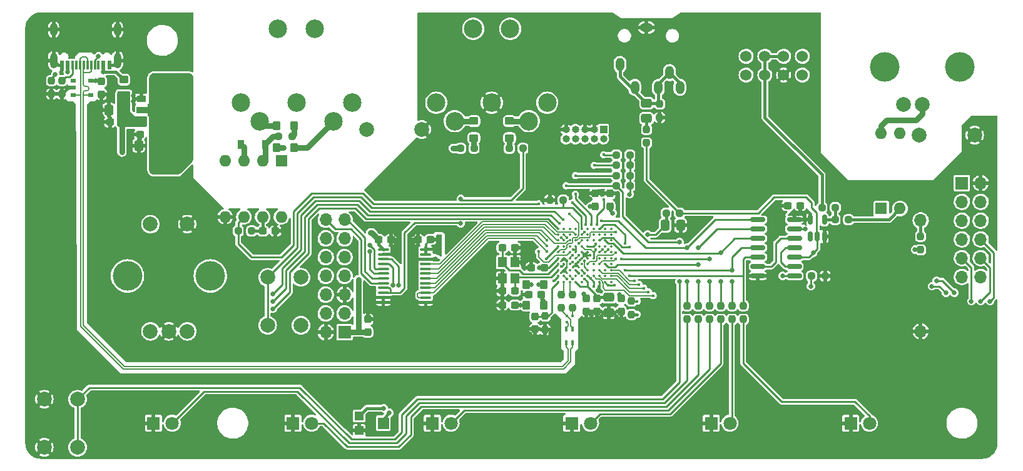
<source format=gbr>
%TF.GenerationSoftware,KiCad,Pcbnew,(6.0.10-0)*%
%TF.CreationDate,2022-12-22T01:29:59-08:00*%
%TF.ProjectId,Tesla Coil MIDI Synth,5465736c-6120-4436-9f69-6c204d494449,1*%
%TF.SameCoordinates,Original*%
%TF.FileFunction,Copper,L1,Top*%
%TF.FilePolarity,Positive*%
%FSLAX46Y46*%
G04 Gerber Fmt 4.6, Leading zero omitted, Abs format (unit mm)*
G04 Created by KiCad (PCBNEW (6.0.10-0)) date 2022-12-22 01:29:59*
%MOMM*%
%LPD*%
G01*
G04 APERTURE LIST*
G04 Aperture macros list*
%AMRoundRect*
0 Rectangle with rounded corners*
0 $1 Rounding radius*
0 $2 $3 $4 $5 $6 $7 $8 $9 X,Y pos of 4 corners*
0 Add a 4 corners polygon primitive as box body*
4,1,4,$2,$3,$4,$5,$6,$7,$8,$9,$2,$3,0*
0 Add four circle primitives for the rounded corners*
1,1,$1+$1,$2,$3*
1,1,$1+$1,$4,$5*
1,1,$1+$1,$6,$7*
1,1,$1+$1,$8,$9*
0 Add four rect primitives between the rounded corners*
20,1,$1+$1,$2,$3,$4,$5,0*
20,1,$1+$1,$4,$5,$6,$7,0*
20,1,$1+$1,$6,$7,$8,$9,0*
20,1,$1+$1,$8,$9,$2,$3,0*%
%AMFreePoly0*
4,1,9,3.862500,-0.866500,0.737500,-0.866500,0.737500,-0.450000,-0.737500,-0.450000,-0.737500,0.450000,0.737500,0.450000,0.737500,0.866500,3.862500,0.866500,3.862500,-0.866500,3.862500,-0.866500,$1*%
G04 Aperture macros list end*
%TA.AperFunction,SMDPad,CuDef*%
%ADD10RoundRect,0.150000X0.150000X-0.512500X0.150000X0.512500X-0.150000X0.512500X-0.150000X-0.512500X0*%
%TD*%
%TA.AperFunction,SMDPad,CuDef*%
%ADD11RoundRect,0.237500X0.300000X0.237500X-0.300000X0.237500X-0.300000X-0.237500X0.300000X-0.237500X0*%
%TD*%
%TA.AperFunction,SMDPad,CuDef*%
%ADD12RoundRect,0.237500X0.237500X-0.300000X0.237500X0.300000X-0.237500X0.300000X-0.237500X-0.300000X0*%
%TD*%
%TA.AperFunction,SMDPad,CuDef*%
%ADD13RoundRect,0.250000X-0.350000X0.275000X-0.350000X-0.275000X0.350000X-0.275000X0.350000X0.275000X0*%
%TD*%
%TA.AperFunction,SMDPad,CuDef*%
%ADD14RoundRect,0.237500X0.250000X0.237500X-0.250000X0.237500X-0.250000X-0.237500X0.250000X-0.237500X0*%
%TD*%
%TA.AperFunction,SMDPad,CuDef*%
%ADD15RoundRect,0.250000X0.337500X0.475000X-0.337500X0.475000X-0.337500X-0.475000X0.337500X-0.475000X0*%
%TD*%
%TA.AperFunction,SMDPad,CuDef*%
%ADD16RoundRect,0.250000X0.275000X0.350000X-0.275000X0.350000X-0.275000X-0.350000X0.275000X-0.350000X0*%
%TD*%
%TA.AperFunction,SMDPad,CuDef*%
%ADD17R,0.800000X0.550000*%
%TD*%
%TA.AperFunction,ComponentPad*%
%ADD18C,2.500000*%
%TD*%
%TA.AperFunction,SMDPad,CuDef*%
%ADD19RoundRect,0.237500X-0.237500X0.250000X-0.237500X-0.250000X0.237500X-0.250000X0.237500X0.250000X0*%
%TD*%
%TA.AperFunction,ComponentPad*%
%ADD20R,1.800000X1.800000*%
%TD*%
%TA.AperFunction,ComponentPad*%
%ADD21C,1.800000*%
%TD*%
%TA.AperFunction,SMDPad,CuDef*%
%ADD22RoundRect,0.100000X-0.637500X-0.100000X0.637500X-0.100000X0.637500X0.100000X-0.637500X0.100000X0*%
%TD*%
%TA.AperFunction,SMDPad,CuDef*%
%ADD23RoundRect,0.250000X-0.275000X-0.350000X0.275000X-0.350000X0.275000X0.350000X-0.275000X0.350000X0*%
%TD*%
%TA.AperFunction,ComponentPad*%
%ADD24C,4.000000*%
%TD*%
%TA.AperFunction,ComponentPad*%
%ADD25C,2.000000*%
%TD*%
%TA.AperFunction,SMDPad,CuDef*%
%ADD26RoundRect,0.237500X-0.300000X-0.237500X0.300000X-0.237500X0.300000X0.237500X-0.300000X0.237500X0*%
%TD*%
%TA.AperFunction,SMDPad,CuDef*%
%ADD27R,0.900000X1.200000*%
%TD*%
%TA.AperFunction,SMDPad,CuDef*%
%ADD28RoundRect,0.237500X-0.250000X-0.237500X0.250000X-0.237500X0.250000X0.237500X-0.250000X0.237500X0*%
%TD*%
%TA.AperFunction,SMDPad,CuDef*%
%ADD29RoundRect,0.237500X-0.237500X0.300000X-0.237500X-0.300000X0.237500X-0.300000X0.237500X0.300000X0*%
%TD*%
%TA.AperFunction,SMDPad,CuDef*%
%ADD30RoundRect,0.237500X0.237500X-0.250000X0.237500X0.250000X-0.237500X0.250000X-0.237500X-0.250000X0*%
%TD*%
%TA.AperFunction,ComponentPad*%
%ADD31C,1.524000*%
%TD*%
%TA.AperFunction,ComponentPad*%
%ADD32R,1.600000X1.600000*%
%TD*%
%TA.AperFunction,ComponentPad*%
%ADD33O,1.600000X1.600000*%
%TD*%
%TA.AperFunction,ComponentPad*%
%ADD34R,1.700000X1.700000*%
%TD*%
%TA.AperFunction,ComponentPad*%
%ADD35O,1.700000X1.700000*%
%TD*%
%TA.AperFunction,SMDPad,CuDef*%
%ADD36RoundRect,0.250000X-0.337500X-0.475000X0.337500X-0.475000X0.337500X0.475000X-0.337500X0.475000X0*%
%TD*%
%TA.AperFunction,SMDPad,CuDef*%
%ADD37C,0.350000*%
%TD*%
%TA.AperFunction,SMDPad,CuDef*%
%ADD38R,1.300000X0.900000*%
%TD*%
%TA.AperFunction,SMDPad,CuDef*%
%ADD39FreePoly0,0.000000*%
%TD*%
%TA.AperFunction,SMDPad,CuDef*%
%ADD40R,1.200000X1.400000*%
%TD*%
%TA.AperFunction,SMDPad,CuDef*%
%ADD41RoundRect,0.250000X-0.475000X0.337500X-0.475000X-0.337500X0.475000X-0.337500X0.475000X0.337500X0*%
%TD*%
%TA.AperFunction,SMDPad,CuDef*%
%ADD42R,0.600000X1.150000*%
%TD*%
%TA.AperFunction,SMDPad,CuDef*%
%ADD43R,0.300000X1.150000*%
%TD*%
%TA.AperFunction,ComponentPad*%
%ADD44O,1.000000X1.800000*%
%TD*%
%TA.AperFunction,ComponentPad*%
%ADD45O,1.000000X2.100000*%
%TD*%
%TA.AperFunction,ComponentPad*%
%ADD46R,1.000000X1.000000*%
%TD*%
%TA.AperFunction,ComponentPad*%
%ADD47O,1.000000X1.000000*%
%TD*%
%TA.AperFunction,ComponentPad*%
%ADD48O,1.200000X1.800000*%
%TD*%
%TA.AperFunction,ComponentPad*%
%ADD49O,1.800000X1.200000*%
%TD*%
%TA.AperFunction,SMDPad,CuDef*%
%ADD50R,1.200000X1.200000*%
%TD*%
%TA.AperFunction,SMDPad,CuDef*%
%ADD51R,1.500000X1.600000*%
%TD*%
%TA.AperFunction,SMDPad,CuDef*%
%ADD52RoundRect,0.250000X0.475000X-0.337500X0.475000X0.337500X-0.475000X0.337500X-0.475000X-0.337500X0*%
%TD*%
%TA.AperFunction,SMDPad,CuDef*%
%ADD53RoundRect,0.150000X-0.825000X-0.150000X0.825000X-0.150000X0.825000X0.150000X-0.825000X0.150000X0*%
%TD*%
%TA.AperFunction,SMDPad,CuDef*%
%ADD54R,0.400000X0.750000*%
%TD*%
%TA.AperFunction,SMDPad,CuDef*%
%ADD55RoundRect,0.250000X0.350000X-0.275000X0.350000X0.275000X-0.350000X0.275000X-0.350000X-0.275000X0*%
%TD*%
%TA.AperFunction,ViaPad*%
%ADD56C,0.635000*%
%TD*%
%TA.AperFunction,ViaPad*%
%ADD57C,0.450000*%
%TD*%
%TA.AperFunction,Conductor*%
%ADD58C,0.381000*%
%TD*%
%TA.AperFunction,Conductor*%
%ADD59C,0.254000*%
%TD*%
%TA.AperFunction,Conductor*%
%ADD60C,0.762000*%
%TD*%
%TA.AperFunction,Conductor*%
%ADD61C,0.205740*%
%TD*%
%TA.AperFunction,Conductor*%
%ADD62C,0.127000*%
%TD*%
G04 APERTURE END LIST*
D10*
%TO.P,U9,1*%
%TO.N,N/C*%
X126812000Y-50667500D03*
%TO.P,U9,2*%
%TO.N,/Output/OR Out*%
X127762000Y-50667500D03*
%TO.P,U9,3,GND*%
%TO.N,GND*%
X128712000Y-50667500D03*
%TO.P,U9,4*%
%TO.N,Net-(R18-Pad2)*%
X128712000Y-48392500D03*
%TO.P,U9,5,VCC*%
%TO.N,+3.3V*%
X126812000Y-48392500D03*
%TD*%
D11*
%TO.P,C2,1*%
%TO.N,+5V*%
X33755500Y-35179000D03*
%TO.P,C2,2*%
%TO.N,GND*%
X32030500Y-35179000D03*
%TD*%
D12*
%TO.P,C25,1*%
%TO.N,Net-(C10-Pad1)*%
X97663000Y-46582500D03*
%TO.P,C25,2*%
%TO.N,GND*%
X97663000Y-44857500D03*
%TD*%
D13*
%TO.P,FB3,1*%
%TO.N,Net-(FB3-Pad1)*%
X86106000Y-35045000D03*
%TO.P,FB3,2*%
%TO.N,Net-(FB3-Pad2)*%
X86106000Y-37345000D03*
%TD*%
D14*
%TO.P,R21,2*%
%TO.N,/MIDI/MIDI In*%
X49379500Y-49911000D03*
%TO.P,R21,1*%
%TO.N,+3.3V*%
X51204500Y-49911000D03*
%TD*%
D15*
%TO.P,C5,1*%
%TO.N,+3.3V*%
X37994500Y-38354000D03*
%TO.P,C5,2*%
%TO.N,GND*%
X35919500Y-38354000D03*
%TD*%
D11*
%TO.P,C6,1*%
%TO.N,+3.3V*%
X86841500Y-59944000D03*
%TO.P,C6,2*%
%TO.N,GND*%
X85116500Y-59944000D03*
%TD*%
D16*
%TO.P,FB5,1*%
%TO.N,Net-(FB5-Pad1)*%
X56903000Y-38608000D03*
%TO.P,FB5,2*%
%TO.N,Net-(D8-Pad2)*%
X54603000Y-38608000D03*
%TD*%
D17*
%TO.P,D1,1*%
%TO.N,N/C*%
X27020500Y-29601000D03*
%TO.P,D1,2*%
%TO.N,GND*%
X27020500Y-30551000D03*
%TO.P,D1,3*%
%TO.N,/D+*%
X27020500Y-31501000D03*
%TO.P,D1,4*%
%TO.N,/D-*%
X29420500Y-31501000D03*
%TO.P,D1,5*%
%TO.N,+3.3V*%
X29420500Y-29601000D03*
%TD*%
D18*
%TO.P,J7,*%
%TO.N,Net-(C19-Pad2)*%
X59777000Y-22559000D03*
X54777000Y-22559000D03*
%TO.P,J7,1*%
%TO.N,unconnected-(J7-Pad1)*%
X49777000Y-32559000D03*
%TO.P,J7,2*%
%TO.N,Net-(C19-Pad2)*%
X57277000Y-32559000D03*
%TO.P,J7,3*%
%TO.N,unconnected-(J7-Pad3)*%
X64777000Y-32559000D03*
%TO.P,J7,4*%
%TO.N,Net-(FB4-Pad1)*%
X52277000Y-35059000D03*
%TO.P,J7,5*%
%TO.N,Net-(FB5-Pad1)*%
X62277000Y-35059000D03*
%TD*%
D19*
%TO.P,R16,1*%
%TO.N,Net-(J1-PadA5)*%
X24130000Y-29567500D03*
%TO.P,R16,2*%
%TO.N,GND*%
X24130000Y-31392500D03*
%TD*%
%TO.P,R15,1*%
%TO.N,/TIOA5*%
X117729000Y-60047500D03*
%TO.P,R15,2*%
%TO.N,Net-(D7-Pad2)*%
X117729000Y-61872500D03*
%TD*%
D20*
%TO.P,D2,1,K*%
%TO.N,GND*%
X37918571Y-75946000D03*
D21*
%TO.P,D2,2,A*%
%TO.N,Net-(D2-Pad2)*%
X40458571Y-75946000D03*
%TD*%
D22*
%TO.P,U5,1,VccA*%
%TO.N,+5V*%
X69019500Y-52432000D03*
%TO.P,U5,2,DIR*%
%TO.N,GND*%
X69019500Y-53082000D03*
%TO.P,U5,3,A0*%
%TO.N,Net-(U5-Pad3)*%
X69019500Y-53732000D03*
%TO.P,U5,4,A1*%
%TO.N,Net-(U5-Pad4)*%
X69019500Y-54382000D03*
%TO.P,U5,5,A2*%
%TO.N,Net-(U5-Pad5)*%
X69019500Y-55032000D03*
%TO.P,U5,6,A3*%
%TO.N,Net-(U5-Pad6)*%
X69019500Y-55682000D03*
%TO.P,U5,7,A4*%
%TO.N,Net-(U5-Pad7)*%
X69019500Y-56332000D03*
%TO.P,U5,8,A5*%
%TO.N,Net-(U5-Pad8)*%
X69019500Y-56982000D03*
%TO.P,U5,9,A6*%
%TO.N,Net-(R23-Pad1)*%
X69019500Y-57632000D03*
%TO.P,U5,10,A7*%
X69019500Y-58282000D03*
%TO.P,U5,11,GND*%
%TO.N,GND*%
X69019500Y-58932000D03*
%TO.P,U5,12,GND*%
X69019500Y-59582000D03*
%TO.P,U5,13,GND*%
X74744500Y-59582000D03*
%TO.P,U5,14,B7*%
%TO.N,/MIDI/MIDI Out*%
X74744500Y-58932000D03*
%TO.P,U5,15,B6*%
X74744500Y-58282000D03*
%TO.P,U5,16,B5*%
%TO.N,/LCD/D7*%
X74744500Y-57632000D03*
%TO.P,U5,17,B4*%
%TO.N,/LCD/D6*%
X74744500Y-56982000D03*
%TO.P,U5,18,B3*%
%TO.N,/LCD/D5*%
X74744500Y-56332000D03*
%TO.P,U5,19,B2*%
%TO.N,/LCD/D4*%
X74744500Y-55682000D03*
%TO.P,U5,20,B1*%
%TO.N,/LCD/E*%
X74744500Y-55032000D03*
%TO.P,U5,21,B0*%
%TO.N,/LCD/RS*%
X74744500Y-54382000D03*
%TO.P,U5,22,OE*%
%TO.N,GND*%
X74744500Y-53732000D03*
%TO.P,U5,23,VccB*%
%TO.N,+3.3V*%
X74744500Y-53082000D03*
%TO.P,U5,24,VccB*%
X74744500Y-52432000D03*
%TD*%
D14*
%TO.P,R9,1*%
%TO.N,+3.3V*%
X102385500Y-42418000D03*
%TO.P,R9,2*%
%TO.N,/TDI*%
X100560500Y-42418000D03*
%TD*%
D23*
%TO.P,FB1,1*%
%TO.N,+3.3V*%
X88385000Y-59944000D03*
%TO.P,FB1,2*%
%TO.N,Net-(C15-Pad1)*%
X90685000Y-59944000D03*
%TD*%
D24*
%TO.P,SW3,*%
%TO.N,*%
X34405000Y-56007000D03*
X45605000Y-56007000D03*
D25*
%TO.P,SW3,A,A*%
%TO.N,/ENC_A*%
X37505000Y-63507000D03*
%TO.P,SW3,B,B*%
%TO.N,/ENC_B*%
X42505000Y-63507000D03*
%TO.P,SW3,C,C*%
%TO.N,GND*%
X40005000Y-63507000D03*
%TO.P,SW3,S1,S1*%
%TO.N,/ENC_SW*%
X37505000Y-49007000D03*
%TO.P,SW3,S2,S2*%
%TO.N,GND*%
X42505000Y-49007000D03*
%TD*%
D26*
%TO.P,C20,1*%
%TO.N,+5V*%
X68352500Y-51054000D03*
%TO.P,C20,2*%
%TO.N,GND*%
X70077500Y-51054000D03*
%TD*%
D27*
%TO.P,D8,1,K*%
%TO.N,Net-(D8-Pad1)*%
X53085000Y-38227000D03*
%TO.P,D8,2,A*%
%TO.N,Net-(D8-Pad2)*%
X49785000Y-38227000D03*
%TD*%
D12*
%TO.P,C21,1*%
%TO.N,+5V*%
X66929000Y-63600500D03*
%TO.P,C21,2*%
%TO.N,GND*%
X66929000Y-61875500D03*
%TD*%
D20*
%TO.P,D6,1,K*%
%TO.N,GND*%
X113392857Y-75946000D03*
D21*
%TO.P,D6,2,A*%
%TO.N,Net-(D6-Pad2)*%
X115932857Y-75946000D03*
%TD*%
D19*
%TO.P,R28,1*%
%TO.N,Net-(J1-PadB5)*%
X25527000Y-29567500D03*
%TO.P,R28,2*%
%TO.N,GND*%
X25527000Y-31392500D03*
%TD*%
D28*
%TO.P,R18,1*%
%TO.N,Net-(R18-Pad1)*%
X128373500Y-46736000D03*
%TO.P,R18,2*%
%TO.N,Net-(R18-Pad2)*%
X130198500Y-46736000D03*
%TD*%
D29*
%TO.P,C11,1*%
%TO.N,+3.3V*%
X96520000Y-59081500D03*
%TO.P,C11,2*%
%TO.N,GND*%
X96520000Y-60806500D03*
%TD*%
D25*
%TO.P,SW1,1,1*%
%TO.N,GND*%
X23150000Y-72696000D03*
X23150000Y-79196000D03*
%TO.P,SW1,2,2*%
%TO.N,/RESET*%
X27650000Y-79196000D03*
X27650000Y-72696000D03*
%TD*%
D11*
%TO.P,C13,1*%
%TO.N,Net-(C13-Pad1)*%
X86843500Y-58039000D03*
%TO.P,C13,2*%
%TO.N,GND*%
X85118500Y-58039000D03*
%TD*%
D14*
%TO.P,R2,1*%
%TO.N,Net-(R2-Pad1)*%
X93368500Y-45720000D03*
%TO.P,R2,2*%
%TO.N,GND*%
X91543500Y-45720000D03*
%TD*%
D25*
%TO.P,C23,1*%
%TO.N,Net-(C23-Pad1)*%
X141538000Y-36957000D03*
%TO.P,C23,2*%
%TO.N,GND*%
X149038000Y-36957000D03*
%TD*%
D30*
%TO.P,R17,1*%
%TO.N,/Output/OR Out*%
X104648000Y-37996500D03*
%TO.P,R17,2*%
%TO.N,Net-(C17-Pad1)*%
X104648000Y-36171500D03*
%TD*%
D12*
%TO.P,C16,1*%
%TO.N,+3.3V*%
X99695000Y-46582500D03*
%TO.P,C16,2*%
%TO.N,GND*%
X99695000Y-44857500D03*
%TD*%
D29*
%TO.P,C7,1*%
%TO.N,Net-(C10-Pad1)*%
X97917000Y-59081500D03*
%TO.P,C7,2*%
%TO.N,GND*%
X97917000Y-60806500D03*
%TD*%
D11*
%TO.P,C22,1*%
%TO.N,+3.3V*%
X75411500Y-51054000D03*
%TO.P,C22,2*%
%TO.N,GND*%
X73686500Y-51054000D03*
%TD*%
D19*
%TO.P,R14,1*%
%TO.N,/TIOA4*%
X116205000Y-60047500D03*
%TO.P,R14,2*%
%TO.N,Net-(D6-Pad2)*%
X116205000Y-61872500D03*
%TD*%
D31*
%TO.P,U4,1*%
%TO.N,N/C*%
X118110000Y-28829000D03*
%TO.P,U4,2*%
%TO.N,Net-(R18-Pad1)*%
X120650000Y-28829000D03*
%TO.P,U4,3*%
%TO.N,GND*%
X123190000Y-28829000D03*
%TO.P,U4,4*%
%TO.N,N/C*%
X125730000Y-28829000D03*
%TO.P,U4,5*%
X125730000Y-26289000D03*
%TO.P,U4,6*%
%TO.N,Net-(R18-Pad1)*%
X123190000Y-26289000D03*
%TO.P,U4,7*%
X120650000Y-26289000D03*
%TO.P,U4,8*%
%TO.N,N/C*%
X118110000Y-26289000D03*
%TD*%
D30*
%TO.P,R6,1*%
%TO.N,/DF+*%
X93091000Y-60348500D03*
%TO.P,R6,2*%
%TO.N,Net-(R6-Pad2)*%
X93091000Y-58523500D03*
%TD*%
D20*
%TO.P,D4,1,K*%
%TO.N,GND*%
X75655714Y-75946000D03*
D21*
%TO.P,D4,2,A*%
%TO.N,Net-(D4-Pad2)*%
X78195714Y-75946000D03*
%TD*%
D14*
%TO.P,R7,1*%
%TO.N,+3.3V*%
X102385500Y-39624000D03*
%TO.P,R7,2*%
%TO.N,/TMS*%
X100560500Y-39624000D03*
%TD*%
D32*
%TO.P,U3,1*%
%TO.N,+3.3V*%
X136393000Y-46883000D03*
D33*
%TO.P,U3,2*%
%TO.N,Net-(R19-Pad1)*%
X138933000Y-46883000D03*
%TO.P,U3,3*%
%TO.N,Net-(C23-Pad1)*%
X138933000Y-36723000D03*
%TO.P,U3,4*%
%TO.N,Net-(J5-Pad1)*%
X136393000Y-36723000D03*
%TD*%
D34*
%TO.P,U7,1,VDD*%
%TO.N,+5V*%
X63775000Y-63627000D03*
D35*
%TO.P,U7,2,VSS*%
%TO.N,GND*%
X61235000Y-63627000D03*
%TO.P,U7,3,VO*%
%TO.N,Net-(RV1-Pad2)*%
X63775000Y-61087000D03*
%TO.P,U7,4,RS*%
%TO.N,Net-(U5-Pad3)*%
X61235000Y-61087000D03*
%TO.P,U7,5,R/W*%
%TO.N,GND*%
X63775000Y-58547000D03*
%TO.P,U7,6,E*%
%TO.N,Net-(U5-Pad4)*%
X61235000Y-58547000D03*
%TO.P,U7,7,DB0*%
%TO.N,unconnected-(U7-Pad7)*%
X63775000Y-56007000D03*
%TO.P,U7,8,DB1*%
%TO.N,unconnected-(U7-Pad8)*%
X61235000Y-56007000D03*
%TO.P,U7,9,DB2*%
%TO.N,unconnected-(U7-Pad9)*%
X63775000Y-53467000D03*
%TO.P,U7,10,DB3*%
%TO.N,unconnected-(U7-Pad10)*%
X61235000Y-53467000D03*
%TO.P,U7,11,DB4*%
%TO.N,Net-(U5-Pad5)*%
X63775000Y-50927000D03*
%TO.P,U7,12,DB5*%
%TO.N,Net-(U5-Pad6)*%
X61235000Y-50927000D03*
%TO.P,U7,13,DB6*%
%TO.N,Net-(U5-Pad7)*%
X63775000Y-48387000D03*
%TO.P,U7,14,DB7*%
%TO.N,Net-(U5-Pad8)*%
X61235000Y-48387000D03*
%TO.P,U7,15,A*%
%TO.N,Net-(R26-Pad1)*%
X141735000Y-48507000D03*
%TO.P,U7,16,K*%
%TO.N,GND*%
X141735000Y-63507000D03*
%TD*%
D30*
%TO.P,R20,1*%
%TO.N,GND*%
X106426000Y-34567500D03*
%TO.P,R20,2*%
%TO.N,Net-(C17-Pad2)*%
X106426000Y-32742500D03*
%TD*%
D36*
%TO.P,C24,1*%
%TO.N,/Avg*%
X107166500Y-49149000D03*
%TO.P,C24,2*%
%TO.N,GND*%
X109241500Y-49149000D03*
%TD*%
D23*
%TO.P,FB2,1*%
%TO.N,Net-(C14-Pad1)*%
X88385000Y-57150000D03*
%TO.P,FB2,2*%
%TO.N,Net-(C10-Pad1)*%
X90685000Y-57150000D03*
%TD*%
D11*
%TO.P,C26,1*%
%TO.N,+3.3V*%
X125449500Y-46482000D03*
%TO.P,C26,2*%
%TO.N,GND*%
X123724500Y-46482000D03*
%TD*%
D19*
%TO.P,R13,1*%
%TO.N,/TIOA3*%
X114681000Y-60047500D03*
%TO.P,R13,2*%
%TO.N,Net-(D5-Pad2)*%
X114681000Y-61872500D03*
%TD*%
D34*
%TO.P,J3,1,Pin_1*%
%TO.N,+5V*%
X147315000Y-43439000D03*
D35*
%TO.P,J3,2,Pin_2*%
%TO.N,GND*%
X149855000Y-43439000D03*
%TO.P,J3,3,Pin_3*%
%TO.N,+3.3V*%
X147315000Y-45979000D03*
%TO.P,J3,4,Pin_4*%
%TO.N,/EXP6*%
X149855000Y-45979000D03*
%TO.P,J3,5,Pin_5*%
%TO.N,/EXP0*%
X147315000Y-48519000D03*
%TO.P,J3,6,Pin_6*%
%TO.N,/EXP5*%
X149855000Y-48519000D03*
%TO.P,J3,7,Pin_7*%
%TO.N,/EXP1*%
X147315000Y-51059000D03*
%TO.P,J3,8,Pin_8*%
%TO.N,/EXP4*%
X149855000Y-51059000D03*
%TO.P,J3,9,Pin_9*%
%TO.N,/EXP2*%
X147315000Y-53599000D03*
%TO.P,J3,10,Pin_10*%
%TO.N,/EXP3*%
X149855000Y-53599000D03*
%TO.P,J3,11,Pin_11*%
%TO.N,/Output/EXT In*%
X147315000Y-56139000D03*
%TO.P,J3,12,Pin_12*%
%TO.N,/Output/OR Out*%
X149855000Y-56139000D03*
%TD*%
D30*
%TO.P,R4,1*%
%TO.N,+3.3V*%
X102616000Y-61237500D03*
%TO.P,R4,2*%
%TO.N,Net-(R4-Pad2)*%
X102616000Y-59412500D03*
%TD*%
D14*
%TO.P,R1,1*%
%TO.N,+3.3V*%
X102385500Y-43815000D03*
%TO.P,R1,2*%
%TO.N,/RESET*%
X100560500Y-43815000D03*
%TD*%
D37*
%TO.P,U2,A1,PB26*%
%TO.N,/ENC_SW*%
X92666000Y-49613000D03*
%TO.P,U2,A2,PB24*%
%TO.N,unconnected-(U2-PadA2)*%
X93466000Y-49613000D03*
%TO.P,U2,A3,PB22*%
%TO.N,unconnected-(U2-PadA3)*%
X94266000Y-49613000D03*
%TO.P,U2,A4,PB14*%
%TO.N,unconnected-(U2-PadA4)*%
X95066000Y-49613000D03*
%TO.P,U2,A5,PC0/ERASE*%
%TO.N,Net-(R2-Pad1)*%
X95866000Y-49613000D03*
%TO.P,U2,A6,PB9*%
%TO.N,unconnected-(U2-PadA6)*%
X96666000Y-49613000D03*
%TO.P,U2,A7,PB6*%
%TO.N,unconnected-(U2-PadA7)*%
X97466000Y-49613000D03*
%TO.P,U2,A8,PB2*%
%TO.N,/TIOA4*%
X98266000Y-49613000D03*
%TO.P,U2,A9,PA28*%
%TO.N,unconnected-(U2-PadA9)*%
X99066000Y-49613000D03*
%TO.P,U2,A10,PA26*%
%TO.N,unconnected-(U2-PadA10)*%
X99866000Y-49613000D03*
%TO.P,U2,B1,PA11*%
%TO.N,/LCD/E*%
X92666000Y-50413000D03*
%TO.P,U2,B2,PB25*%
%TO.N,/TIOA0*%
X93466000Y-50413000D03*
%TO.P,U2,B3,PB23*%
%TO.N,unconnected-(U2-PadB3)*%
X94266000Y-50413000D03*
%TO.P,U2,B4,PA10*%
%TO.N,/LCD/RS*%
X95066000Y-50413000D03*
%TO.P,U2,B5,PA9*%
%TO.N,/MIDI/MIDI Out*%
X95866000Y-50413000D03*
%TO.P,U2,B6,PB10*%
%TO.N,unconnected-(U2-PadB6)*%
X96666000Y-50413000D03*
%TO.P,U2,B7,PB7*%
%TO.N,unconnected-(U2-PadB7)*%
X97466000Y-50413000D03*
%TO.P,U2,B8,PB3*%
%TO.N,unconnected-(U2-PadB8)*%
X98266000Y-50413000D03*
%TO.P,U2,B9,PA29*%
%TO.N,unconnected-(U2-PadB9)*%
X99066000Y-50413000D03*
%TO.P,U2,B10,PA27*%
%TO.N,unconnected-(U2-PadB10)*%
X99866000Y-50413000D03*
%TO.P,U2,C1,PA12*%
%TO.N,/LCD/D4*%
X92666000Y-51213000D03*
%TO.P,U2,C2,PA14*%
%TO.N,/LCD/D6*%
X93466000Y-51213000D03*
%TO.P,U2,C3,PA13*%
%TO.N,/LCD/D5*%
X94266000Y-51213000D03*
%TO.P,U2,C4,PA17*%
%TO.N,/EXP0*%
X95066000Y-51213000D03*
%TO.P,U2,C5,PA15*%
%TO.N,/LCD/D7*%
X95866000Y-51213000D03*
%TO.P,U2,C6,PB11*%
%TO.N,unconnected-(U2-PadC6)*%
X96666000Y-51213000D03*
%TO.P,U2,C7,PB8*%
%TO.N,unconnected-(U2-PadC7)*%
X97466000Y-51213000D03*
%TO.P,U2,C8,PB4*%
%TO.N,/TIOA5*%
X98266000Y-51213000D03*
%TO.P,U2,C9,PB0*%
%TO.N,/TIOA3*%
X99066000Y-51213000D03*
%TO.P,U2,C10,PA25*%
%TO.N,unconnected-(U2-PadC10)*%
X99866000Y-51213000D03*
%TO.P,U2,D1,PA5*%
%TO.N,/TIOA2*%
X92666000Y-52013000D03*
%TO.P,U2,D2,PA0*%
%TO.N,unconnected-(U2-PadD2)*%
X93466000Y-52013000D03*
%TO.P,U2,D3,PA1*%
%TO.N,unconnected-(U2-PadD3)*%
X94266000Y-52013000D03*
%TO.P,U2,D4,VDDCORE*%
%TO.N,Net-(C10-Pad1)*%
X95066000Y-52013000D03*
%TO.P,U2,D5,VDDIO*%
%TO.N,+3.3V*%
X95866000Y-52013000D03*
%TO.P,U2,D6,VDDCORE*%
%TO.N,Net-(C10-Pad1)*%
X96666000Y-52013000D03*
%TO.P,U2,D7,VDDCORE*%
X97466000Y-52013000D03*
%TO.P,U2,D8,PB5*%
%TO.N,unconnected-(U2-PadD8)*%
X98266000Y-52013000D03*
%TO.P,U2,D9,PB1*%
%TO.N,unconnected-(U2-PadD9)*%
X99066000Y-52013000D03*
%TO.P,U2,D10,PA21*%
%TO.N,unconnected-(U2-PadD10)*%
X99866000Y-52013000D03*
%TO.P,U2,E1,PB28*%
%TO.N,/TCK*%
X92666000Y-52813000D03*
%TO.P,U2,E2,PA7*%
%TO.N,unconnected-(U2-PadE2)*%
X93466000Y-52813000D03*
%TO.P,U2,E3,PA8*%
%TO.N,/MIDI/MIDI In*%
X94266000Y-52813000D03*
%TO.P,U2,E4,VDDCORE*%
%TO.N,Net-(C10-Pad1)*%
X95066000Y-52813000D03*
%TO.P,U2,E5,GND*%
%TO.N,GND*%
X95866000Y-52813000D03*
%TO.P,U2,E6,GND*%
X96666000Y-52813000D03*
%TO.P,U2,E7,VDDIO*%
%TO.N,+3.3V*%
X97466000Y-52813000D03*
%TO.P,U2,E8,PB19*%
%TO.N,/ENC_A*%
X98266000Y-52813000D03*
%TO.P,U2,E9,PB20*%
%TO.N,/ENC_B*%
X99066000Y-52813000D03*
%TO.P,U2,E10,PB21*%
%TO.N,unconnected-(U2-PadE10)*%
X99866000Y-52813000D03*
%TO.P,U2,F1,VDDPLL*%
%TO.N,Net-(C14-Pad1)*%
X92666000Y-53613000D03*
%TO.P,U2,F2,GNDPLL*%
%TO.N,GND*%
X93466000Y-53613000D03*
%TO.P,U2,F3,PB30*%
%TO.N,/TDO*%
X94266000Y-53613000D03*
%TO.P,U2,F4,PB29*%
%TO.N,/TDI*%
X95066000Y-53613000D03*
%TO.P,U2,F5,GND*%
%TO.N,GND*%
X95866000Y-53613000D03*
%TO.P,U2,F6,GND*%
X96666000Y-53613000D03*
%TO.P,U2,F7,VDDIO*%
%TO.N,+3.3V*%
X97466000Y-53613000D03*
%TO.P,U2,F8,PB13*%
%TO.N,unconnected-(U2-PadF8)*%
X98266000Y-53613000D03*
%TO.P,U2,F9,PB17*%
%TO.N,unconnected-(U2-PadF9)*%
X99066000Y-53613000D03*
%TO.P,U2,F10,PB18*%
%TO.N,unconnected-(U2-PadF10)*%
X99866000Y-53613000D03*
%TO.P,U2,G1,XOUT*%
%TO.N,Net-(C12-Pad2)*%
X92666000Y-54413000D03*
%TO.P,U2,G2,VDDUTMI*%
%TO.N,Net-(C15-Pad1)*%
X93466000Y-54413000D03*
%TO.P,U2,G3,PB31*%
%TO.N,/TMS*%
X94266000Y-54413000D03*
%TO.P,U2,G4,GNDBU*%
%TO.N,GND*%
X95066000Y-54413000D03*
%TO.P,U2,G5,PB27*%
%TO.N,unconnected-(U2-PadG5)*%
X95866000Y-54413000D03*
%TO.P,U2,G6,PA18*%
%TO.N,/EXP1*%
X96666000Y-54413000D03*
%TO.P,U2,G7,PA20*%
%TO.N,unconnected-(U2-PadG7)*%
X97466000Y-54413000D03*
%TO.P,U2,G8,PA3*%
%TO.N,/Avg*%
X98266000Y-54413000D03*
%TO.P,U2,G9,PA2*%
%TO.N,/TIOA1*%
X99066000Y-54413000D03*
%TO.P,U2,G10,PB12*%
%TO.N,unconnected-(U2-PadG10)*%
X99866000Y-54413000D03*
%TO.P,U2,H1,XIN*%
%TO.N,Net-(C13-Pad1)*%
X92666000Y-55213000D03*
%TO.P,U2,H2,GNDUTMI*%
%TO.N,GND*%
X93466000Y-55213000D03*
%TO.P,U2,H3,TST*%
%TO.N,unconnected-(U2-PadH3)*%
X94266000Y-55213000D03*
%TO.P,U2,H4,VDDBU*%
%TO.N,+3.3V*%
X95066000Y-55213000D03*
%TO.P,U2,H5,FWUP*%
%TO.N,Net-(R4-Pad2)*%
X95866000Y-55213000D03*
%TO.P,U2,H6,NRST*%
%TO.N,/RESET*%
X96666000Y-55213000D03*
%TO.P,U2,H7,PA19*%
%TO.N,unconnected-(U2-PadH7)*%
X97466000Y-55213000D03*
%TO.P,U2,H8,PA4*%
%TO.N,/EXP6*%
X98266000Y-55213000D03*
%TO.P,U2,H9,PA6*%
%TO.N,unconnected-(U2-PadH9)*%
X99066000Y-55213000D03*
%TO.P,U2,H10,PA22*%
%TO.N,/EXP5*%
X99866000Y-55213000D03*
%TO.P,U2,J1,VBUS*%
%TO.N,+5V*%
X92666000Y-56013000D03*
%TO.P,U2,J2,DHSDP*%
%TO.N,/DF+*%
X93466000Y-56013000D03*
%TO.P,U2,J3,DHSDM*%
%TO.N,/DF-*%
X94266000Y-56013000D03*
%TO.P,U2,J4,JTAGSEL*%
%TO.N,unconnected-(U2-PadJ4)*%
X95066000Y-56013000D03*
%TO.P,U2,J5,XIN32*%
%TO.N,unconnected-(U2-PadJ5)*%
X95866000Y-56013000D03*
%TO.P,U2,J6,VDDIN*%
%TO.N,+3.3V*%
X96666000Y-56013000D03*
%TO.P,U2,J7,PA23*%
%TO.N,/EXP4*%
X97466000Y-56013000D03*
%TO.P,U2,J8,PA24*%
%TO.N,/EXP3*%
X98266000Y-56013000D03*
%TO.P,U2,J9,PB16*%
%TO.N,unconnected-(U2-PadJ9)*%
X99066000Y-56013000D03*
%TO.P,U2,J10,PA16*%
%TO.N,/EXP2*%
X99866000Y-56013000D03*
%TO.P,U2,K1,VBG*%
%TO.N,Net-(C9-Pad1)*%
X92666000Y-56813000D03*
%TO.P,U2,K2,DFSDP*%
%TO.N,Net-(R6-Pad2)*%
X93466000Y-56813000D03*
%TO.P,U2,K3,DFSDM*%
%TO.N,Net-(R5-Pad2)*%
X94266000Y-56813000D03*
%TO.P,U2,K4,VDDCORE*%
%TO.N,Net-(C10-Pad1)*%
X95066000Y-56813000D03*
%TO.P,U2,K5,XOUT32*%
%TO.N,unconnected-(U2-PadK5)*%
X95866000Y-56813000D03*
%TO.P,U2,K6,VDDOUT*%
%TO.N,Net-(C10-Pad1)*%
X96666000Y-56813000D03*
%TO.P,U2,K7,VDDANA*%
%TO.N,+3.3V*%
X97466000Y-56813000D03*
%TO.P,U2,K8,GNDANA*%
%TO.N,GND*%
X98266000Y-56813000D03*
%TO.P,U2,K9,ADVREF*%
%TO.N,+3.3V*%
X99066000Y-56813000D03*
%TO.P,U2,K10,PB15*%
%TO.N,unconnected-(U2-PadK10)*%
X99866000Y-56813000D03*
%TD*%
D32*
%TO.P,U6,1,NC*%
%TO.N,unconnected-(U6-Pad1)*%
X55235000Y-40396000D03*
D33*
%TO.P,U6,2,A*%
%TO.N,Net-(D8-Pad1)*%
X52695000Y-40396000D03*
%TO.P,U6,3,C*%
%TO.N,Net-(D8-Pad2)*%
X50155000Y-40396000D03*
%TO.P,U6,4*%
%TO.N,N/C*%
X47615000Y-40396000D03*
%TO.P,U6,5,GND*%
%TO.N,GND*%
X47615000Y-48016000D03*
%TO.P,U6,6,VO*%
%TO.N,/MIDI/MIDI In*%
X50155000Y-48016000D03*
%TO.P,U6,7,EN*%
%TO.N,+3.3V*%
X52695000Y-48016000D03*
%TO.P,U6,8,VCC*%
X55235000Y-48016000D03*
%TD*%
D14*
%TO.P,R23,1*%
%TO.N,Net-(R23-Pad1)*%
X87907500Y-38735000D03*
%TO.P,R23,2*%
%TO.N,Net-(FB3-Pad2)*%
X86082500Y-38735000D03*
%TD*%
D24*
%TO.P,J5,*%
%TO.N,*%
X147066000Y-27686000D03*
X136906000Y-27686000D03*
D25*
%TO.P,J5,1,In*%
%TO.N,Net-(J5-Pad1)*%
X141986000Y-32766000D03*
%TO.P,J5,2,Ext*%
%TO.N,Net-(C23-Pad1)*%
X139446000Y-32766000D03*
%TD*%
D13*
%TO.P,L1,1,1*%
%TO.N,Net-(J1-PadA4)*%
X33909000Y-29457000D03*
%TO.P,L1,2,2*%
%TO.N,+5V*%
X33909000Y-31757000D03*
%TD*%
D38*
%TO.P,U1,1,GND*%
%TO.N,GND*%
X36323000Y-32028000D03*
D39*
%TO.P,U1,2,VO*%
%TO.N,+3.3V*%
X36410500Y-33528000D03*
D38*
%TO.P,U1,3,VI*%
%TO.N,+5V*%
X36323000Y-35028000D03*
%TD*%
D29*
%TO.P,C8,1*%
%TO.N,+3.3V*%
X101219000Y-59081500D03*
%TO.P,C8,2*%
%TO.N,GND*%
X101219000Y-60806500D03*
%TD*%
D26*
%TO.P,C18,2*%
%TO.N,GND*%
X54433000Y-49911000D03*
%TO.P,C18,1*%
%TO.N,+3.3V*%
X52708000Y-49911000D03*
%TD*%
D14*
%TO.P,R27,1*%
%TO.N,/Output/OR Out*%
X109116500Y-47498000D03*
%TO.P,R27,2*%
%TO.N,/Avg*%
X107291500Y-47498000D03*
%TD*%
D40*
%TO.P,Y1,1,1*%
%TO.N,Net-(C12-Pad2)*%
X85131000Y-54145000D03*
%TO.P,Y1,2,2*%
%TO.N,GND*%
X85131000Y-56345000D03*
%TO.P,Y1,3,3*%
%TO.N,Net-(C13-Pad1)*%
X86831000Y-56345000D03*
%TO.P,Y1,4,4*%
%TO.N,GND*%
X86831000Y-54145000D03*
%TD*%
D28*
%TO.P,R24,1*%
%TO.N,Net-(D8-Pad1)*%
X54840500Y-37084000D03*
%TO.P,R24,2*%
%TO.N,Net-(FB4-Pad2)*%
X56665500Y-37084000D03*
%TD*%
D19*
%TO.P,R12,1*%
%TO.N,/TIOA2*%
X113157000Y-60047500D03*
%TO.P,R12,2*%
%TO.N,Net-(D4-Pad2)*%
X113157000Y-61872500D03*
%TD*%
D41*
%TO.P,C10,1*%
%TO.N,Net-(C10-Pad1)*%
X99568000Y-58906500D03*
%TO.P,C10,2*%
%TO.N,GND*%
X99568000Y-60981500D03*
%TD*%
D23*
%TO.P,FB4,1*%
%TO.N,Net-(FB4-Pad1)*%
X54603000Y-35687000D03*
%TO.P,FB4,2*%
%TO.N,Net-(FB4-Pad2)*%
X56903000Y-35687000D03*
%TD*%
D20*
%TO.P,D3,1,K*%
%TO.N,GND*%
X56787143Y-75946000D03*
D21*
%TO.P,D3,2,A*%
%TO.N,Net-(D3-Pad2)*%
X59327143Y-75946000D03*
%TD*%
D42*
%TO.P,J1,A1,GND*%
%TO.N,GND*%
X31928500Y-27432000D03*
X25528500Y-27432000D03*
%TO.P,J1,A4,VBUS*%
%TO.N,Net-(J1-PadA4)*%
X31128500Y-27432000D03*
X26328500Y-27432000D03*
D43*
%TO.P,J1,A5,CC1*%
%TO.N,Net-(J1-PadA5)*%
X29978500Y-27432000D03*
%TO.P,J1,A6,D+*%
%TO.N,/D+*%
X28978500Y-27432000D03*
%TO.P,J1,A7,D-*%
%TO.N,/D-*%
X28478500Y-27432000D03*
%TO.P,J1,A8,SBU1*%
%TO.N,unconnected-(J1-PadA8)*%
X27478500Y-27432000D03*
%TO.P,J1,B5,CC2*%
%TO.N,Net-(J1-PadB5)*%
X26978500Y-27432000D03*
%TO.P,J1,B6,D+*%
%TO.N,/D+*%
X27978500Y-27432000D03*
%TO.P,J1,B7,D-*%
%TO.N,/D-*%
X29478500Y-27432000D03*
%TO.P,J1,B8,SBU2*%
%TO.N,unconnected-(J1-PadB8)*%
X30478500Y-27432000D03*
D44*
%TO.P,J1,S1,SHIELD*%
%TO.N,GND*%
X33048500Y-22677000D03*
X24408500Y-22677000D03*
D45*
X33048500Y-26857000D03*
X24408500Y-26857000D03*
%TD*%
D28*
%TO.P,R22,1*%
%TO.N,/Output/EXT In*%
X126976500Y-56007000D03*
%TO.P,R22,2*%
%TO.N,GND*%
X128801500Y-56007000D03*
%TD*%
D19*
%TO.P,R10,1*%
%TO.N,/TIOA0*%
X110109000Y-60047500D03*
%TO.P,R10,2*%
%TO.N,Net-(D2-Pad2)*%
X110109000Y-61872500D03*
%TD*%
D29*
%TO.P,C9,1*%
%TO.N,Net-(C9-Pad1)*%
X89535000Y-61494500D03*
%TO.P,C9,2*%
%TO.N,GND*%
X89535000Y-63219500D03*
%TD*%
D25*
%TO.P,C19,1*%
%TO.N,GND*%
X74235000Y-36195000D03*
%TO.P,C19,2*%
%TO.N,Net-(C19-Pad2)*%
X66735000Y-36195000D03*
%TD*%
D46*
%TO.P,J2,1,Pin_1*%
%TO.N,+3.3V*%
X98816000Y-36205000D03*
D47*
%TO.P,J2,2,Pin_2*%
%TO.N,/TMS*%
X98816000Y-37475000D03*
%TO.P,J2,3,Pin_3*%
%TO.N,GND*%
X97546000Y-36205000D03*
%TO.P,J2,4,Pin_4*%
%TO.N,/TCK*%
X97546000Y-37475000D03*
%TO.P,J2,5,Pin_5*%
%TO.N,GND*%
X96276000Y-36205000D03*
%TO.P,J2,6,Pin_6*%
%TO.N,/TDO*%
X96276000Y-37475000D03*
%TO.P,J2,7,Pin_7*%
%TO.N,unconnected-(J2-Pad7)*%
X95006000Y-36205000D03*
%TO.P,J2,8,Pin_8*%
%TO.N,/TDI*%
X95006000Y-37475000D03*
%TO.P,J2,9,Pin_9*%
%TO.N,GND*%
X93736000Y-36205000D03*
%TO.P,J2,10,Pin_10*%
%TO.N,/RESET*%
X93736000Y-37475000D03*
%TD*%
D48*
%TO.P,J4,R*%
%TO.N,Net-(C17-Pad2)*%
X106248000Y-30495000D03*
%TO.P,J4,RN*%
X109148000Y-30495000D03*
X107748000Y-28495000D03*
D49*
%TO.P,J4,S*%
%TO.N,GND*%
X104648000Y-22395000D03*
D48*
%TO.P,J4,T*%
%TO.N,Net-(C17-Pad2)*%
X101048000Y-27395000D03*
%TO.P,J4,TN*%
X103048000Y-30495000D03*
%TD*%
D29*
%TO.P,C3,1*%
%TO.N,+3.3V*%
X30887500Y-29688500D03*
%TO.P,C3,2*%
%TO.N,GND*%
X30887500Y-31413500D03*
%TD*%
D50*
%TO.P,RV1,1,1*%
%TO.N,+5V*%
X65764000Y-74946000D03*
D51*
%TO.P,RV1,2,2*%
%TO.N,Net-(RV1-Pad2)*%
X69014000Y-75946000D03*
D50*
%TO.P,RV1,3,3*%
%TO.N,GND*%
X65764000Y-76946000D03*
%TD*%
D15*
%TO.P,C1,1*%
%TO.N,+5V*%
X33930500Y-33528000D03*
%TO.P,C1,2*%
%TO.N,GND*%
X31855500Y-33528000D03*
%TD*%
D18*
%TO.P,J6,*%
%TO.N,*%
X86193000Y-22559000D03*
X81193000Y-22559000D03*
%TO.P,J6,1*%
%TO.N,unconnected-(J6-Pad1)*%
X76193000Y-32559000D03*
%TO.P,J6,2*%
%TO.N,GND*%
X83693000Y-32559000D03*
%TO.P,J6,3*%
%TO.N,unconnected-(J6-Pad3)*%
X91193000Y-32559000D03*
%TO.P,J6,4*%
%TO.N,Net-(FB6-Pad2)*%
X78693000Y-35059000D03*
%TO.P,J6,5*%
%TO.N,Net-(FB3-Pad1)*%
X88693000Y-35059000D03*
%TD*%
D30*
%TO.P,R5,1*%
%TO.N,/DF-*%
X94615000Y-60348500D03*
%TO.P,R5,2*%
%TO.N,Net-(R5-Pad2)*%
X94615000Y-58523500D03*
%TD*%
D52*
%TO.P,C17,1*%
%TO.N,Net-(C17-Pad1)*%
X104648000Y-34692500D03*
%TO.P,C17,2*%
%TO.N,Net-(C17-Pad2)*%
X104648000Y-32617500D03*
%TD*%
D19*
%TO.P,R3,1*%
%TO.N,Net-(C9-Pad1)*%
X90932000Y-61444500D03*
%TO.P,R3,2*%
%TO.N,GND*%
X90932000Y-63269500D03*
%TD*%
D20*
%TO.P,D7,1,K*%
%TO.N,GND*%
X132261429Y-75946000D03*
D21*
%TO.P,D7,2,A*%
%TO.N,Net-(D7-Pad2)*%
X134801429Y-75946000D03*
%TD*%
D19*
%TO.P,R26,1*%
%TO.N,Net-(R26-Pad1)*%
X141732000Y-50649500D03*
%TO.P,R26,2*%
%TO.N,+5V*%
X141732000Y-52474500D03*
%TD*%
D53*
%TO.P,U8,1*%
%TO.N,/TIOA0*%
X119699000Y-48387000D03*
%TO.P,U8,2*%
%TO.N,/TIOA1*%
X119699000Y-49657000D03*
%TO.P,U8,3*%
%TO.N,/TIOA3*%
X119699000Y-50927000D03*
%TO.P,U8,4*%
%TO.N,/TIOA4*%
X119699000Y-52197000D03*
%TO.P,U8,5*%
%TO.N,/TIOA5*%
X119699000Y-53467000D03*
%TO.P,U8,6*%
%TO.N,Net-(U8-Pad12)*%
X119699000Y-54737000D03*
%TO.P,U8,7,VSS*%
%TO.N,GND*%
X119699000Y-56007000D03*
%TO.P,U8,8*%
%TO.N,/TIOA2*%
X124649000Y-56007000D03*
%TO.P,U8,9*%
%TO.N,Net-(U8-Pad11)*%
X124649000Y-54737000D03*
%TO.P,U8,10*%
%TO.N,/Output/OR Out*%
X124649000Y-53467000D03*
%TO.P,U8,11*%
%TO.N,Net-(U8-Pad11)*%
X124649000Y-52197000D03*
%TO.P,U8,12*%
%TO.N,Net-(U8-Pad12)*%
X124649000Y-50927000D03*
%TO.P,U8,13*%
%TO.N,/Output/EXT In*%
X124649000Y-49657000D03*
%TO.P,U8,14,VDD*%
%TO.N,+3.3V*%
X124649000Y-48387000D03*
%TD*%
D11*
%TO.P,C4,1*%
%TO.N,+3.3V*%
X37819500Y-36830000D03*
%TO.P,C4,2*%
%TO.N,GND*%
X36094500Y-36830000D03*
%TD*%
%TO.P,C14,1*%
%TO.N,Net-(C14-Pad1)*%
X90778500Y-54864000D03*
%TO.P,C14,2*%
%TO.N,GND*%
X89053500Y-54864000D03*
%TD*%
D20*
%TO.P,D5,1,K*%
%TO.N,GND*%
X94524286Y-75946000D03*
D21*
%TO.P,D5,2,A*%
%TO.N,Net-(D5-Pad2)*%
X97064286Y-75946000D03*
%TD*%
D25*
%TO.P,SW2,1,1*%
%TO.N,Net-(R2-Pad1)*%
X53376000Y-56186000D03*
X53376000Y-62686000D03*
%TO.P,SW2,2,2*%
%TO.N,+3.3V*%
X57876000Y-56186000D03*
X57876000Y-62686000D03*
%TD*%
D54*
%TO.P,FL1,1,1*%
%TO.N,/D-*%
X93809000Y-65060000D03*
%TO.P,FL1,2,2*%
%TO.N,/DF-*%
X93809000Y-63210000D03*
%TO.P,FL1,3,3*%
%TO.N,/D+*%
X94659000Y-65060000D03*
%TO.P,FL1,4,4*%
%TO.N,/DF+*%
X94659000Y-63210000D03*
%TD*%
D14*
%TO.P,R25,1*%
%TO.N,Net-(FB6-Pad1)*%
X81303500Y-38735000D03*
%TO.P,R25,2*%
%TO.N,+5V*%
X79478500Y-38735000D03*
%TD*%
D11*
%TO.P,C12,1*%
%TO.N,GND*%
X86843500Y-52197000D03*
%TO.P,C12,2*%
%TO.N,Net-(C12-Pad2)*%
X85118500Y-52197000D03*
%TD*%
D19*
%TO.P,R11,1*%
%TO.N,/TIOA1*%
X111633000Y-60047500D03*
%TO.P,R11,2*%
%TO.N,Net-(D3-Pad2)*%
X111633000Y-61872500D03*
%TD*%
D14*
%TO.P,R19,1*%
%TO.N,Net-(R19-Pad1)*%
X131976500Y-48387000D03*
%TO.P,R19,2*%
%TO.N,Net-(R18-Pad2)*%
X130151500Y-48387000D03*
%TD*%
D11*
%TO.P,C15,1*%
%TO.N,Net-(C15-Pad1)*%
X90397500Y-58547000D03*
%TO.P,C15,2*%
%TO.N,GND*%
X88672500Y-58547000D03*
%TD*%
D55*
%TO.P,FB6,1*%
%TO.N,Net-(FB6-Pad1)*%
X81280000Y-37345000D03*
%TO.P,FB6,2*%
%TO.N,Net-(FB6-Pad2)*%
X81280000Y-35045000D03*
%TD*%
D14*
%TO.P,R8,1*%
%TO.N,+3.3V*%
X102385500Y-41021000D03*
%TO.P,R8,2*%
%TO.N,/TCK*%
X100560500Y-41021000D03*
%TD*%
D56*
%TO.N,+5V*%
X69088000Y-73914000D03*
X140970000Y-52451000D03*
X33655000Y-39243000D03*
X65659000Y-56515000D03*
D57*
X92075000Y-56642000D03*
D56*
X33655000Y-37719000D03*
X33655000Y-38481000D03*
X78486000Y-38735000D03*
X67310000Y-50165000D03*
%TO.N,GND*%
X73025000Y-51562000D03*
X106426000Y-35433000D03*
X70358000Y-53086000D03*
X100584000Y-61468000D03*
X121285000Y-56388000D03*
X87630000Y-58928000D03*
X53975000Y-48895000D03*
X26289000Y-30607000D03*
X87884000Y-54356000D03*
X122555000Y-46863000D03*
X122555000Y-46101000D03*
X70739000Y-50419000D03*
X35687000Y-30988000D03*
X25527000Y-32385000D03*
D57*
X98298000Y-58039000D03*
D56*
X97155000Y-61341000D03*
X100711000Y-44831000D03*
X88900000Y-63881000D03*
X30861000Y-34290000D03*
X90551000Y-45720000D03*
X34671000Y-39243000D03*
X87884000Y-52832000D03*
X70358000Y-52324000D03*
X73406000Y-53721000D03*
D57*
X97028000Y-53213000D03*
D56*
X66802000Y-76962000D03*
X35179000Y-31623000D03*
X98552000Y-61468000D03*
X70739000Y-51562000D03*
X121285000Y-55626000D03*
X30861000Y-33401000D03*
X110490000Y-48387000D03*
X129667000Y-50673000D03*
D57*
X93853000Y-53975000D03*
D56*
X30861000Y-35179000D03*
X91694000Y-63754000D03*
D57*
X95377000Y-54102000D03*
D56*
X35179000Y-32385000D03*
X97028000Y-45593000D03*
X110490000Y-49911000D03*
X66929000Y-60452000D03*
X85090000Y-58928000D03*
X98171000Y-44577000D03*
X68961000Y-60452000D03*
X31877000Y-31750000D03*
X76073000Y-59563000D03*
X35052000Y-36830000D03*
X87884000Y-53594000D03*
X73025000Y-50419000D03*
X73406000Y-59563000D03*
X55245000Y-49911000D03*
X36449000Y-30988000D03*
X34671000Y-37719000D03*
X83947000Y-56388000D03*
X100711000Y-45593000D03*
X30861000Y-32512000D03*
X34671000Y-38481000D03*
X128651000Y-51943000D03*
X76073000Y-53721000D03*
D57*
X98298000Y-57404000D03*
D56*
%TO.N,+3.3V*%
X40005000Y-32131000D03*
X87630000Y-59944000D03*
X37719000Y-32131000D03*
D57*
X100330000Y-57277000D03*
X95504000Y-55626000D03*
X97034500Y-56381500D03*
D56*
X76454000Y-52832000D03*
D57*
X99441000Y-57277000D03*
X103378000Y-61214000D03*
D56*
X76454000Y-51943000D03*
X37719000Y-34925000D03*
X124460000Y-47625000D03*
X38100000Y-35687000D03*
X39243000Y-34925000D03*
X40767000Y-33020000D03*
X96139000Y-58420000D03*
X125222000Y-47625000D03*
X100076000Y-47498000D03*
X100965000Y-58547000D03*
X76454000Y-51054000D03*
X39624000Y-35687000D03*
X102362000Y-44958000D03*
X38862000Y-35687000D03*
X40767000Y-34036000D03*
X38481000Y-32131000D03*
X38100000Y-31369000D03*
D57*
X97790000Y-52451000D03*
D56*
X40005000Y-34925000D03*
X30089000Y-29601000D03*
X38481000Y-34925000D03*
X39243000Y-32131000D03*
X38862000Y-31369000D03*
X125984000Y-47625000D03*
D57*
X97536000Y-57404000D03*
D56*
X39624000Y-31369000D03*
D57*
%TO.N,Net-(C10-Pad1)*%
X96266000Y-56388000D03*
D56*
X97028000Y-46609000D03*
X90043000Y-57150000D03*
D57*
X97790000Y-51689000D03*
X94742000Y-52451000D03*
D56*
%TO.N,Net-(C14-Pad1)*%
X89027000Y-57150000D03*
X90170000Y-54864000D03*
D57*
%TO.N,Net-(C15-Pad1)*%
X93091000Y-54737000D03*
D56*
X90551000Y-59182000D03*
%TO.N,Net-(D8-Pad2)*%
X55499000Y-38608000D03*
%TO.N,/TIOA0*%
X110109000Y-56769000D03*
D57*
X93853000Y-50800000D03*
D56*
X110109000Y-52197000D03*
D57*
X98552000Y-48514000D03*
D56*
%TO.N,/TIOA1*%
X111633000Y-56769000D03*
X111633000Y-52197000D03*
X111633000Y-54483000D03*
%TO.N,/TIOA2*%
X113157000Y-53721000D03*
X123063000Y-56007000D03*
X113157000Y-56769000D03*
D57*
X91059000Y-53721000D03*
X101219000Y-53721000D03*
D56*
%TO.N,/TIOA3*%
X114681000Y-56769000D03*
X114681000Y-52832000D03*
D57*
%TO.N,/TIOA4*%
X101727000Y-51562000D03*
X101727000Y-55245000D03*
D56*
X116205000Y-55245000D03*
X116205000Y-56769000D03*
D57*
%TO.N,/TIOA5*%
X102362000Y-56007000D03*
X102362000Y-52070000D03*
D56*
%TO.N,Net-(J1-PadA5)*%
X30480000Y-26289000D03*
X24638000Y-28702000D03*
D57*
%TO.N,/DF-*%
X93884000Y-62268758D03*
X94584000Y-61444977D03*
X94615000Y-56388000D03*
%TO.N,/DF+*%
X93853000Y-56388000D03*
X93884000Y-61444977D03*
D56*
%TO.N,/Output/EXT In*%
X145161000Y-58293000D03*
X126111000Y-49657000D03*
X126873000Y-57404000D03*
X143256000Y-57404000D03*
D57*
%TO.N,/TMS*%
X98816000Y-39614000D03*
X98816000Y-45710000D03*
X97917000Y-49022000D03*
X94615000Y-54102000D03*
%TO.N,/TCK*%
X97546000Y-41031000D03*
X94234000Y-47625000D03*
%TO.N,/TDO*%
X94615000Y-46101000D03*
X96393000Y-49022000D03*
X94615000Y-53213000D03*
%TO.N,/TDI*%
X95006000Y-44948000D03*
X95504000Y-53213000D03*
X97155000Y-49022000D03*
X95006000Y-42428000D03*
%TO.N,/RESET*%
X93736000Y-43805000D03*
D56*
X109093000Y-56769000D03*
D57*
X96266000Y-53975000D03*
D56*
X109093000Y-51435000D03*
D57*
%TO.N,/EXP6*%
X103632000Y-57150000D03*
%TO.N,/EXP0*%
X100457000Y-50038000D03*
%TO.N,/EXP5*%
X102997000Y-56642000D03*
%TO.N,/EXP1*%
X100457000Y-52832000D03*
D56*
%TO.N,/EXP4*%
X151130000Y-59436000D03*
D57*
X105537000Y-58674000D03*
%TO.N,/EXP2*%
X104267000Y-57658000D03*
D56*
X148590000Y-59436000D03*
D57*
%TO.N,/EXP3*%
X104902000Y-58166000D03*
D56*
X149860000Y-59436000D03*
%TO.N,Net-(J1-PadA4)*%
X26315500Y-28392000D03*
X31141500Y-28392000D03*
D57*
%TO.N,Net-(R4-Pad2)*%
X96266000Y-55626000D03*
X103378000Y-59436000D03*
%TO.N,/MIDI/MIDI In*%
X90043000Y-52705000D03*
X90043000Y-46228000D03*
D56*
%TO.N,Net-(R23-Pad1)*%
X79502000Y-48895000D03*
X79502000Y-45593000D03*
%TO.N,Net-(RV1-Pad2)*%
X69850000Y-74549000D03*
D57*
%TO.N,/ENC_A*%
X92837000Y-48895000D03*
X98679000Y-52451000D03*
D56*
X54102000Y-59436000D03*
%TO.N,/ENC_B*%
X54102000Y-58420000D03*
D57*
X93345000Y-48387000D03*
X99441000Y-52451000D03*
D56*
%TO.N,/ENC_SW*%
X54102000Y-60452000D03*
D57*
%TO.N,/MIDI/MIDI Out*%
X91186000Y-52705000D03*
X96266000Y-50038000D03*
%TO.N,/LCD/D6*%
X93091000Y-50800000D03*
X91186000Y-51181000D03*
%TO.N,/LCD/D7*%
X91186000Y-51943000D03*
X95504000Y-51562000D03*
%TO.N,/Avg*%
X100457000Y-53721000D03*
D56*
X104775000Y-50419000D03*
%TO.N,Net-(U5-Pad3)*%
X71120000Y-57277000D03*
%TO.N,Net-(U5-Pad4)*%
X70358000Y-57277000D03*
%TO.N,Net-(U5-Pad5)*%
X67183000Y-51816000D03*
%TO.N,Net-(U5-Pad6)*%
X67183000Y-52705000D03*
%TO.N,/Output/OR Out*%
X127190500Y-52895500D03*
X146304000Y-58293000D03*
X143891000Y-56642000D03*
%TD*%
D58*
%TO.N,+3.3V*%
X51204500Y-49911000D02*
X52708000Y-49911000D01*
D59*
%TO.N,/MIDI/MIDI In*%
X50155000Y-48016000D02*
X49379500Y-48791500D01*
X49379500Y-48791500D02*
X49379500Y-49911000D01*
X51181000Y-53467000D02*
X49379500Y-51665500D01*
X49379500Y-51665500D02*
X49379500Y-49911000D01*
%TO.N,/Output/EXT In*%
X126873000Y-57404000D02*
X126873000Y-56110500D01*
X126873000Y-56110500D02*
X126976500Y-56007000D01*
D60*
%TO.N,+5V*%
X65659000Y-63447000D02*
X65812500Y-63600500D01*
X65812500Y-63600500D02*
X63801500Y-63600500D01*
X65659000Y-56515000D02*
X65659000Y-63447000D01*
D58*
X141732000Y-52474500D02*
X140993500Y-52474500D01*
D60*
X78486000Y-38735000D02*
X79478500Y-38735000D01*
X33655000Y-37719000D02*
X33655000Y-35279500D01*
X67310000Y-50165000D02*
X67463500Y-50165000D01*
D58*
X65764000Y-74946000D02*
X66796000Y-73914000D01*
D60*
X33655000Y-35279500D02*
X33755500Y-35179000D01*
D58*
X140993500Y-52474500D02*
X140970000Y-52451000D01*
D60*
X67463500Y-50165000D02*
X68352500Y-51054000D01*
X65812500Y-63600500D02*
X66929000Y-63600500D01*
D58*
X66796000Y-73914000D02*
X69088000Y-73914000D01*
D59*
X92666000Y-56051000D02*
X92075000Y-56642000D01*
D60*
X63801500Y-63600500D02*
X63775000Y-63627000D01*
D59*
X92666000Y-56013000D02*
X92666000Y-56051000D01*
D60*
X33655000Y-38481000D02*
X33655000Y-37719000D01*
X33655000Y-39243000D02*
X33655000Y-38481000D01*
D58*
X68352500Y-51765000D02*
X68352500Y-51054000D01*
X69019500Y-52432000D02*
X68352500Y-51765000D01*
%TO.N,GND*%
X27020500Y-30551000D02*
X26345000Y-30551000D01*
D59*
X98266000Y-57372000D02*
X98298000Y-57404000D01*
D58*
X25528500Y-27432000D02*
X24983500Y-27432000D01*
X26345000Y-30551000D02*
X26289000Y-30607000D01*
X32473500Y-27432000D02*
X33048500Y-26857000D01*
D61*
X93899230Y-54779770D02*
X93466000Y-55213000D01*
D58*
X25527000Y-31392500D02*
X25527000Y-31369000D01*
X24983500Y-27432000D02*
X24408500Y-26857000D01*
X25527000Y-31369000D02*
X26289000Y-30607000D01*
D61*
X93466000Y-53613000D02*
X93899230Y-54046230D01*
X93899230Y-54046230D02*
X93899230Y-54779770D01*
D59*
X98266000Y-56813000D02*
X98266000Y-57372000D01*
X97028000Y-53213000D02*
X96393000Y-53213000D01*
D58*
X31928500Y-27432000D02*
X32473500Y-27432000D01*
%TO.N,+3.3V*%
X101219000Y-58801000D02*
X100965000Y-58547000D01*
X103354500Y-61237500D02*
X103378000Y-61214000D01*
D59*
X97466000Y-52813000D02*
X97466000Y-52775000D01*
X97466000Y-52775000D02*
X97790000Y-52451000D01*
X95066000Y-55213000D02*
X95479000Y-55626000D01*
D58*
X96520000Y-59081500D02*
X96520000Y-58801000D01*
D59*
X74744500Y-52432000D02*
X74744500Y-51721000D01*
X97529000Y-53550000D02*
X97529000Y-52876000D01*
D58*
X87630000Y-59944000D02*
X88385000Y-59944000D01*
X96520000Y-58801000D02*
X96139000Y-58420000D01*
D59*
X99066000Y-56902000D02*
X99441000Y-57277000D01*
D58*
X29420500Y-29601000D02*
X30800000Y-29601000D01*
X30800000Y-29601000D02*
X30887500Y-29688500D01*
D62*
X96300500Y-52447500D02*
X97100500Y-52447500D01*
D59*
X97466000Y-57334000D02*
X97466000Y-56813000D01*
D58*
X102616000Y-61237500D02*
X103354500Y-61237500D01*
X99695000Y-47117000D02*
X100076000Y-47498000D01*
X86841500Y-59944000D02*
X87630000Y-59944000D01*
X101219000Y-59081500D02*
X101219000Y-58801000D01*
D59*
X96666000Y-56013000D02*
X97034500Y-56381500D01*
X74744500Y-51721000D02*
X75411500Y-51054000D01*
X97536000Y-57404000D02*
X97466000Y-57334000D01*
X99441000Y-57277000D02*
X100330000Y-57277000D01*
D58*
X52708000Y-48029000D02*
X52695000Y-48016000D01*
D59*
X97034500Y-56381500D02*
X97466000Y-56813000D01*
X102385500Y-39624000D02*
X102385500Y-44934500D01*
X97466000Y-53613000D02*
X97529000Y-53550000D01*
D62*
X97100500Y-52447500D02*
X97466000Y-52813000D01*
D59*
X97529000Y-52876000D02*
X97466000Y-52813000D01*
X102385500Y-44934500D02*
X102362000Y-44958000D01*
X99066000Y-56813000D02*
X99066000Y-56902000D01*
D58*
X99695000Y-46582500D02*
X99695000Y-47117000D01*
D62*
X95866000Y-52013000D02*
X96300500Y-52447500D01*
D59*
X95479000Y-55626000D02*
X95504000Y-55626000D01*
D58*
X52708000Y-49911000D02*
X52708000Y-48029000D01*
D59*
%TO.N,Net-(C10-Pad1)*%
X96647000Y-57404000D02*
X96666000Y-57385000D01*
D58*
X98092000Y-58906500D02*
X97917000Y-59081500D01*
D59*
X95066000Y-52381000D02*
X95066000Y-52013000D01*
X95066000Y-56813000D02*
X95657000Y-57404000D01*
D58*
X90043000Y-57150000D02*
X90685000Y-57150000D01*
X97028000Y-46609000D02*
X97636500Y-46609000D01*
D59*
X96666000Y-56813000D02*
X96666000Y-56788000D01*
D58*
X99568000Y-58906500D02*
X98092000Y-58906500D01*
D59*
X94996000Y-52451000D02*
X94742000Y-52451000D01*
X95066000Y-52813000D02*
X95066000Y-52381000D01*
X96666000Y-56813000D02*
X96666000Y-57385000D01*
X97917000Y-58674000D02*
X97917000Y-59081500D01*
X95657000Y-57404000D02*
X96647000Y-57404000D01*
X95066000Y-52381000D02*
X94996000Y-52451000D01*
X96647000Y-57404000D02*
X97917000Y-58674000D01*
X96666000Y-56788000D02*
X96266000Y-56388000D01*
X97466000Y-52013000D02*
X97790000Y-51689000D01*
D58*
X97636500Y-46609000D02*
X97663000Y-46582500D01*
D59*
X96666000Y-52013000D02*
X97466000Y-52013000D01*
%TO.N,Net-(C9-Pad1)*%
X90932000Y-61444500D02*
X91336500Y-61444500D01*
X89535000Y-61494500D02*
X90882000Y-61494500D01*
X90882000Y-61494500D02*
X90932000Y-61444500D01*
X91821000Y-60960000D02*
X91821000Y-57658000D01*
X91821000Y-57658000D02*
X92666000Y-56813000D01*
X91336500Y-61444500D02*
X91821000Y-60960000D01*
%TO.N,Net-(C12-Pad2)*%
X91326000Y-55753000D02*
X87970800Y-55753000D01*
X87970800Y-55753000D02*
X87462800Y-55245000D01*
X86106000Y-55245000D02*
X85131000Y-54270000D01*
X87462800Y-55245000D02*
X86106000Y-55245000D01*
X85131000Y-54145000D02*
X85131000Y-52209500D01*
X92666000Y-54413000D02*
X91326000Y-55753000D01*
%TO.N,Net-(C13-Pad1)*%
X86831000Y-56345000D02*
X86831000Y-58026500D01*
X91745000Y-56134000D02*
X87042000Y-56134000D01*
X87042000Y-56134000D02*
X86831000Y-56345000D01*
X92666000Y-55213000D02*
X91745000Y-56134000D01*
%TO.N,Net-(C14-Pad1)*%
X91415000Y-54864000D02*
X92666000Y-53613000D01*
X90170000Y-54991000D02*
X90778500Y-54991000D01*
X90778500Y-54864000D02*
X91415000Y-54864000D01*
X88385000Y-57150000D02*
X89027000Y-57150000D01*
D58*
%TO.N,Net-(C15-Pad1)*%
X90551000Y-58700500D02*
X90397500Y-58547000D01*
D59*
X93142000Y-54737000D02*
X93466000Y-54413000D01*
D58*
X90551000Y-59182000D02*
X90551000Y-58700500D01*
X90685000Y-59316000D02*
X90551000Y-59182000D01*
D59*
X93091000Y-54737000D02*
X93142000Y-54737000D01*
D58*
X90685000Y-59944000D02*
X90685000Y-59316000D01*
%TO.N,Net-(C17-Pad1)*%
X104648000Y-36171500D02*
X104648000Y-34692500D01*
%TO.N,Net-(C17-Pad2)*%
X104648000Y-32617500D02*
X106301000Y-32617500D01*
X104648000Y-32617500D02*
X101048000Y-29017500D01*
X101048000Y-29017500D02*
X101048000Y-27395000D01*
X106248000Y-32564500D02*
X106426000Y-32742500D01*
X109148000Y-29895000D02*
X107748000Y-28495000D01*
X106301000Y-32617500D02*
X106426000Y-32742500D01*
X106248000Y-29995000D02*
X106248000Y-30495000D01*
X107748000Y-28495000D02*
X106248000Y-29995000D01*
X109148000Y-30495000D02*
X109148000Y-29895000D01*
X106248000Y-30495000D02*
X106248000Y-32564500D01*
D61*
%TO.N,/D+*%
X94659000Y-65060000D02*
X94659000Y-65622501D01*
X28054130Y-62833414D02*
X33840086Y-68619370D01*
X28728500Y-26360000D02*
X28220500Y-26360000D01*
X27020500Y-31501000D02*
X28032500Y-31501000D01*
X28220500Y-26360000D02*
X27978500Y-26602000D01*
X27978500Y-26602000D02*
X27978500Y-27432000D01*
X28054130Y-28011270D02*
X28054130Y-62833414D01*
X94400370Y-65881131D02*
X94400370Y-67632914D01*
X94400370Y-67632914D02*
X93413914Y-68619370D01*
X28978500Y-27432000D02*
X28978500Y-26610000D01*
X93413914Y-68619370D02*
X33840086Y-68619370D01*
X94659000Y-65622501D02*
X94400370Y-65881131D01*
X28978500Y-26610000D02*
X28728500Y-26360000D01*
%TO.N,/D-*%
X94067630Y-65881131D02*
X93809000Y-65622501D01*
X28386870Y-62695586D02*
X33977914Y-68286630D01*
X93809000Y-65622501D02*
X93809000Y-65060000D01*
X28386870Y-32487870D02*
X28386870Y-62695586D01*
X29236500Y-28519000D02*
X28728500Y-28519000D01*
X93276086Y-68286630D02*
X94067630Y-67495086D01*
X29478500Y-28277000D02*
X29236500Y-28519000D01*
X29478500Y-27432000D02*
X29478500Y-28277000D01*
X28386870Y-28011270D02*
X28386870Y-30037870D01*
X33977914Y-68286630D02*
X93276086Y-68286630D01*
X28728500Y-28519000D02*
X28474500Y-28519000D01*
X28408500Y-31501000D02*
X29420500Y-31501000D01*
X28686870Y-30337870D02*
X28895649Y-30337870D01*
X28895649Y-30937870D02*
X28686870Y-30937870D01*
X94067630Y-67495086D02*
X94067630Y-65881131D01*
X28386870Y-31237870D02*
X28386870Y-32487870D01*
X28386870Y-31237870D02*
G75*
G02*
X28686870Y-30937870I300030J-30D01*
G01*
X28895649Y-30937949D02*
G75*
G03*
X29195649Y-30637870I-49J300049D01*
G01*
X29195630Y-30637870D02*
G75*
G03*
X28895649Y-30337870I-300030J-30D01*
G01*
X28686870Y-30337930D02*
G75*
G02*
X28386870Y-30037870I30J300030D01*
G01*
D59*
%TO.N,Net-(D2-Pad2)*%
X72136000Y-74930000D02*
X72136000Y-77343000D01*
X72136000Y-77343000D02*
X70866000Y-78613000D01*
X110109000Y-61872500D02*
X110109000Y-70104000D01*
X73914000Y-73152000D02*
X72136000Y-74930000D01*
X70866000Y-78613000D02*
X64389000Y-78613000D01*
X107061000Y-73152000D02*
X73914000Y-73152000D01*
X64389000Y-78613000D02*
X57404000Y-71628000D01*
X110109000Y-70104000D02*
X107061000Y-73152000D01*
X44776571Y-71628000D02*
X40458571Y-75946000D01*
X57404000Y-71628000D02*
X44776571Y-71628000D01*
%TO.N,Net-(D3-Pad2)*%
X74168000Y-73660000D02*
X72771000Y-75057000D01*
X64135000Y-79121000D02*
X60960000Y-75946000D01*
X71120000Y-79121000D02*
X64135000Y-79121000D01*
X60960000Y-75946000D02*
X59327143Y-75946000D01*
X107315000Y-73660000D02*
X74168000Y-73660000D01*
X72771000Y-77470000D02*
X71120000Y-79121000D01*
X111633000Y-69342000D02*
X107315000Y-73660000D01*
X111633000Y-61872500D02*
X111633000Y-69342000D01*
X72771000Y-75057000D02*
X72771000Y-77470000D01*
%TO.N,Net-(D4-Pad2)*%
X107569000Y-74168000D02*
X79973714Y-74168000D01*
X113157000Y-68580000D02*
X107569000Y-74168000D01*
X79973714Y-74168000D02*
X78195714Y-75946000D01*
X113157000Y-61872500D02*
X113157000Y-68580000D01*
%TO.N,Net-(D5-Pad2)*%
X114681000Y-61872500D02*
X114681000Y-67818000D01*
X114681000Y-67818000D02*
X107823000Y-74676000D01*
X97064286Y-75946000D02*
X98334286Y-74676000D01*
X98334286Y-74676000D02*
X107823000Y-74676000D01*
%TO.N,Net-(D6-Pad2)*%
X116205000Y-61872500D02*
X116205000Y-75673857D01*
X116205000Y-75673857D02*
X115932857Y-75946000D01*
%TO.N,Net-(D7-Pad2)*%
X117729000Y-67818000D02*
X122936000Y-73025000D01*
X132842000Y-73025000D02*
X134801429Y-74984429D01*
X122936000Y-73025000D02*
X132842000Y-73025000D01*
X117729000Y-61872500D02*
X117729000Y-67818000D01*
X134801429Y-74984429D02*
X134801429Y-75946000D01*
D60*
%TO.N,Net-(D8-Pad2)*%
X50155000Y-40396000D02*
X50155000Y-38597000D01*
X55499000Y-38608000D02*
X54603000Y-38608000D01*
X50155000Y-38597000D02*
X49785000Y-38227000D01*
D59*
%TO.N,/TIOA0*%
X110109000Y-60047500D02*
X110109000Y-56769000D01*
D62*
X93466000Y-50413000D02*
X93853000Y-50800000D01*
D59*
X113919000Y-48387000D02*
X119699000Y-48387000D01*
X98552000Y-48514000D02*
X100838000Y-48514000D01*
X110109000Y-52197000D02*
X113919000Y-48387000D01*
X100838000Y-48514000D02*
X104521000Y-52197000D01*
X104521000Y-52197000D02*
X110109000Y-52197000D01*
%TO.N,/TIOA1*%
X100390100Y-54803900D02*
X99456900Y-54803900D01*
X111633000Y-60047500D02*
X111633000Y-56769000D01*
X99456900Y-54803900D02*
X99066000Y-54413000D01*
X111633000Y-54483000D02*
X100711000Y-54483000D01*
X114173000Y-49657000D02*
X119699000Y-49657000D01*
X111633000Y-52197000D02*
X114173000Y-49657000D01*
X100711000Y-54483000D02*
X100390100Y-54803900D01*
%TO.N,/TIOA2*%
X101219000Y-53721000D02*
X113157000Y-53721000D01*
X113157000Y-60047500D02*
X113157000Y-56769000D01*
X91059000Y-53721000D02*
X91059000Y-53620000D01*
X123063000Y-56007000D02*
X124649000Y-56007000D01*
X91059000Y-53620000D02*
X92666000Y-52013000D01*
%TO.N,/TIOA3*%
X114681000Y-60047500D02*
X114681000Y-56769000D01*
X114681000Y-52832000D02*
X114554000Y-52959000D01*
X100117900Y-51603900D02*
X99456900Y-51603900D01*
X114554000Y-52959000D02*
X101473000Y-52959000D01*
X99456900Y-51603900D02*
X99066000Y-51213000D01*
X114681000Y-52832000D02*
X116586000Y-50927000D01*
X116586000Y-50927000D02*
X119699000Y-50927000D01*
X101473000Y-52959000D02*
X100117900Y-51603900D01*
%TO.N,/TIOA4*%
X117475000Y-52197000D02*
X119699000Y-52197000D01*
X101727000Y-55245000D02*
X116205000Y-55245000D01*
X116205000Y-53467000D02*
X117475000Y-52197000D01*
X101727000Y-50419000D02*
X100330000Y-49022000D01*
X116205000Y-60047500D02*
X116205000Y-56769000D01*
X116205000Y-55245000D02*
X116205000Y-53467000D01*
X100330000Y-49022000D02*
X98857000Y-49022000D01*
X101727000Y-51562000D02*
X101727000Y-50419000D01*
X98857000Y-49022000D02*
X98266000Y-49613000D01*
%TO.N,/TIOA5*%
X117729000Y-60047500D02*
X117729000Y-57658000D01*
X117729000Y-56007000D02*
X117729000Y-56642000D01*
X102362000Y-52070000D02*
X101346000Y-52070000D01*
X98656900Y-50822100D02*
X98266000Y-51213000D01*
X102362000Y-56007000D02*
X117729000Y-56007000D01*
X117983000Y-53467000D02*
X119699000Y-53467000D01*
X101346000Y-52070000D02*
X100098100Y-50822100D01*
X117729000Y-53721000D02*
X117729000Y-56642000D01*
X100098100Y-50822100D02*
X98656900Y-50822100D01*
X117729000Y-56642000D02*
X117729000Y-57658000D01*
X117983000Y-53467000D02*
X117729000Y-53721000D01*
D60*
%TO.N,Net-(D8-Pad1)*%
X53085000Y-40006000D02*
X52695000Y-40396000D01*
X54101000Y-37084000D02*
X53085000Y-38100000D01*
X54840500Y-37084000D02*
X54101000Y-37084000D01*
X53085000Y-38100000D02*
X53085000Y-40006000D01*
D59*
%TO.N,Net-(J1-PadA5)*%
X29978500Y-26790500D02*
X29978500Y-27432000D01*
X30480000Y-26289000D02*
X29978500Y-26790500D01*
X24638000Y-28702000D02*
X24130000Y-29210000D01*
X24130000Y-29210000D02*
X24130000Y-29567500D01*
D60*
%TO.N,Net-(FB3-Pad1)*%
X86120000Y-35059000D02*
X86106000Y-35045000D01*
X88693000Y-35059000D02*
X86120000Y-35059000D01*
%TO.N,Net-(FB3-Pad2)*%
X86106000Y-37345000D02*
X86106000Y-38711500D01*
X86106000Y-38711500D02*
X86082500Y-38735000D01*
%TO.N,Net-(FB4-Pad1)*%
X52277000Y-35059000D02*
X52905000Y-35687000D01*
X52905000Y-35687000D02*
X54603000Y-35687000D01*
%TO.N,Net-(FB4-Pad2)*%
X56903000Y-36846500D02*
X56903000Y-35687000D01*
X56665500Y-37084000D02*
X56903000Y-36846500D01*
%TO.N,Net-(FB5-Pad1)*%
X58728000Y-38608000D02*
X62277000Y-35059000D01*
X56903000Y-38608000D02*
X58728000Y-38608000D01*
%TO.N,Net-(FB6-Pad1)*%
X81280000Y-37345000D02*
X81280000Y-38711500D01*
X81280000Y-38711500D02*
X81303500Y-38735000D01*
%TO.N,Net-(FB6-Pad2)*%
X81266000Y-35059000D02*
X81280000Y-35045000D01*
X78693000Y-35059000D02*
X81266000Y-35059000D01*
D61*
%TO.N,/DF-*%
X94266000Y-56039000D02*
X94615000Y-56388000D01*
X94067630Y-62776370D02*
X94067630Y-62452388D01*
X93809000Y-63210000D02*
X93809000Y-63035000D01*
X94067630Y-62452388D02*
X93884000Y-62268758D01*
X93809000Y-63035000D02*
X94067630Y-62776370D01*
X94615000Y-60348500D02*
X94615000Y-61413977D01*
X94266000Y-56013000D02*
X94266000Y-56039000D01*
X94615000Y-61413977D02*
X94584000Y-61444977D01*
%TO.N,/DF+*%
X94659000Y-63035000D02*
X94400370Y-62776370D01*
X94400370Y-62776370D02*
X94400370Y-61961347D01*
X93091000Y-60651977D02*
X93884000Y-61444977D01*
X93091000Y-60348500D02*
X93091000Y-60651977D01*
X93478000Y-56013000D02*
X93853000Y-56388000D01*
X93466000Y-56013000D02*
X93478000Y-56013000D01*
X94400370Y-61961347D02*
X93884000Y-61444977D01*
X94659000Y-63210000D02*
X94659000Y-63035000D01*
D59*
%TO.N,Net-(J1-PadB5)*%
X26543000Y-29083000D02*
X26011500Y-29083000D01*
X26978500Y-28647500D02*
X26543000Y-29083000D01*
X26011500Y-29083000D02*
X25527000Y-29567500D01*
X26978500Y-27432000D02*
X26978500Y-28647500D01*
%TO.N,/Output/EXT In*%
X126111000Y-49657000D02*
X124649000Y-49657000D01*
X145161000Y-58293000D02*
X144272000Y-57404000D01*
X144272000Y-57404000D02*
X143256000Y-57404000D01*
%TO.N,/TMS*%
X100560500Y-39624000D02*
X98826000Y-39624000D01*
X98826000Y-39624000D02*
X98816000Y-39614000D01*
X97917000Y-49022000D02*
X97917000Y-47752000D01*
X98816000Y-46853000D02*
X98816000Y-45710000D01*
X97917000Y-47752000D02*
X98816000Y-46853000D01*
D62*
X94266000Y-54413000D02*
X94304000Y-54413000D01*
X94304000Y-54413000D02*
X94615000Y-54102000D01*
D59*
%TO.N,/TCK*%
X100560500Y-41021000D02*
X97556000Y-41021000D01*
D62*
X93599000Y-52451000D02*
X93853000Y-52197000D01*
X94615000Y-51444507D02*
X94615000Y-50927000D01*
D59*
X97556000Y-41021000D02*
X97546000Y-41031000D01*
D62*
X92666000Y-52813000D02*
X93028000Y-52451000D01*
X94497507Y-51562000D02*
X94615000Y-51444507D01*
X93853000Y-52197000D02*
X93853000Y-51825993D01*
X95504000Y-48895000D02*
X94234000Y-47625000D01*
X93853000Y-51825993D02*
X94116993Y-51562000D01*
X93028000Y-52451000D02*
X93599000Y-52451000D01*
X95186500Y-50800000D02*
X95504000Y-50482500D01*
X95504000Y-50482500D02*
X95504000Y-48895000D01*
X94116993Y-51562000D02*
X94497507Y-51562000D01*
X94615000Y-50927000D02*
X94742000Y-50800000D01*
X94742000Y-50800000D02*
X95186500Y-50800000D01*
%TO.N,/TDO*%
X94266000Y-53562000D02*
X94615000Y-53213000D01*
D59*
X94615000Y-46101000D02*
X96393000Y-47879000D01*
X96393000Y-47879000D02*
X96393000Y-49022000D01*
D62*
X94266000Y-53613000D02*
X94266000Y-53562000D01*
D59*
%TO.N,/TDI*%
X95006000Y-45603000D02*
X95006000Y-44948000D01*
X97155000Y-47752000D02*
X95006000Y-45603000D01*
X95016000Y-42418000D02*
X95006000Y-42428000D01*
D62*
X95066000Y-53613000D02*
X95104000Y-53613000D01*
X95104000Y-53613000D02*
X95504000Y-53213000D01*
D59*
X97155000Y-49022000D02*
X97155000Y-47752000D01*
X95016000Y-42418000D02*
X100560500Y-42418000D01*
%TO.N,/RESET*%
X100560500Y-43815000D02*
X101409500Y-44664000D01*
X100560500Y-43815000D02*
X93746000Y-43815000D01*
D62*
X96666000Y-55213000D02*
X96300500Y-54847500D01*
D59*
X27650000Y-72696000D02*
X27650000Y-79196000D01*
X93746000Y-43815000D02*
X93736000Y-43805000D01*
X73660000Y-72644000D02*
X71501000Y-74803000D01*
X57728100Y-71120000D02*
X29226000Y-71120000D01*
X71501000Y-77184250D02*
X70580250Y-78105000D01*
X70580250Y-78105000D02*
X64713100Y-78105000D01*
X101409500Y-44664000D02*
X101409500Y-47942500D01*
X109093000Y-70358000D02*
X106807000Y-72644000D01*
X104902000Y-51435000D02*
X109093000Y-51435000D01*
D62*
X96666000Y-55213000D02*
X96266000Y-54813000D01*
D59*
X29226000Y-71120000D02*
X27650000Y-72696000D01*
X71501000Y-74803000D02*
X71501000Y-77184250D01*
X106807000Y-72644000D02*
X73660000Y-72644000D01*
D62*
X96266000Y-54813000D02*
X96266000Y-53975000D01*
D59*
X64713100Y-78105000D02*
X57728100Y-71120000D01*
X101409500Y-47942500D02*
X104902000Y-51435000D01*
X109093000Y-56769000D02*
X109093000Y-70358000D01*
D62*
%TO.N,/EXP6*%
X98679000Y-55626000D02*
X98266000Y-55213000D01*
X100838000Y-55626000D02*
X98679000Y-55626000D01*
X102362000Y-57150000D02*
X100838000Y-55626000D01*
X103632000Y-57150000D02*
X102362000Y-57150000D01*
%TO.N,/EXP0*%
X95066000Y-51213000D02*
X95218000Y-51213000D01*
X95218000Y-51213000D02*
X95631000Y-50800000D01*
X97028000Y-50673000D02*
X97028000Y-50165000D01*
X97028000Y-50165000D02*
X97155000Y-50038000D01*
X95631000Y-50800000D02*
X96901000Y-50800000D01*
X97155000Y-50038000D02*
X100457000Y-50038000D01*
X96901000Y-50800000D02*
X97028000Y-50673000D01*
%TO.N,/EXP5*%
X100933000Y-55213000D02*
X99866000Y-55213000D01*
X102362000Y-56642000D02*
X100933000Y-55213000D01*
X102997000Y-56642000D02*
X102362000Y-56642000D01*
%TO.N,/EXP1*%
X96666000Y-54413000D02*
X96993400Y-54085600D01*
X97917000Y-53911500D02*
X97917000Y-53340000D01*
X96993400Y-54085600D02*
X97742900Y-54085600D01*
X100076000Y-53213000D02*
X100457000Y-52832000D01*
X97917000Y-53340000D02*
X98044000Y-53213000D01*
X98044000Y-53213000D02*
X100076000Y-53213000D01*
X97742900Y-54085600D02*
X97917000Y-53911500D01*
D59*
%TO.N,/EXP4*%
X151638000Y-58928000D02*
X151130000Y-59436000D01*
D62*
X101600000Y-57912000D02*
X99060000Y-57912000D01*
X99060000Y-57912000D02*
X98748500Y-57600500D01*
D59*
X149855000Y-51059000D02*
X151638000Y-52842000D01*
D62*
X97841000Y-56388000D02*
X97466000Y-56013000D01*
X98304014Y-56388000D02*
X97841000Y-56388000D01*
X98748500Y-57600500D02*
X98748500Y-57012396D01*
X98700500Y-56784486D02*
X98304014Y-56388000D01*
X105537000Y-58674000D02*
X102362000Y-58674000D01*
D59*
X151638000Y-52842000D02*
X151638000Y-58928000D01*
D62*
X98700500Y-56964396D02*
X98700500Y-56784486D01*
X102362000Y-58674000D02*
X101600000Y-57912000D01*
X98748500Y-57012396D02*
X98700500Y-56964396D01*
%TO.N,/EXP2*%
X102362000Y-57658000D02*
X100717000Y-56013000D01*
D59*
X148590000Y-54874000D02*
X148590000Y-59436000D01*
D62*
X104267000Y-57658000D02*
X102362000Y-57658000D01*
X100717000Y-56013000D02*
X99866000Y-56013000D01*
D59*
X147315000Y-53599000D02*
X148590000Y-54874000D01*
D62*
%TO.N,/EXP3*%
X104902000Y-58166000D02*
X102362000Y-58166000D01*
X102362000Y-58166000D02*
X100584000Y-56388000D01*
D59*
X151130000Y-58166000D02*
X149860000Y-59436000D01*
X149855000Y-53599000D02*
X151130000Y-54874000D01*
D62*
X100584000Y-56388000D02*
X98641000Y-56388000D01*
D59*
X151130000Y-54874000D02*
X151130000Y-58166000D01*
D62*
X98641000Y-56388000D02*
X98266000Y-56013000D01*
D60*
%TO.N,Net-(J5-Pad1)*%
X141986000Y-34036000D02*
X141986000Y-32766000D01*
X136393000Y-36723000D02*
X136393000Y-35692000D01*
X137160000Y-34925000D02*
X141097000Y-34925000D01*
X141097000Y-34925000D02*
X141986000Y-34036000D01*
X136393000Y-35692000D02*
X137160000Y-34925000D01*
D58*
%TO.N,Net-(J1-PadA4)*%
X31141500Y-28392000D02*
X32844000Y-28392000D01*
X32844000Y-28392000D02*
X33909000Y-29457000D01*
X26328500Y-27432000D02*
X26328500Y-28379000D01*
X31141500Y-27445000D02*
X31128500Y-27432000D01*
X26328500Y-28379000D02*
X26315500Y-28392000D01*
X31141500Y-28392000D02*
X31141500Y-27445000D01*
%TO.N,Net-(R18-Pad2)*%
X130151500Y-46783000D02*
X130198500Y-46736000D01*
X130151500Y-48387000D02*
X128717500Y-48387000D01*
X130151500Y-48387000D02*
X130151500Y-46783000D01*
X128717500Y-48387000D02*
X128712000Y-48392500D01*
D59*
%TO.N,Net-(R2-Pad1)*%
X93345000Y-46736000D02*
X94615000Y-46736000D01*
X53376000Y-56186000D02*
X57404000Y-52158000D01*
X57404000Y-52158000D02*
X57404000Y-47498000D01*
X59563000Y-45339000D02*
X66040000Y-45339000D01*
X93091000Y-46736000D02*
X93345000Y-46736000D01*
X95841000Y-47962000D02*
X95841000Y-49613000D01*
X53376000Y-56186000D02*
X53376000Y-62686000D01*
X57404000Y-47498000D02*
X59563000Y-45339000D01*
X66040000Y-45339000D02*
X67437000Y-46736000D01*
X94615000Y-46736000D02*
X95841000Y-47962000D01*
X67437000Y-46736000D02*
X92837000Y-46736000D01*
X93368500Y-46712500D02*
X93345000Y-46736000D01*
X92837000Y-46736000D02*
X93091000Y-46736000D01*
X93368500Y-45720000D02*
X93368500Y-46712500D01*
D62*
X95841000Y-49613000D02*
X95866000Y-49613000D01*
D59*
%TO.N,Net-(R4-Pad2)*%
X102639500Y-59436000D02*
X102616000Y-59412500D01*
X95866000Y-55226000D02*
X96266000Y-55626000D01*
X95866000Y-55213000D02*
X95866000Y-55226000D01*
X103378000Y-59436000D02*
X102639500Y-59436000D01*
D61*
%TO.N,Net-(R5-Pad2)*%
X94266000Y-58174500D02*
X94266000Y-56813000D01*
X94615000Y-58523500D02*
X94266000Y-58174500D01*
%TO.N,Net-(R6-Pad2)*%
X93091000Y-58523500D02*
X93466000Y-58148500D01*
X93466000Y-58148500D02*
X93466000Y-56813000D01*
D58*
%TO.N,Net-(R18-Pad1)*%
X128373500Y-42267500D02*
X120650000Y-34544000D01*
X128373500Y-46736000D02*
X128373500Y-42267500D01*
X120650000Y-34544000D02*
X120650000Y-26289000D01*
X123190000Y-26289000D02*
X120650000Y-26289000D01*
%TO.N,Net-(R19-Pad1)*%
X131976500Y-48387000D02*
X137429000Y-48387000D01*
X137429000Y-48387000D02*
X138933000Y-46883000D01*
D62*
%TO.N,/MIDI/MIDI In*%
X90043000Y-52705000D02*
X90043000Y-53458859D01*
X90043000Y-53458859D02*
X90742641Y-54158500D01*
D59*
X66294000Y-44831000D02*
X59309000Y-44831000D01*
D62*
X90742641Y-54158500D02*
X91383500Y-54158500D01*
D59*
X67691000Y-46228000D02*
X66294000Y-44831000D01*
X59309000Y-44831000D02*
X56896000Y-47244000D01*
D62*
X91383500Y-54158500D02*
X92329000Y-53213000D01*
D59*
X90043000Y-46228000D02*
X67691000Y-46228000D01*
D62*
X92329000Y-53213000D02*
X93866000Y-53213000D01*
D59*
X56896000Y-47244000D02*
X56896000Y-51816000D01*
X55245000Y-53467000D02*
X51181000Y-53467000D01*
D62*
X93866000Y-53213000D02*
X94266000Y-52813000D01*
D59*
X56896000Y-51816000D02*
X55245000Y-53467000D01*
%TO.N,Net-(R23-Pad1)*%
X71882000Y-57658000D02*
X71258000Y-58282000D01*
X79629000Y-45720000D02*
X86360000Y-45720000D01*
X69019500Y-57632000D02*
X69824000Y-57632000D01*
X79502000Y-48895000D02*
X79375000Y-48768000D01*
X87907500Y-44172500D02*
X87907500Y-38735000D01*
X71882000Y-50165000D02*
X71882000Y-57658000D01*
X69824000Y-57632000D02*
X69988000Y-57796000D01*
X73279000Y-48768000D02*
X71882000Y-50165000D01*
X86360000Y-45720000D02*
X87907500Y-44172500D01*
X79502000Y-45593000D02*
X79629000Y-45720000D01*
X79375000Y-48768000D02*
X73279000Y-48768000D01*
X71258000Y-58282000D02*
X69988000Y-58282000D01*
X69988000Y-57796000D02*
X69988000Y-58282000D01*
X69988000Y-58282000D02*
X69019500Y-58282000D01*
D58*
%TO.N,Net-(R26-Pad1)*%
X141732000Y-50649500D02*
X141732000Y-48510000D01*
X141732000Y-48510000D02*
X141735000Y-48507000D01*
%TO.N,Net-(RV1-Pad2)*%
X69014000Y-75946000D02*
X69014000Y-75385000D01*
X69014000Y-75385000D02*
X69850000Y-74549000D01*
D59*
%TO.N,/ENC_A*%
X55880000Y-57658000D02*
X55880000Y-55245000D01*
X60102750Y-46355000D02*
X65532000Y-46355000D01*
X55880000Y-55245000D02*
X58420000Y-52705000D01*
D62*
X98317000Y-52813000D02*
X98679000Y-52451000D01*
D59*
X66929000Y-47752000D02*
X91694000Y-47752000D01*
X58420000Y-52705000D02*
X58420000Y-48037750D01*
X65532000Y-46355000D02*
X66929000Y-47752000D01*
X54102000Y-59436000D02*
X55880000Y-57658000D01*
D62*
X98266000Y-52813000D02*
X98317000Y-52813000D01*
D59*
X58420000Y-48037750D02*
X60102750Y-46355000D01*
X91694000Y-47752000D02*
X92837000Y-48895000D01*
%TO.N,/ENC_B*%
X57912000Y-47752000D02*
X59817000Y-45847000D01*
X54102000Y-58420000D02*
X55372000Y-57150000D01*
X92202000Y-47244000D02*
X93345000Y-48387000D01*
X67183000Y-47244000D02*
X92202000Y-47244000D01*
X57912000Y-52451000D02*
X57912000Y-47752000D01*
D62*
X99066000Y-52813000D02*
X99079000Y-52813000D01*
X99079000Y-52813000D02*
X99441000Y-52451000D01*
D59*
X65786000Y-45847000D02*
X67183000Y-47244000D01*
X59817000Y-45847000D02*
X65786000Y-45847000D01*
X55372000Y-57150000D02*
X55372000Y-54991000D01*
X55372000Y-54991000D02*
X57912000Y-52451000D01*
%TO.N,/ENC_SW*%
X56388000Y-55499000D02*
X56388000Y-58166000D01*
X56388000Y-58166000D02*
X54102000Y-60452000D01*
X66675000Y-48260000D02*
X91313000Y-48260000D01*
X58928000Y-52959000D02*
X58928000Y-48260000D01*
X58928000Y-48260000D02*
X60325000Y-46863000D01*
X65278000Y-46863000D02*
X66675000Y-48260000D01*
X91313000Y-48260000D02*
X92666000Y-49613000D01*
X56388000Y-55499000D02*
X58928000Y-52959000D01*
X60325000Y-46863000D02*
X65278000Y-46863000D01*
D62*
%TO.N,/LCD/E*%
X92323000Y-50413000D02*
X90932000Y-49022000D01*
X76540000Y-55032000D02*
X74744500Y-55032000D01*
X90932000Y-49022000D02*
X82550000Y-49022000D01*
X92666000Y-50413000D02*
X92323000Y-50413000D01*
X82550000Y-49022000D02*
X76540000Y-55032000D01*
%TO.N,/LCD/RS*%
X82423000Y-48641000D02*
X91186000Y-48641000D01*
X74744500Y-54382000D02*
X76682000Y-54382000D01*
X76682000Y-54382000D02*
X82423000Y-48641000D01*
X94691000Y-50038000D02*
X95066000Y-50413000D01*
X91186000Y-48641000D02*
X92583000Y-50038000D01*
X92583000Y-50038000D02*
X94691000Y-50038000D01*
%TO.N,/MIDI/MIDI Out*%
X95866000Y-50413000D02*
X95891000Y-50413000D01*
X91186000Y-52705000D02*
X89408000Y-50927000D01*
X73798000Y-58282000D02*
X73660000Y-58420000D01*
X74744500Y-58282000D02*
X73798000Y-58282000D01*
X73660000Y-58420000D02*
X73660000Y-58801000D01*
X73791000Y-58932000D02*
X74744500Y-58932000D01*
X75830000Y-58282000D02*
X74744500Y-58282000D01*
X73660000Y-58801000D02*
X73791000Y-58932000D01*
X89408000Y-50927000D02*
X83185000Y-50927000D01*
X83185000Y-50927000D02*
X75830000Y-58282000D01*
X95891000Y-50413000D02*
X96266000Y-50038000D01*
%TO.N,/LCD/D4*%
X90703500Y-49403000D02*
X92513500Y-51213000D01*
X76398000Y-55682000D02*
X82677000Y-49403000D01*
X82677000Y-49403000D02*
X90703500Y-49403000D01*
X92513500Y-51213000D02*
X92666000Y-51213000D01*
X74744500Y-55682000D02*
X76398000Y-55682000D01*
%TO.N,/LCD/D6*%
X93091000Y-50838000D02*
X93466000Y-51213000D01*
X82931000Y-50165000D02*
X90170000Y-50165000D01*
X93091000Y-50800000D02*
X93091000Y-50838000D01*
X76114000Y-56982000D02*
X82931000Y-50165000D01*
X90170000Y-50165000D02*
X91186000Y-51181000D01*
X74744500Y-56982000D02*
X76114000Y-56982000D01*
%TO.N,/LCD/D5*%
X94075000Y-51213000D02*
X94266000Y-51213000D01*
X82804000Y-49784000D02*
X90424000Y-49784000D01*
X92202000Y-51562000D02*
X93726000Y-51562000D01*
X93726000Y-51562000D02*
X94075000Y-51213000D01*
X76256000Y-56332000D02*
X82804000Y-49784000D01*
X90424000Y-49784000D02*
X92202000Y-51562000D01*
X74744500Y-56332000D02*
X76256000Y-56332000D01*
%TO.N,/LCD/D7*%
X95504000Y-51562000D02*
X95517000Y-51562000D01*
X95517000Y-51562000D02*
X95866000Y-51213000D01*
X75972000Y-57632000D02*
X74744500Y-57632000D01*
X83058000Y-50546000D02*
X75972000Y-57632000D01*
X89789000Y-50546000D02*
X83058000Y-50546000D01*
X91186000Y-51943000D02*
X89789000Y-50546000D01*
D58*
%TO.N,/Avg*%
X107291500Y-47498000D02*
X107291500Y-49024000D01*
X107291500Y-49024000D02*
X107166500Y-49149000D01*
D62*
X98704000Y-53975000D02*
X100203000Y-53975000D01*
X100203000Y-53975000D02*
X100457000Y-53721000D01*
D59*
X104775000Y-50419000D02*
X105896500Y-50419000D01*
X105896500Y-50419000D02*
X107166500Y-49149000D01*
D62*
X98266000Y-54413000D02*
X98704000Y-53975000D01*
D59*
%TO.N,Net-(U5-Pad3)*%
X71120000Y-54737000D02*
X70115000Y-53732000D01*
X70115000Y-53732000D02*
X69019500Y-53732000D01*
X71120000Y-57277000D02*
X71120000Y-54737000D01*
%TO.N,Net-(U5-Pad4)*%
X70358000Y-54864000D02*
X69850000Y-54356000D01*
X69850000Y-54356000D02*
X69723000Y-54356000D01*
X70358000Y-57277000D02*
X70358000Y-54864000D01*
%TO.N,Net-(U5-Pad5)*%
X67818000Y-52451000D02*
X67818000Y-54864000D01*
X67986000Y-55032000D02*
X69019500Y-55032000D01*
X67183000Y-51816000D02*
X67818000Y-52451000D01*
X67818000Y-54864000D02*
X67986000Y-55032000D01*
%TO.N,Net-(U5-Pad6)*%
X67183000Y-52705000D02*
X67183000Y-55118000D01*
X67747000Y-55682000D02*
X69019500Y-55682000D01*
X67183000Y-55118000D02*
X67747000Y-55682000D01*
%TO.N,Net-(U5-Pad7)*%
X63775000Y-48387000D02*
X64135000Y-48387000D01*
X64135000Y-48387000D02*
X66548000Y-50800000D01*
X66548000Y-50800000D02*
X66548000Y-55372000D01*
X67508000Y-56332000D02*
X69019500Y-56332000D01*
X66548000Y-55372000D02*
X67508000Y-56332000D01*
%TO.N,Net-(U5-Pad8)*%
X62505000Y-49657000D02*
X64643000Y-49657000D01*
X66040000Y-51054000D02*
X66040000Y-55626000D01*
X64643000Y-49657000D02*
X66040000Y-51054000D01*
X66040000Y-55626000D02*
X67396000Y-56982000D01*
X61235000Y-48387000D02*
X62505000Y-49657000D01*
X67396000Y-56982000D02*
X69019500Y-56982000D01*
%TO.N,Net-(U8-Pad12)*%
X122809000Y-50927000D02*
X124649000Y-50927000D01*
X121539000Y-54737000D02*
X122174000Y-54102000D01*
X119699000Y-54737000D02*
X121539000Y-54737000D01*
X122174000Y-54102000D02*
X122174000Y-51562000D01*
X122174000Y-51562000D02*
X122809000Y-50927000D01*
%TO.N,Net-(U8-Pad11)*%
X122809000Y-52832000D02*
X123444000Y-52197000D01*
X123444000Y-52197000D02*
X124649000Y-52197000D01*
X123444000Y-54737000D02*
X122809000Y-54102000D01*
X124649000Y-54737000D02*
X123444000Y-54737000D01*
X122809000Y-54102000D02*
X122809000Y-52832000D01*
%TO.N,/Output/OR Out*%
X127000000Y-46101000D02*
X126238000Y-45339000D01*
X127670100Y-47470014D02*
X127000000Y-46799914D01*
X127670100Y-50575600D02*
X127670100Y-47470014D01*
X126619000Y-53467000D02*
X124649000Y-53467000D01*
X121920000Y-45339000D02*
X119761000Y-47498000D01*
X127762000Y-50667500D02*
X127762000Y-52324000D01*
X127190500Y-52895500D02*
X126619000Y-53467000D01*
X146304000Y-58293000D02*
X144653000Y-56642000D01*
X104648000Y-43029500D02*
X109116500Y-47498000D01*
X127762000Y-52324000D02*
X127190500Y-52895500D01*
X126238000Y-45339000D02*
X121920000Y-45339000D01*
X144653000Y-56642000D02*
X143891000Y-56642000D01*
X127000000Y-46799914D02*
X127000000Y-46101000D01*
X127762000Y-50667500D02*
X127670100Y-50575600D01*
X119761000Y-47498000D02*
X109116500Y-47498000D01*
X104648000Y-37996500D02*
X104648000Y-43029500D01*
%TD*%
%TA.AperFunction,Conductor*%
%TO.N,+5V*%
G36*
X34550037Y-30989201D02*
G01*
X34629010Y-31004910D01*
X34651538Y-31014241D01*
X34713268Y-31055488D01*
X34730512Y-31072732D01*
X34771759Y-31134462D01*
X34781091Y-31156992D01*
X34796799Y-31235962D01*
X34798000Y-31248155D01*
X34798000Y-31373394D01*
X34792075Y-31399955D01*
X34749068Y-31491557D01*
X34729458Y-31617508D01*
X34745985Y-31743900D01*
X34747778Y-31747975D01*
X34792707Y-31850082D01*
X34798000Y-31875254D01*
X34798000Y-32135394D01*
X34792075Y-32161955D01*
X34749068Y-32253557D01*
X34729458Y-32379508D01*
X34745985Y-32505900D01*
X34786556Y-32598102D01*
X34792707Y-32612082D01*
X34798000Y-32637254D01*
X34798000Y-33782000D01*
X35433000Y-34417000D01*
X36861042Y-34417000D01*
X36873234Y-34418201D01*
X36899872Y-34423499D01*
X36937971Y-34431078D01*
X36960500Y-34440410D01*
X37010163Y-34473593D01*
X37027407Y-34490837D01*
X37060590Y-34540500D01*
X37069922Y-34563029D01*
X37082799Y-34627764D01*
X37084000Y-34639958D01*
X37084000Y-35553845D01*
X37082799Y-35566038D01*
X37067091Y-35645008D01*
X37057759Y-35667538D01*
X37016512Y-35729268D01*
X36999268Y-35746512D01*
X36937538Y-35787759D01*
X36915010Y-35797090D01*
X36836038Y-35812799D01*
X36823845Y-35814000D01*
X33280155Y-35814000D01*
X33267962Y-35812799D01*
X33188990Y-35797090D01*
X33166462Y-35787759D01*
X33104732Y-35746512D01*
X33087488Y-35729268D01*
X33046241Y-35667538D01*
X33036909Y-35645008D01*
X33021201Y-35566038D01*
X33020000Y-35553845D01*
X33020000Y-31248155D01*
X33021201Y-31235962D01*
X33036909Y-31156992D01*
X33046241Y-31134462D01*
X33087488Y-31072732D01*
X33104732Y-31055488D01*
X33166462Y-31014241D01*
X33188990Y-31004910D01*
X33267963Y-30989201D01*
X33280155Y-30988000D01*
X34537845Y-30988000D01*
X34550037Y-30989201D01*
G37*
%TD.AperFunction*%
%TD*%
%TA.AperFunction,Conductor*%
%TO.N,+3.3V*%
G36*
X76904121Y-50439002D02*
G01*
X76950614Y-50492658D01*
X76962000Y-50545000D01*
X76962000Y-53214000D01*
X76941998Y-53282121D01*
X76888342Y-53328614D01*
X76836000Y-53340000D01*
X76725650Y-53340000D01*
X76657529Y-53319998D01*
X76621811Y-53285368D01*
X76601179Y-53255348D01*
X76595508Y-53250295D01*
X76480531Y-53147854D01*
X76480528Y-53147852D01*
X76474859Y-53142801D01*
X76467896Y-53139114D01*
X76332051Y-53067188D01*
X76332052Y-53067188D01*
X76325339Y-53063634D01*
X76314964Y-53061028D01*
X76168622Y-53024269D01*
X76168618Y-53024269D01*
X76161251Y-53022418D01*
X76153652Y-53022378D01*
X76153650Y-53022378D01*
X76083308Y-53022010D01*
X75992069Y-53021532D01*
X75984688Y-53023304D01*
X75984680Y-53023305D01*
X75889134Y-53046244D01*
X75818226Y-53042698D01*
X75760492Y-53001379D01*
X75735062Y-52942075D01*
X75727184Y-52888554D01*
X75721443Y-52870079D01*
X75693203Y-52812562D01*
X75681135Y-52742599D01*
X75693106Y-52701698D01*
X75721641Y-52643322D01*
X75722406Y-52640847D01*
X75721719Y-52636005D01*
X75708128Y-52632000D01*
X74962615Y-52632000D01*
X74947376Y-52636475D01*
X74946171Y-52637865D01*
X74944500Y-52645548D01*
X74944500Y-53024500D01*
X74924498Y-53092621D01*
X74870842Y-53139114D01*
X74818500Y-53150500D01*
X74670500Y-53150500D01*
X74602379Y-53130498D01*
X74555886Y-53076842D01*
X74544500Y-53024500D01*
X74544500Y-52064000D01*
X74564502Y-51995879D01*
X74618158Y-51949386D01*
X74640894Y-51944440D01*
X74640502Y-51943104D01*
X74640856Y-51943000D01*
X74676000Y-51943000D01*
X74676000Y-51830352D01*
X74696002Y-51762231D01*
X74749658Y-51715738D01*
X74819932Y-51705634D01*
X74862509Y-51719832D01*
X74881447Y-51730201D01*
X74934278Y-51750006D01*
X74991042Y-51792648D01*
X75015742Y-51859209D01*
X75000535Y-51928558D01*
X74953318Y-51975617D01*
X74946171Y-51983865D01*
X74944500Y-51991548D01*
X74944500Y-52213885D01*
X74948975Y-52229124D01*
X74950365Y-52230329D01*
X74958048Y-52232000D01*
X75708104Y-52232000D01*
X75721566Y-52228047D01*
X75722304Y-52222852D01*
X75721441Y-52220076D01*
X75678409Y-52132430D01*
X75666444Y-52115718D01*
X75597784Y-52047178D01*
X75581054Y-52035244D01*
X75554367Y-52022199D01*
X75501951Y-51974313D01*
X75483744Y-51905690D01*
X75505529Y-51838118D01*
X75560387Y-51793050D01*
X75609701Y-51782999D01*
X75754605Y-51782999D01*
X75761426Y-51782629D01*
X75810273Y-51777324D01*
X75825524Y-51773698D01*
X75941553Y-51730201D01*
X75957139Y-51721667D01*
X76055437Y-51647998D01*
X76067998Y-51635437D01*
X76141667Y-51537139D01*
X76150201Y-51521553D01*
X76193697Y-51405527D01*
X76197325Y-51390271D01*
X76202631Y-51341424D01*
X76203000Y-51334607D01*
X76203000Y-51326115D01*
X76198525Y-51310876D01*
X76197135Y-51309671D01*
X76189452Y-51308000D01*
X75283500Y-51308000D01*
X75215379Y-51287998D01*
X75168886Y-51234342D01*
X75157500Y-51182000D01*
X75157500Y-50926000D01*
X75177502Y-50857879D01*
X75231158Y-50811386D01*
X75283500Y-50800000D01*
X76184884Y-50800000D01*
X76200123Y-50795525D01*
X76201328Y-50794135D01*
X76202999Y-50786452D01*
X76202999Y-50773395D01*
X76202629Y-50766574D01*
X76197324Y-50717727D01*
X76193698Y-50702475D01*
X76151244Y-50589230D01*
X76146061Y-50518423D01*
X76179982Y-50456054D01*
X76242237Y-50421924D01*
X76269226Y-50419000D01*
X76836000Y-50419000D01*
X76904121Y-50439002D01*
G37*
%TD.AperFunction*%
%TD*%
%TA.AperFunction,Conductor*%
%TO.N,+3.3V*%
G36*
X42676064Y-28575535D02*
G01*
X42828192Y-28595563D01*
X42843952Y-28599786D01*
X42981897Y-28656925D01*
X42996027Y-28665082D01*
X43114485Y-28755978D01*
X43126022Y-28767515D01*
X43216918Y-28885973D01*
X43225075Y-28900103D01*
X43282214Y-29038048D01*
X43286437Y-29053808D01*
X43306465Y-29205936D01*
X43307000Y-29214094D01*
X43307000Y-40118880D01*
X43306465Y-40127038D01*
X43286437Y-40279166D01*
X43282214Y-40294926D01*
X43225075Y-40432871D01*
X43216918Y-40447000D01*
X43123506Y-40568738D01*
X43118115Y-40574885D01*
X41590885Y-42102115D01*
X41584738Y-42107506D01*
X41463000Y-42200918D01*
X41448871Y-42209075D01*
X41310926Y-42266214D01*
X41295166Y-42270437D01*
X41143038Y-42290465D01*
X41134880Y-42291000D01*
X37977094Y-42291000D01*
X37968936Y-42290465D01*
X37816808Y-42270437D01*
X37801048Y-42266214D01*
X37663103Y-42209075D01*
X37648973Y-42200918D01*
X37530515Y-42110022D01*
X37518978Y-42098485D01*
X37428082Y-41980027D01*
X37419925Y-41965897D01*
X37362786Y-41827952D01*
X37358563Y-41812192D01*
X37338535Y-41660064D01*
X37338000Y-41651906D01*
X37338000Y-29214094D01*
X37338535Y-29205936D01*
X37358563Y-29053808D01*
X37362786Y-29038048D01*
X37419925Y-28900103D01*
X37428082Y-28885973D01*
X37518978Y-28767515D01*
X37530515Y-28755978D01*
X37648973Y-28665082D01*
X37663103Y-28656925D01*
X37801048Y-28599786D01*
X37816808Y-28595563D01*
X37968936Y-28575535D01*
X37977094Y-28575000D01*
X42667906Y-28575000D01*
X42676064Y-28575535D01*
G37*
%TD.AperFunction*%
%TD*%
%TA.AperFunction,Conductor*%
%TO.N,+3.3V*%
G36*
X125685194Y-46246306D02*
G01*
X125703500Y-46290500D01*
X125703500Y-47198568D01*
X125707141Y-47207358D01*
X125715931Y-47210999D01*
X125794332Y-47210999D01*
X125797702Y-47210817D01*
X125852231Y-47204894D01*
X125859799Y-47203095D01*
X125983788Y-47156613D01*
X125991521Y-47152379D01*
X126097053Y-47073288D01*
X126103288Y-47067053D01*
X126182379Y-46961521D01*
X126186612Y-46953790D01*
X126232992Y-46830073D01*
X126265647Y-46795118D01*
X126296082Y-46794082D01*
X127066000Y-47564000D01*
X127066000Y-48584000D01*
X127047694Y-48628194D01*
X127003500Y-48646500D01*
X126270432Y-48646500D01*
X126261642Y-48650141D01*
X126258001Y-48658931D01*
X126258001Y-48934334D01*
X126258385Y-48939221D01*
X126272214Y-49026540D01*
X126275218Y-49035784D01*
X126331083Y-49145425D01*
X126329756Y-49146101D01*
X126339556Y-49186922D01*
X126314562Y-49227709D01*
X126268049Y-49238875D01*
X126259917Y-49237024D01*
X126216347Y-49223993D01*
X126210351Y-49221862D01*
X126208416Y-49221061D01*
X126194274Y-49212898D01*
X126110999Y-49148999D01*
X125984000Y-49022000D01*
X125672351Y-49022000D01*
X125628157Y-49003694D01*
X125609851Y-48959500D01*
X125628157Y-48915306D01*
X125643977Y-48903812D01*
X125710042Y-48870150D01*
X125717903Y-48864439D01*
X125801439Y-48780903D01*
X125807150Y-48773042D01*
X125860783Y-48667781D01*
X125863786Y-48658540D01*
X125864619Y-48653279D01*
X125862398Y-48644027D01*
X125857459Y-48641000D01*
X124457500Y-48641000D01*
X124413306Y-48622694D01*
X124395000Y-48578500D01*
X124395000Y-48120569D01*
X124903000Y-48120569D01*
X124906641Y-48129359D01*
X124915431Y-48133000D01*
X125854132Y-48133000D01*
X125862922Y-48129359D01*
X125864285Y-48126069D01*
X126258000Y-48126069D01*
X126261641Y-48134859D01*
X126270431Y-48138500D01*
X126545569Y-48138500D01*
X126554359Y-48134859D01*
X126558000Y-48126069D01*
X126558000Y-47499868D01*
X126554359Y-47491078D01*
X126549007Y-47488861D01*
X126540458Y-47490215D01*
X126531219Y-47493217D01*
X126425958Y-47546850D01*
X126418097Y-47552561D01*
X126334561Y-47636097D01*
X126328850Y-47643958D01*
X126275218Y-47749216D01*
X126272214Y-47758460D01*
X126258384Y-47845778D01*
X126258000Y-47850665D01*
X126258000Y-48126069D01*
X125864285Y-48126069D01*
X125865139Y-48124007D01*
X125863785Y-48115458D01*
X125860783Y-48106219D01*
X125807150Y-48000958D01*
X125801439Y-47993097D01*
X125717903Y-47909561D01*
X125710042Y-47903850D01*
X125604784Y-47850218D01*
X125595540Y-47847214D01*
X125508222Y-47833384D01*
X125503335Y-47833000D01*
X124915431Y-47833000D01*
X124906641Y-47836641D01*
X124903000Y-47845431D01*
X124903000Y-48120569D01*
X124395000Y-48120569D01*
X124395000Y-47845432D01*
X124391359Y-47836642D01*
X124382569Y-47833001D01*
X123794666Y-47833001D01*
X123789777Y-47833386D01*
X123774013Y-47835882D01*
X123727500Y-47824714D01*
X123702506Y-47783927D01*
X123713674Y-47737414D01*
X123720043Y-47729957D01*
X124609219Y-46840781D01*
X124616722Y-46836449D01*
X124662927Y-46848829D01*
X124683403Y-46876474D01*
X124712388Y-46953790D01*
X124716621Y-46961521D01*
X124795712Y-47067053D01*
X124801947Y-47073288D01*
X124907479Y-47152379D01*
X124915212Y-47156613D01*
X125039204Y-47203096D01*
X125046768Y-47204894D01*
X125101293Y-47210817D01*
X125104662Y-47211000D01*
X125183069Y-47211000D01*
X125191859Y-47207359D01*
X125195500Y-47198569D01*
X125195500Y-46290500D01*
X125213806Y-46246306D01*
X125258000Y-46228000D01*
X125641000Y-46228000D01*
X125685194Y-46246306D01*
G37*
%TD.AperFunction*%
%TD*%
%TA.AperFunction,Conductor*%
%TO.N,GND*%
G36*
X43249121Y-20340502D02*
G01*
X43295614Y-20394158D01*
X43307000Y-20446500D01*
X43307000Y-28326740D01*
X43286998Y-28394861D01*
X43233342Y-28441354D01*
X43163068Y-28451458D01*
X43118013Y-28435866D01*
X43111636Y-28432185D01*
X43103314Y-28428081D01*
X43083028Y-28418077D01*
X43083016Y-28418072D01*
X43081204Y-28417178D01*
X43079333Y-28416403D01*
X43079322Y-28416398D01*
X42945149Y-28360822D01*
X42943259Y-28360039D01*
X42911117Y-28349129D01*
X42895357Y-28344906D01*
X42862063Y-28338283D01*
X42709935Y-28318255D01*
X42698373Y-28317116D01*
X42694042Y-28316689D01*
X42694028Y-28316688D01*
X42693045Y-28316591D01*
X42692065Y-28316527D01*
X42692044Y-28316525D01*
X42685878Y-28316121D01*
X42685879Y-28316121D01*
X42684887Y-28316056D01*
X42679438Y-28315878D01*
X42668892Y-28315532D01*
X42668875Y-28315532D01*
X42667906Y-28315500D01*
X37977094Y-28315500D01*
X37976125Y-28315532D01*
X37976108Y-28315532D01*
X37965562Y-28315878D01*
X37960113Y-28316056D01*
X37959121Y-28316121D01*
X37959122Y-28316121D01*
X37952956Y-28316525D01*
X37952935Y-28316527D01*
X37951955Y-28316591D01*
X37950972Y-28316688D01*
X37950958Y-28316689D01*
X37946627Y-28317116D01*
X37935065Y-28318255D01*
X37782937Y-28338283D01*
X37749643Y-28344906D01*
X37733883Y-28349129D01*
X37701741Y-28360039D01*
X37699851Y-28360822D01*
X37565678Y-28416398D01*
X37565667Y-28416403D01*
X37563796Y-28417178D01*
X37561984Y-28418072D01*
X37561972Y-28418077D01*
X37541686Y-28428081D01*
X37533364Y-28432185D01*
X37531577Y-28433216D01*
X37531565Y-28433223D01*
X37526989Y-28435865D01*
X37519234Y-28440342D01*
X37490999Y-28459207D01*
X37372541Y-28550103D01*
X37347021Y-28572484D01*
X37335484Y-28584021D01*
X37313103Y-28609541D01*
X37222207Y-28727999D01*
X37203342Y-28756234D01*
X37202305Y-28758031D01*
X37202304Y-28758032D01*
X37196223Y-28768565D01*
X37196216Y-28768577D01*
X37195185Y-28770364D01*
X37194275Y-28772210D01*
X37194272Y-28772215D01*
X37185290Y-28790430D01*
X37180178Y-28800796D01*
X37179403Y-28802667D01*
X37179398Y-28802678D01*
X37140536Y-28896500D01*
X37123039Y-28938741D01*
X37112129Y-28970883D01*
X37107906Y-28986643D01*
X37101283Y-29019937D01*
X37081255Y-29172065D01*
X37079591Y-29188955D01*
X37079056Y-29197113D01*
X37078500Y-29214094D01*
X37078500Y-31198000D01*
X37058498Y-31266121D01*
X37004842Y-31312614D01*
X36952500Y-31324000D01*
X36595115Y-31324000D01*
X36579876Y-31328475D01*
X36578671Y-31329865D01*
X36577000Y-31337548D01*
X36577000Y-32156000D01*
X36556998Y-32224121D01*
X36503342Y-32270614D01*
X36451000Y-32282000D01*
X35437116Y-32282000D01*
X35421877Y-32286475D01*
X35420672Y-32287865D01*
X35419001Y-32295548D01*
X35419001Y-32496828D01*
X35420209Y-32509088D01*
X35431315Y-32564931D01*
X35440633Y-32587427D01*
X35482983Y-32650808D01*
X35500193Y-32668018D01*
X35507553Y-32672936D01*
X35553080Y-32727413D01*
X35561927Y-32797856D01*
X35531286Y-32861900D01*
X35507555Y-32882463D01*
X35489516Y-32894516D01*
X35433266Y-32978699D01*
X35413514Y-33078000D01*
X35413514Y-33726336D01*
X35393512Y-33794457D01*
X35339856Y-33840950D01*
X35269582Y-33851054D01*
X35205002Y-33821560D01*
X35198419Y-33815431D01*
X35094405Y-33711417D01*
X35060379Y-33649105D01*
X35057500Y-33622322D01*
X35057500Y-32637254D01*
X35057162Y-32634001D01*
X35052286Y-32587111D01*
X35052285Y-32587101D01*
X35051947Y-32583856D01*
X35049415Y-32571812D01*
X35048427Y-32567116D01*
X35046654Y-32558684D01*
X35030230Y-32507568D01*
X35028920Y-32504592D01*
X35028911Y-32504567D01*
X35005745Y-32451922D01*
X34996137Y-32417511D01*
X34993926Y-32400602D01*
X34994362Y-32364882D01*
X34996987Y-32348025D01*
X35007431Y-32313866D01*
X35025504Y-32275371D01*
X35026974Y-32272240D01*
X35043414Y-32224121D01*
X35044231Y-32221730D01*
X35044234Y-32221721D01*
X35045350Y-32218453D01*
X35051275Y-32191892D01*
X35056088Y-32148206D01*
X35057122Y-32138826D01*
X35057122Y-32138823D01*
X35057500Y-32135394D01*
X35057500Y-31875254D01*
X35056916Y-31869639D01*
X35052286Y-31825111D01*
X35052285Y-31825101D01*
X35051947Y-31821856D01*
X35046654Y-31796684D01*
X35045059Y-31791720D01*
X35033545Y-31755885D01*
X35419000Y-31755885D01*
X35423475Y-31771124D01*
X35424865Y-31772329D01*
X35432548Y-31774000D01*
X36050885Y-31774000D01*
X36066124Y-31769525D01*
X36067329Y-31768135D01*
X36069000Y-31760452D01*
X36069000Y-31342116D01*
X36064525Y-31326877D01*
X36063135Y-31325672D01*
X36055452Y-31324001D01*
X35654172Y-31324001D01*
X35641912Y-31325209D01*
X35586069Y-31336315D01*
X35563573Y-31345633D01*
X35500192Y-31387983D01*
X35482983Y-31405192D01*
X35440632Y-31468575D01*
X35431316Y-31491066D01*
X35420207Y-31546915D01*
X35419000Y-31559170D01*
X35419000Y-31755885D01*
X35033545Y-31755885D01*
X35031229Y-31748676D01*
X35031227Y-31748670D01*
X35030230Y-31745568D01*
X35028920Y-31742592D01*
X35028911Y-31742567D01*
X35005745Y-31689922D01*
X34996137Y-31655511D01*
X34993926Y-31638602D01*
X34994362Y-31602882D01*
X34996987Y-31586025D01*
X35007431Y-31551866D01*
X35009756Y-31546915D01*
X35026974Y-31510240D01*
X35034348Y-31488655D01*
X35044231Y-31459730D01*
X35044234Y-31459721D01*
X35045350Y-31456453D01*
X35051275Y-31429892D01*
X35052630Y-31417592D01*
X35057122Y-31376826D01*
X35057122Y-31376823D01*
X35057500Y-31373394D01*
X35057500Y-31248155D01*
X35056250Y-31222718D01*
X35055049Y-31210525D01*
X35051313Y-31185336D01*
X35035605Y-31106366D01*
X35020839Y-31057688D01*
X35017753Y-31050236D01*
X35012695Y-31038027D01*
X35011507Y-31035158D01*
X34987525Y-30990291D01*
X34980364Y-30979573D01*
X34948004Y-30931144D01*
X34948003Y-30931143D01*
X34946278Y-30928561D01*
X34914006Y-30889238D01*
X34896762Y-30871994D01*
X34857439Y-30839722D01*
X34854678Y-30837877D01*
X34798281Y-30800193D01*
X34798273Y-30800188D01*
X34795709Y-30798475D01*
X34750841Y-30774493D01*
X34747988Y-30773311D01*
X34747981Y-30773308D01*
X34738365Y-30769326D01*
X34728313Y-30765162D01*
X34725361Y-30764266D01*
X34725354Y-30764264D01*
X34682597Y-30751294D01*
X34682598Y-30751294D01*
X34679637Y-30750396D01*
X34663173Y-30747121D01*
X34602183Y-30734989D01*
X34602177Y-30734988D01*
X34600664Y-30734687D01*
X34599126Y-30734459D01*
X34599121Y-30734458D01*
X34590394Y-30733164D01*
X34575476Y-30730951D01*
X34573934Y-30730799D01*
X34573917Y-30730797D01*
X34566984Y-30730114D01*
X34563284Y-30729750D01*
X34554743Y-30729330D01*
X34539396Y-30728576D01*
X34539387Y-30728576D01*
X34537845Y-30728500D01*
X33280155Y-30728500D01*
X33278613Y-30728576D01*
X33278604Y-30728576D01*
X33263257Y-30729330D01*
X33254716Y-30729750D01*
X33251016Y-30730114D01*
X33244083Y-30730797D01*
X33244066Y-30730799D01*
X33242524Y-30730951D01*
X33227606Y-30733164D01*
X33218879Y-30734458D01*
X33218874Y-30734459D01*
X33217336Y-30734687D01*
X33215823Y-30734988D01*
X33215817Y-30734989D01*
X33154827Y-30747121D01*
X33138363Y-30750396D01*
X33135402Y-30751294D01*
X33135403Y-30751294D01*
X33092646Y-30764264D01*
X33092639Y-30764266D01*
X33089687Y-30765162D01*
X33079635Y-30769326D01*
X33070019Y-30773308D01*
X33070012Y-30773311D01*
X33067159Y-30774493D01*
X33022291Y-30798475D01*
X33019727Y-30800188D01*
X33019719Y-30800193D01*
X32963322Y-30837877D01*
X32960561Y-30839722D01*
X32921238Y-30871994D01*
X32903994Y-30889238D01*
X32871722Y-30928561D01*
X32869997Y-30931143D01*
X32869996Y-30931144D01*
X32837637Y-30979573D01*
X32830475Y-30990291D01*
X32806493Y-31035158D01*
X32805305Y-31038027D01*
X32800248Y-31050236D01*
X32797161Y-31057688D01*
X32782395Y-31106366D01*
X32766687Y-31185336D01*
X32762951Y-31210525D01*
X32761750Y-31222718D01*
X32760500Y-31248155D01*
X32760500Y-32598015D01*
X32740498Y-32666136D01*
X32686842Y-32712629D01*
X32616568Y-32722733D01*
X32551988Y-32693239D01*
X32546042Y-32687703D01*
X32444704Y-32611754D01*
X32429118Y-32603222D01*
X32309735Y-32558467D01*
X32294490Y-32554842D01*
X32244108Y-32549369D01*
X32237294Y-32549000D01*
X32127615Y-32549000D01*
X32112376Y-32553475D01*
X32111171Y-32554865D01*
X32109500Y-32562548D01*
X32109500Y-34391885D01*
X32113975Y-34407124D01*
X32115365Y-34408329D01*
X32123048Y-34410000D01*
X32158500Y-34410000D01*
X32226621Y-34430002D01*
X32273114Y-34483658D01*
X32284500Y-34536000D01*
X32284500Y-35889884D01*
X32288975Y-35905123D01*
X32290365Y-35906328D01*
X32298048Y-35907999D01*
X32373605Y-35907999D01*
X32380426Y-35907629D01*
X32429273Y-35902324D01*
X32444524Y-35898698D01*
X32560553Y-35855201D01*
X32576139Y-35846667D01*
X32654740Y-35787760D01*
X32721246Y-35762913D01*
X32790629Y-35777966D01*
X32835068Y-35818583D01*
X32871722Y-35873439D01*
X32903994Y-35912762D01*
X32921238Y-35930006D01*
X32960561Y-35962278D01*
X32963143Y-35964003D01*
X32963499Y-35964241D01*
X32963557Y-35964310D01*
X32965617Y-35965838D01*
X32965249Y-35966335D01*
X33009028Y-36018717D01*
X33019500Y-36069008D01*
X33019500Y-39282983D01*
X33025561Y-39330961D01*
X33033083Y-39390502D01*
X33034573Y-39402299D01*
X33037490Y-39409665D01*
X33037490Y-39409667D01*
X33062315Y-39472366D01*
X33093681Y-39551588D01*
X33098339Y-39557999D01*
X33098340Y-39558001D01*
X33134726Y-39608082D01*
X33188058Y-39681487D01*
X33311776Y-39783835D01*
X33457059Y-39852200D01*
X33464842Y-39853685D01*
X33464846Y-39853686D01*
X33586361Y-39876866D01*
X33614779Y-39882287D01*
X33700943Y-39876866D01*
X33767116Y-39872703D01*
X33767118Y-39872703D01*
X33775027Y-39872205D01*
X33782563Y-39869756D01*
X33782565Y-39869756D01*
X33920191Y-39825039D01*
X33920194Y-39825037D01*
X33927733Y-39822588D01*
X34063303Y-39736553D01*
X34173217Y-39619506D01*
X34250569Y-39478803D01*
X34290500Y-39323282D01*
X34290500Y-38873292D01*
X35078001Y-38873292D01*
X35078370Y-38880110D01*
X35083841Y-38930482D01*
X35087470Y-38945741D01*
X35132222Y-39065118D01*
X35140754Y-39080704D01*
X35216572Y-39181867D01*
X35229133Y-39194428D01*
X35330296Y-39270246D01*
X35345882Y-39278778D01*
X35465265Y-39323533D01*
X35480510Y-39327158D01*
X35530892Y-39332631D01*
X35537706Y-39333000D01*
X35647385Y-39333000D01*
X35662624Y-39328525D01*
X35663829Y-39327135D01*
X35665500Y-39319452D01*
X35665500Y-39314884D01*
X36173500Y-39314884D01*
X36177975Y-39330123D01*
X36179365Y-39331328D01*
X36187048Y-39332999D01*
X36301292Y-39332999D01*
X36308110Y-39332630D01*
X36358482Y-39327159D01*
X36373741Y-39323530D01*
X36493118Y-39278778D01*
X36508704Y-39270246D01*
X36609867Y-39194428D01*
X36622428Y-39181867D01*
X36698246Y-39080704D01*
X36706778Y-39065118D01*
X36751533Y-38945735D01*
X36755158Y-38930490D01*
X36760631Y-38880108D01*
X36761000Y-38873294D01*
X36761000Y-38626115D01*
X36756525Y-38610876D01*
X36755135Y-38609671D01*
X36747452Y-38608000D01*
X36191615Y-38608000D01*
X36176376Y-38612475D01*
X36175171Y-38613865D01*
X36173500Y-38621548D01*
X36173500Y-39314884D01*
X35665500Y-39314884D01*
X35665500Y-38626115D01*
X35661025Y-38610876D01*
X35659635Y-38609671D01*
X35651952Y-38608000D01*
X35096116Y-38608000D01*
X35080877Y-38612475D01*
X35079672Y-38613865D01*
X35078001Y-38621548D01*
X35078001Y-38873292D01*
X34290500Y-38873292D01*
X34290500Y-38081885D01*
X35078000Y-38081885D01*
X35082475Y-38097124D01*
X35083865Y-38098329D01*
X35091548Y-38100000D01*
X35647385Y-38100000D01*
X35662624Y-38095525D01*
X35663829Y-38094135D01*
X35665500Y-38086452D01*
X35665500Y-37461000D01*
X35685502Y-37392879D01*
X35739158Y-37346386D01*
X35791500Y-37335000D01*
X35822385Y-37335000D01*
X35837624Y-37330525D01*
X35838829Y-37329135D01*
X35840500Y-37321452D01*
X35840500Y-37102115D01*
X35836025Y-37086876D01*
X35834635Y-37085671D01*
X35826952Y-37084000D01*
X35321116Y-37084000D01*
X35305877Y-37088475D01*
X35304672Y-37089865D01*
X35303001Y-37097548D01*
X35303001Y-37110605D01*
X35303371Y-37117426D01*
X35308676Y-37166273D01*
X35312302Y-37181524D01*
X35358089Y-37303659D01*
X35363272Y-37374466D01*
X35329352Y-37436835D01*
X35315672Y-37448715D01*
X35229133Y-37513572D01*
X35216572Y-37526133D01*
X35140754Y-37627296D01*
X35132222Y-37642882D01*
X35087467Y-37762265D01*
X35083842Y-37777510D01*
X35078369Y-37827892D01*
X35078000Y-37834706D01*
X35078000Y-38081885D01*
X34290500Y-38081885D01*
X34290500Y-36199500D01*
X34310502Y-36131379D01*
X34364158Y-36084886D01*
X34416500Y-36073500D01*
X35317314Y-36073500D01*
X35385435Y-36093502D01*
X35431928Y-36147158D01*
X35442032Y-36217432D01*
X35418140Y-36275065D01*
X35364333Y-36346859D01*
X35355799Y-36362447D01*
X35312303Y-36478473D01*
X35308675Y-36493729D01*
X35303369Y-36542576D01*
X35303000Y-36549393D01*
X35303000Y-36557885D01*
X35307475Y-36573124D01*
X35308865Y-36574329D01*
X35316548Y-36576000D01*
X36222500Y-36576000D01*
X36290621Y-36596002D01*
X36337114Y-36649658D01*
X36348500Y-36702000D01*
X36348500Y-37473000D01*
X36328498Y-37541121D01*
X36274842Y-37587614D01*
X36222500Y-37599000D01*
X36191615Y-37599000D01*
X36176376Y-37603475D01*
X36175171Y-37604865D01*
X36173500Y-37612548D01*
X36173500Y-38081885D01*
X36177975Y-38097124D01*
X36179365Y-38098329D01*
X36187048Y-38100000D01*
X36742884Y-38100000D01*
X36758123Y-38095525D01*
X36759328Y-38094135D01*
X36760999Y-38086452D01*
X36760999Y-37834708D01*
X36760630Y-37827890D01*
X36755159Y-37777518D01*
X36751530Y-37762259D01*
X36706778Y-37642882D01*
X36698246Y-37627297D01*
X36690702Y-37617231D01*
X36665855Y-37550725D01*
X36680908Y-37481342D01*
X36715964Y-37440841D01*
X36738435Y-37424000D01*
X36750998Y-37411437D01*
X36824667Y-37313139D01*
X36833200Y-37297555D01*
X36834518Y-37294038D01*
X36836756Y-37291059D01*
X36837512Y-37289678D01*
X36837711Y-37289787D01*
X36877161Y-37237274D01*
X36943722Y-37212575D01*
X37013071Y-37227783D01*
X37063189Y-37278069D01*
X37078500Y-37338269D01*
X37078500Y-41651906D01*
X37079056Y-41668887D01*
X37079591Y-41677045D01*
X37081255Y-41693935D01*
X37101283Y-41846063D01*
X37107906Y-41879357D01*
X37112129Y-41895117D01*
X37123039Y-41927259D01*
X37123822Y-41929149D01*
X37168162Y-42036194D01*
X37180178Y-42065204D01*
X37181072Y-42067016D01*
X37181077Y-42067028D01*
X37182694Y-42070307D01*
X37195185Y-42095636D01*
X37196216Y-42097423D01*
X37196223Y-42097435D01*
X37202304Y-42107968D01*
X37203342Y-42109766D01*
X37222207Y-42138001D01*
X37313103Y-42256459D01*
X37335484Y-42281979D01*
X37347021Y-42293516D01*
X37372541Y-42315897D01*
X37490999Y-42406793D01*
X37519234Y-42425658D01*
X37521031Y-42426695D01*
X37521032Y-42426696D01*
X37531565Y-42432777D01*
X37531577Y-42432784D01*
X37533364Y-42433815D01*
X37535210Y-42434725D01*
X37535215Y-42434728D01*
X37561972Y-42447923D01*
X37561984Y-42447928D01*
X37563796Y-42448822D01*
X37565667Y-42449597D01*
X37565678Y-42449602D01*
X37576767Y-42454195D01*
X37701741Y-42505961D01*
X37733883Y-42516871D01*
X37749643Y-42521094D01*
X37782937Y-42527717D01*
X37935065Y-42547745D01*
X37946627Y-42548884D01*
X37950958Y-42549311D01*
X37950972Y-42549312D01*
X37951955Y-42549409D01*
X37952935Y-42549473D01*
X37952956Y-42549475D01*
X37958946Y-42549867D01*
X37960113Y-42549944D01*
X37965562Y-42550122D01*
X37976108Y-42550468D01*
X37976125Y-42550468D01*
X37977094Y-42550500D01*
X41134880Y-42550500D01*
X41135849Y-42550468D01*
X41135866Y-42550468D01*
X41146412Y-42550122D01*
X41151861Y-42549944D01*
X41153028Y-42549867D01*
X41159018Y-42549475D01*
X41159039Y-42549473D01*
X41160019Y-42549409D01*
X41161002Y-42549312D01*
X41161016Y-42549311D01*
X41165347Y-42548884D01*
X41176909Y-42547745D01*
X41329037Y-42527717D01*
X41362331Y-42521094D01*
X41378091Y-42516871D01*
X41410233Y-42505961D01*
X41535207Y-42454195D01*
X41546264Y-42449615D01*
X41546269Y-42449613D01*
X41548178Y-42448822D01*
X41578616Y-42433811D01*
X41592745Y-42425654D01*
X41594470Y-42424501D01*
X41594482Y-42424494D01*
X41619241Y-42407951D01*
X41620973Y-42406794D01*
X41672378Y-42367350D01*
X41741914Y-42313994D01*
X41741931Y-42313981D01*
X41742711Y-42313382D01*
X41755842Y-42302605D01*
X41761989Y-42297214D01*
X41774379Y-42285609D01*
X43091905Y-40968083D01*
X43154217Y-40934057D01*
X43225032Y-40939122D01*
X43281868Y-40981669D01*
X43306679Y-41048189D01*
X43307000Y-41057178D01*
X43307000Y-42672000D01*
X47416466Y-46781466D01*
X47450492Y-46843778D01*
X47445427Y-46914593D01*
X47402880Y-46971429D01*
X47362946Y-46991435D01*
X47224163Y-47032281D01*
X47212795Y-47036874D01*
X47040536Y-47126929D01*
X47030275Y-47133643D01*
X46878787Y-47255443D01*
X46870027Y-47264021D01*
X46745080Y-47412926D01*
X46738156Y-47423037D01*
X46644510Y-47593381D01*
X46639682Y-47604645D01*
X46595244Y-47744731D01*
X46594940Y-47758832D01*
X46601499Y-47762000D01*
X48621237Y-47762000D01*
X48634768Y-47758027D01*
X48635860Y-47750433D01*
X48595968Y-47618308D01*
X48591294Y-47606967D01*
X48500043Y-47435349D01*
X48493249Y-47425124D01*
X48370395Y-47274491D01*
X48361766Y-47265801D01*
X48211986Y-47141891D01*
X48201824Y-47135038D01*
X48136720Y-47099836D01*
X48086312Y-47049841D01*
X48070934Y-46980530D01*
X48095470Y-46913908D01*
X48152130Y-46871127D01*
X48196649Y-46863000D01*
X49571326Y-46863000D01*
X49639447Y-46883002D01*
X49685940Y-46936658D01*
X49696044Y-47006932D01*
X49666550Y-47071512D01*
X49629702Y-47100662D01*
X49574801Y-47129363D01*
X49413635Y-47258943D01*
X49280708Y-47417360D01*
X49181082Y-47598578D01*
X49179219Y-47604451D01*
X49127256Y-47768262D01*
X49118553Y-47795696D01*
X49117867Y-47801813D01*
X49117866Y-47801817D01*
X49096369Y-47993467D01*
X49095501Y-48001206D01*
X49097385Y-48023644D01*
X49111407Y-48190613D01*
X49112806Y-48207278D01*
X49114505Y-48213203D01*
X49160880Y-48374935D01*
X49160429Y-48445930D01*
X49125510Y-48501352D01*
X49119196Y-48505429D01*
X49112752Y-48513603D01*
X49112750Y-48513605D01*
X49098271Y-48531972D01*
X49094294Y-48536447D01*
X49094365Y-48536508D01*
X49091012Y-48540465D01*
X49087329Y-48544148D01*
X49084303Y-48548383D01*
X49084301Y-48548385D01*
X49076047Y-48559936D01*
X49072484Y-48564682D01*
X49040566Y-48605170D01*
X49037515Y-48613857D01*
X49032166Y-48621343D01*
X49029183Y-48631319D01*
X49029182Y-48631320D01*
X49025811Y-48642592D01*
X49018317Y-48667653D01*
X49017402Y-48670711D01*
X49015572Y-48676343D01*
X48998484Y-48725002D01*
X48998000Y-48730591D01*
X48998000Y-48733302D01*
X48997885Y-48735969D01*
X48997866Y-48736032D01*
X48997692Y-48736025D01*
X48997645Y-48736771D01*
X48995775Y-48743024D01*
X48996889Y-48771379D01*
X48997903Y-48797178D01*
X48998000Y-48802125D01*
X48998000Y-49109992D01*
X48977998Y-49178113D01*
X48924342Y-49224606D01*
X48916231Y-49227973D01*
X48899429Y-49234272D01*
X48890801Y-49237507D01*
X48883619Y-49242889D01*
X48883618Y-49242890D01*
X48812212Y-49296405D01*
X48778026Y-49322026D01*
X48693507Y-49434801D01*
X48690357Y-49443202D01*
X48690356Y-49443205D01*
X48671358Y-49493883D01*
X48644036Y-49566764D01*
X48637500Y-49626930D01*
X48637500Y-50195070D01*
X48644036Y-50255236D01*
X48646810Y-50262635D01*
X48690266Y-50378553D01*
X48693507Y-50387199D01*
X48778026Y-50499974D01*
X48785206Y-50505355D01*
X48882482Y-50578258D01*
X48890801Y-50584493D01*
X48899209Y-50587645D01*
X48916231Y-50594027D01*
X48972995Y-50636669D01*
X48997694Y-50703231D01*
X48998000Y-50712008D01*
X48998000Y-51611365D01*
X48995414Y-51635664D01*
X48995346Y-51637102D01*
X48993155Y-51647280D01*
X48994379Y-51657620D01*
X48997127Y-51680842D01*
X48997479Y-51686820D01*
X48997572Y-51686812D01*
X48998000Y-51691990D01*
X48998000Y-51697192D01*
X49000775Y-51713861D01*
X49001186Y-51716332D01*
X49002022Y-51722204D01*
X49008082Y-51773407D01*
X49012067Y-51781706D01*
X49013578Y-51790783D01*
X49038058Y-51836151D01*
X49040739Y-51841414D01*
X49059627Y-51880750D01*
X49059630Y-51880754D01*
X49063060Y-51887898D01*
X49066670Y-51892192D01*
X49068602Y-51894124D01*
X49070389Y-51896073D01*
X49070418Y-51896126D01*
X49070288Y-51896245D01*
X49070789Y-51896813D01*
X49073888Y-51902557D01*
X49081533Y-51909624D01*
X49113709Y-51939367D01*
X49117275Y-51942797D01*
X50872954Y-53698476D01*
X50888318Y-53717499D01*
X50889282Y-53718558D01*
X50894929Y-53727304D01*
X50903108Y-53733752D01*
X50903110Y-53733754D01*
X50921477Y-53748234D01*
X50925950Y-53752209D01*
X50926011Y-53752137D01*
X50929968Y-53755490D01*
X50933649Y-53759171D01*
X50944593Y-53766992D01*
X50949439Y-53770455D01*
X50954185Y-53774018D01*
X50994670Y-53805934D01*
X51003355Y-53808984D01*
X51010843Y-53814335D01*
X51060266Y-53829115D01*
X51065840Y-53830927D01*
X51114502Y-53848016D01*
X51120091Y-53848500D01*
X51122802Y-53848500D01*
X51125469Y-53848615D01*
X51125532Y-53848634D01*
X51125525Y-53848808D01*
X51126271Y-53848855D01*
X51132524Y-53850725D01*
X51186688Y-53848597D01*
X51191634Y-53848500D01*
X54869788Y-53848500D01*
X54937909Y-53868502D01*
X54984402Y-53922158D01*
X54994506Y-53992432D01*
X54965012Y-54057012D01*
X54958899Y-54063579D01*
X54014432Y-55008045D01*
X53952122Y-55042069D01*
X53881306Y-55037004D01*
X53872090Y-55033143D01*
X53863572Y-55029171D01*
X53806703Y-55002653D01*
X53801399Y-55001232D01*
X53801394Y-55001230D01*
X53627452Y-54954622D01*
X53594674Y-54945839D01*
X53376000Y-54926708D01*
X53157326Y-54945839D01*
X52945297Y-55002653D01*
X52871631Y-55037004D01*
X52751341Y-55093095D01*
X52751336Y-55093098D01*
X52746354Y-55095421D01*
X52741847Y-55098577D01*
X52741845Y-55098578D01*
X52571054Y-55218167D01*
X52571051Y-55218169D01*
X52566543Y-55221326D01*
X52411326Y-55376543D01*
X52408169Y-55381051D01*
X52408167Y-55381054D01*
X52291575Y-55547565D01*
X52285421Y-55556354D01*
X52283098Y-55561336D01*
X52283095Y-55561341D01*
X52245791Y-55641342D01*
X52192653Y-55755297D01*
X52135839Y-55967326D01*
X52130422Y-56029241D01*
X52117557Y-56176300D01*
X52116708Y-56186000D01*
X52135839Y-56404674D01*
X52192653Y-56616703D01*
X52222399Y-56680493D01*
X52283095Y-56810659D01*
X52283098Y-56810664D01*
X52285421Y-56815646D01*
X52288577Y-56820153D01*
X52288578Y-56820155D01*
X52405436Y-56987045D01*
X52411326Y-56995457D01*
X52566543Y-57150674D01*
X52571051Y-57153831D01*
X52571054Y-57153833D01*
X52741845Y-57273422D01*
X52746354Y-57276579D01*
X52751336Y-57278902D01*
X52751341Y-57278905D01*
X52921750Y-57358367D01*
X52975035Y-57405284D01*
X52994500Y-57472562D01*
X52994500Y-61399438D01*
X52974498Y-61467559D01*
X52921750Y-61513633D01*
X52751341Y-61593095D01*
X52751336Y-61593098D01*
X52746354Y-61595421D01*
X52741847Y-61598577D01*
X52741845Y-61598578D01*
X52571054Y-61718167D01*
X52571051Y-61718169D01*
X52566543Y-61721326D01*
X52411326Y-61876543D01*
X52408169Y-61881051D01*
X52408167Y-61881054D01*
X52296605Y-62040381D01*
X52285421Y-62056354D01*
X52283098Y-62061336D01*
X52283095Y-62061341D01*
X52249380Y-62133644D01*
X52192653Y-62255297D01*
X52135839Y-62467326D01*
X52116708Y-62686000D01*
X52135839Y-62904674D01*
X52192653Y-63116703D01*
X52225137Y-63186365D01*
X52283095Y-63310659D01*
X52283098Y-63310664D01*
X52285421Y-63315646D01*
X52288577Y-63320153D01*
X52288578Y-63320155D01*
X52397122Y-63475171D01*
X52411326Y-63495457D01*
X52566543Y-63650674D01*
X52571051Y-63653831D01*
X52571054Y-63653833D01*
X52732481Y-63766865D01*
X52746354Y-63776579D01*
X52751336Y-63778902D01*
X52751341Y-63778905D01*
X52820151Y-63810991D01*
X52945297Y-63869347D01*
X53157326Y-63926161D01*
X53376000Y-63945292D01*
X53594674Y-63926161D01*
X53806703Y-63869347D01*
X53931849Y-63810991D01*
X54000659Y-63778905D01*
X54000664Y-63778902D01*
X54005646Y-63776579D01*
X54019519Y-63766865D01*
X54180946Y-63653833D01*
X54180949Y-63653831D01*
X54185457Y-63650674D01*
X54340674Y-63495457D01*
X54354879Y-63475171D01*
X54463422Y-63320155D01*
X54463423Y-63320153D01*
X54466579Y-63315646D01*
X54468902Y-63310664D01*
X54468905Y-63310659D01*
X54526863Y-63186365D01*
X54559347Y-63116703D01*
X54616161Y-62904674D01*
X54635292Y-62686000D01*
X56616708Y-62686000D01*
X56635839Y-62904674D01*
X56692653Y-63116703D01*
X56725137Y-63186365D01*
X56783095Y-63310659D01*
X56783098Y-63310664D01*
X56785421Y-63315646D01*
X56788577Y-63320153D01*
X56788578Y-63320155D01*
X56897122Y-63475171D01*
X56911326Y-63495457D01*
X57066543Y-63650674D01*
X57071051Y-63653831D01*
X57071054Y-63653833D01*
X57232481Y-63766865D01*
X57246354Y-63776579D01*
X57251336Y-63778902D01*
X57251341Y-63778905D01*
X57320151Y-63810991D01*
X57445297Y-63869347D01*
X57657326Y-63926161D01*
X57876000Y-63945292D01*
X58094674Y-63926161D01*
X58214840Y-63893962D01*
X60163671Y-63893962D01*
X60188443Y-63991502D01*
X60192284Y-64002348D01*
X60272394Y-64176120D01*
X60278145Y-64186081D01*
X60388579Y-64342343D01*
X60396057Y-64351098D01*
X60533114Y-64484612D01*
X60542058Y-64491855D01*
X60701156Y-64598161D01*
X60711266Y-64603651D01*
X60887077Y-64679185D01*
X60898020Y-64682740D01*
X60963332Y-64697519D01*
X60977405Y-64696630D01*
X60980828Y-64687681D01*
X61489000Y-64687681D01*
X61492966Y-64701187D01*
X61501672Y-64702433D01*
X61680497Y-64641730D01*
X61690994Y-64637056D01*
X61857958Y-64543552D01*
X61867430Y-64537042D01*
X62014553Y-64414682D01*
X62022682Y-64406553D01*
X62145042Y-64259430D01*
X62151552Y-64249958D01*
X62245056Y-64082994D01*
X62249730Y-64072497D01*
X62310443Y-63893644D01*
X62309210Y-63884993D01*
X62295642Y-63881000D01*
X61507115Y-63881000D01*
X61491876Y-63885475D01*
X61490671Y-63886865D01*
X61489000Y-63894548D01*
X61489000Y-64687681D01*
X60980828Y-64687681D01*
X60981000Y-64687232D01*
X60981000Y-63899115D01*
X60976525Y-63883876D01*
X60975135Y-63882671D01*
X60967452Y-63881000D01*
X60178494Y-63881000D01*
X60164963Y-63884973D01*
X60163671Y-63893962D01*
X58214840Y-63893962D01*
X58306703Y-63869347D01*
X58431849Y-63810991D01*
X58500659Y-63778905D01*
X58500664Y-63778902D01*
X58505646Y-63776579D01*
X58519519Y-63766865D01*
X58680946Y-63653833D01*
X58680949Y-63653831D01*
X58685457Y-63650674D01*
X58840674Y-63495457D01*
X58854879Y-63475171D01*
X58928661Y-63369799D01*
X60162943Y-63369799D01*
X60169675Y-63373000D01*
X60962885Y-63373000D01*
X60978124Y-63368525D01*
X60979329Y-63367135D01*
X60981000Y-63359452D01*
X60981000Y-63354885D01*
X61489000Y-63354885D01*
X61493475Y-63370124D01*
X61494865Y-63371329D01*
X61502548Y-63373000D01*
X62292398Y-63373000D01*
X62305929Y-63369027D01*
X62307098Y-63360892D01*
X62271658Y-63235231D01*
X62267533Y-63224484D01*
X62182903Y-63052871D01*
X62176893Y-63043063D01*
X62062400Y-62889739D01*
X62054710Y-62881199D01*
X61914192Y-62751304D01*
X61905067Y-62744303D01*
X61743236Y-62642195D01*
X61732989Y-62636974D01*
X61555260Y-62566068D01*
X61544232Y-62562801D01*
X61506769Y-62555350D01*
X61493894Y-62556502D01*
X61489000Y-62571658D01*
X61489000Y-63354885D01*
X60981000Y-63354885D01*
X60981000Y-62568500D01*
X60977194Y-62555538D01*
X60962279Y-62553602D01*
X60953732Y-62555071D01*
X60942620Y-62558048D01*
X60763095Y-62624279D01*
X60752717Y-62629229D01*
X60588273Y-62727063D01*
X60578961Y-62733829D01*
X60435097Y-62859994D01*
X60427180Y-62868337D01*
X60308718Y-63018605D01*
X60302450Y-63028256D01*
X60213358Y-63197592D01*
X60208953Y-63208227D01*
X60163162Y-63355698D01*
X60162943Y-63369799D01*
X58928661Y-63369799D01*
X58963422Y-63320155D01*
X58963423Y-63320153D01*
X58966579Y-63315646D01*
X58968902Y-63310664D01*
X58968905Y-63310659D01*
X59026863Y-63186365D01*
X59059347Y-63116703D01*
X59116161Y-62904674D01*
X59135292Y-62686000D01*
X59116161Y-62467326D01*
X59059347Y-62255297D01*
X59002620Y-62133644D01*
X58968905Y-62061341D01*
X58968902Y-62061336D01*
X58966579Y-62056354D01*
X58955395Y-62040381D01*
X58843833Y-61881054D01*
X58843831Y-61881051D01*
X58840674Y-61876543D01*
X58685457Y-61721326D01*
X58680949Y-61718169D01*
X58680946Y-61718167D01*
X58510155Y-61598578D01*
X58510153Y-61598577D01*
X58505646Y-61595421D01*
X58500664Y-61593098D01*
X58500659Y-61593095D01*
X58362422Y-61528635D01*
X58306703Y-61502653D01*
X58094674Y-61445839D01*
X57876000Y-61426708D01*
X57657326Y-61445839D01*
X57445297Y-61502653D01*
X57389578Y-61528635D01*
X57251341Y-61593095D01*
X57251336Y-61593098D01*
X57246354Y-61595421D01*
X57241847Y-61598577D01*
X57241845Y-61598578D01*
X57071054Y-61718167D01*
X57071051Y-61718169D01*
X57066543Y-61721326D01*
X56911326Y-61876543D01*
X56908169Y-61881051D01*
X56908167Y-61881054D01*
X56796605Y-62040381D01*
X56785421Y-62056354D01*
X56783098Y-62061336D01*
X56783095Y-62061341D01*
X56749380Y-62133644D01*
X56692653Y-62255297D01*
X56635839Y-62467326D01*
X56616708Y-62686000D01*
X54635292Y-62686000D01*
X54616161Y-62467326D01*
X54559347Y-62255297D01*
X54502620Y-62133644D01*
X54468905Y-62061341D01*
X54468902Y-62061336D01*
X54466579Y-62056354D01*
X54455395Y-62040381D01*
X54343833Y-61881054D01*
X54343831Y-61881051D01*
X54340674Y-61876543D01*
X54185457Y-61721326D01*
X54180949Y-61718169D01*
X54180946Y-61718167D01*
X54010155Y-61598578D01*
X54010153Y-61598577D01*
X54005646Y-61595421D01*
X54000664Y-61593098D01*
X54000659Y-61593095D01*
X53830250Y-61513633D01*
X53776965Y-61466716D01*
X53757500Y-61399438D01*
X53757500Y-61117004D01*
X53774836Y-61057964D01*
X60126148Y-61057964D01*
X60139424Y-61260522D01*
X60140845Y-61266118D01*
X60140846Y-61266123D01*
X60187657Y-61450439D01*
X60189392Y-61457269D01*
X60191809Y-61462512D01*
X60251235Y-61591417D01*
X60274377Y-61641616D01*
X60277710Y-61646332D01*
X60387185Y-61801236D01*
X60391533Y-61807389D01*
X60395675Y-61811424D01*
X60460970Y-61875031D01*
X60536938Y-61949035D01*
X60705720Y-62061812D01*
X60711023Y-62064090D01*
X60711026Y-62064092D01*
X60867158Y-62131171D01*
X60892228Y-62141942D01*
X60933828Y-62151355D01*
X61084579Y-62185467D01*
X61084584Y-62185468D01*
X61090216Y-62186742D01*
X61095987Y-62186969D01*
X61095989Y-62186969D01*
X61155756Y-62189317D01*
X61293053Y-62194712D01*
X61394768Y-62179964D01*
X61488231Y-62166413D01*
X61488236Y-62166412D01*
X61493945Y-62165584D01*
X61499409Y-62163729D01*
X61499414Y-62163728D01*
X61680693Y-62102192D01*
X61680698Y-62102190D01*
X61686165Y-62100334D01*
X61863276Y-62001147D01*
X61889748Y-61979131D01*
X62014913Y-61875031D01*
X62019345Y-61871345D01*
X62076463Y-61802669D01*
X62145453Y-61719718D01*
X62145455Y-61719715D01*
X62149147Y-61715276D01*
X62218003Y-61592325D01*
X62245510Y-61543208D01*
X62245511Y-61543206D01*
X62248334Y-61538165D01*
X62250190Y-61532698D01*
X62250192Y-61532693D01*
X62311728Y-61351414D01*
X62311729Y-61351409D01*
X62313584Y-61345945D01*
X62314412Y-61340236D01*
X62314413Y-61340231D01*
X62337990Y-61177621D01*
X62342712Y-61145053D01*
X62344232Y-61087000D01*
X62325658Y-60884859D01*
X62320052Y-60864981D01*
X62272125Y-60695046D01*
X62272124Y-60695044D01*
X62270557Y-60689487D01*
X62263972Y-60676132D01*
X62183331Y-60512609D01*
X62180776Y-60507428D01*
X62172145Y-60495869D01*
X62109244Y-60411635D01*
X62059320Y-60344779D01*
X61968538Y-60260861D01*
X61914503Y-60210911D01*
X61910258Y-60206987D01*
X61905375Y-60203906D01*
X61905371Y-60203903D01*
X61743464Y-60101748D01*
X61738581Y-60098667D01*
X61550039Y-60023446D01*
X61544379Y-60022320D01*
X61544375Y-60022319D01*
X61356613Y-59984971D01*
X61356610Y-59984971D01*
X61350946Y-59983844D01*
X61345171Y-59983768D01*
X61345167Y-59983768D01*
X61243793Y-59982441D01*
X61147971Y-59981187D01*
X61142274Y-59982166D01*
X61142273Y-59982166D01*
X60963204Y-60012936D01*
X60947910Y-60015564D01*
X60757463Y-60085824D01*
X60583010Y-60189612D01*
X60578670Y-60193418D01*
X60578666Y-60193421D01*
X60554050Y-60215009D01*
X60430392Y-60323455D01*
X60304720Y-60482869D01*
X60302031Y-60487980D01*
X60302029Y-60487983D01*
X60268085Y-60552500D01*
X60210203Y-60662515D01*
X60150007Y-60856378D01*
X60126148Y-61057964D01*
X53774836Y-61057964D01*
X53777502Y-61048883D01*
X53831158Y-61002390D01*
X53901432Y-60992286D01*
X53931715Y-61000594D01*
X53952678Y-61009277D01*
X54102000Y-61028936D01*
X54251322Y-61009277D01*
X54390468Y-60951641D01*
X54509955Y-60859955D01*
X54601641Y-60740468D01*
X54659277Y-60601322D01*
X54678936Y-60452000D01*
X54682380Y-60452453D01*
X54697860Y-60399733D01*
X54714763Y-60378759D01*
X55652652Y-59440871D01*
X56575559Y-58517964D01*
X60126148Y-58517964D01*
X60132888Y-58620794D01*
X60137713Y-58694409D01*
X60139424Y-58720522D01*
X60140845Y-58726118D01*
X60140846Y-58726123D01*
X60185153Y-58900579D01*
X60189392Y-58917269D01*
X60191809Y-58922512D01*
X60243980Y-59035679D01*
X60274377Y-59101616D01*
X60281179Y-59111240D01*
X60385982Y-59259534D01*
X60391533Y-59267389D01*
X60395675Y-59271424D01*
X60475552Y-59349236D01*
X60536938Y-59409035D01*
X60541742Y-59412245D01*
X60584584Y-59440871D01*
X60705720Y-59521812D01*
X60711023Y-59524090D01*
X60711026Y-59524092D01*
X60834483Y-59577133D01*
X60892228Y-59601942D01*
X60957140Y-59616630D01*
X61084579Y-59645467D01*
X61084584Y-59645468D01*
X61090216Y-59646742D01*
X61095987Y-59646969D01*
X61095989Y-59646969D01*
X61155756Y-59649317D01*
X61293053Y-59654712D01*
X61393499Y-59640148D01*
X61488231Y-59626413D01*
X61488236Y-59626412D01*
X61493945Y-59625584D01*
X61499409Y-59623729D01*
X61499414Y-59623728D01*
X61680693Y-59562192D01*
X61680698Y-59562190D01*
X61686165Y-59560334D01*
X61691210Y-59557509D01*
X61809516Y-59491254D01*
X61863276Y-59461147D01*
X61892968Y-59436453D01*
X62014913Y-59335031D01*
X62019345Y-59331345D01*
X62072537Y-59267389D01*
X62145453Y-59179718D01*
X62145455Y-59179715D01*
X62149147Y-59175276D01*
X62221141Y-59046721D01*
X62245510Y-59003208D01*
X62245511Y-59003206D01*
X62248334Y-58998165D01*
X62250190Y-58992698D01*
X62250192Y-58992693D01*
X62310863Y-58813962D01*
X62703671Y-58813962D01*
X62728443Y-58911502D01*
X62732284Y-58922348D01*
X62812394Y-59096120D01*
X62818145Y-59106081D01*
X62928579Y-59262343D01*
X62936057Y-59271098D01*
X63073114Y-59404612D01*
X63082058Y-59411855D01*
X63241156Y-59518161D01*
X63251266Y-59523651D01*
X63427077Y-59599185D01*
X63438020Y-59602740D01*
X63503332Y-59617519D01*
X63517405Y-59616630D01*
X63521000Y-59607232D01*
X63521000Y-58819115D01*
X63516525Y-58803876D01*
X63515135Y-58802671D01*
X63507452Y-58801000D01*
X62718494Y-58801000D01*
X62704963Y-58804973D01*
X62703671Y-58813962D01*
X62310863Y-58813962D01*
X62311728Y-58811414D01*
X62311729Y-58811409D01*
X62313584Y-58805945D01*
X62314412Y-58800236D01*
X62314413Y-58800231D01*
X62333415Y-58669172D01*
X62342712Y-58605053D01*
X62344232Y-58547000D01*
X62330063Y-58392798D01*
X62326187Y-58350613D01*
X62326186Y-58350610D01*
X62325658Y-58344859D01*
X62319513Y-58323070D01*
X62310130Y-58289799D01*
X62702943Y-58289799D01*
X62709675Y-58293000D01*
X63502885Y-58293000D01*
X63518124Y-58288525D01*
X63519329Y-58287135D01*
X63521000Y-58279452D01*
X63521000Y-57488500D01*
X63517194Y-57475538D01*
X63502279Y-57473602D01*
X63493732Y-57475071D01*
X63482620Y-57478048D01*
X63303095Y-57544279D01*
X63292717Y-57549229D01*
X63128273Y-57647063D01*
X63118961Y-57653829D01*
X62975097Y-57779994D01*
X62967180Y-57788337D01*
X62848718Y-57938605D01*
X62842450Y-57948256D01*
X62753358Y-58117592D01*
X62748953Y-58128227D01*
X62703162Y-58275698D01*
X62702943Y-58289799D01*
X62310130Y-58289799D01*
X62272125Y-58155046D01*
X62272124Y-58155044D01*
X62270557Y-58149487D01*
X62267693Y-58143678D01*
X62183331Y-57972609D01*
X62180776Y-57967428D01*
X62175471Y-57960323D01*
X62140125Y-57912990D01*
X62059320Y-57804779D01*
X61910258Y-57666987D01*
X61905375Y-57663906D01*
X61905371Y-57663903D01*
X61745133Y-57562801D01*
X61738581Y-57558667D01*
X61550039Y-57483446D01*
X61544379Y-57482320D01*
X61544375Y-57482319D01*
X61356613Y-57444971D01*
X61356610Y-57444971D01*
X61350946Y-57443844D01*
X61345171Y-57443768D01*
X61345167Y-57443768D01*
X61243793Y-57442441D01*
X61147971Y-57441187D01*
X61142274Y-57442166D01*
X61142273Y-57442166D01*
X60965380Y-57472562D01*
X60947910Y-57475564D01*
X60757463Y-57545824D01*
X60583010Y-57649612D01*
X60578670Y-57653418D01*
X60578666Y-57653421D01*
X60435318Y-57779135D01*
X60430392Y-57783455D01*
X60426817Y-57787990D01*
X60426816Y-57787991D01*
X60411644Y-57807237D01*
X60304720Y-57942869D01*
X60302031Y-57947980D01*
X60302029Y-57947983D01*
X60274385Y-58000526D01*
X60210203Y-58122515D01*
X60167969Y-58258532D01*
X60155877Y-58297475D01*
X60150007Y-58316378D01*
X60126148Y-58517964D01*
X56575559Y-58517964D01*
X56619479Y-58474044D01*
X56638495Y-58458685D01*
X56639556Y-58457719D01*
X56648304Y-58452071D01*
X56669229Y-58425528D01*
X56673208Y-58421050D01*
X56673137Y-58420990D01*
X56676490Y-58417033D01*
X56680171Y-58413352D01*
X56691469Y-58397543D01*
X56695032Y-58392798D01*
X56708847Y-58375273D01*
X56726934Y-58352330D01*
X56729984Y-58343645D01*
X56735334Y-58336158D01*
X56750109Y-58286753D01*
X56751930Y-58281150D01*
X56752527Y-58279452D01*
X56769016Y-58232498D01*
X56769500Y-58226909D01*
X56769500Y-58224196D01*
X56769615Y-58221531D01*
X56769634Y-58221468D01*
X56769808Y-58221475D01*
X56769855Y-58220729D01*
X56771725Y-58214476D01*
X56769597Y-58160322D01*
X56769500Y-58155375D01*
X56769500Y-57157821D01*
X56789502Y-57089700D01*
X56843158Y-57043207D01*
X56913432Y-57033103D01*
X56978012Y-57062597D01*
X56984595Y-57068726D01*
X57066543Y-57150674D01*
X57071051Y-57153831D01*
X57071054Y-57153833D01*
X57241845Y-57273422D01*
X57246354Y-57276579D01*
X57251336Y-57278902D01*
X57251341Y-57278905D01*
X57328002Y-57314652D01*
X57445297Y-57369347D01*
X57657326Y-57426161D01*
X57876000Y-57445292D01*
X58094674Y-57426161D01*
X58306703Y-57369347D01*
X58423998Y-57314652D01*
X58500659Y-57278905D01*
X58500664Y-57278902D01*
X58505646Y-57276579D01*
X58510155Y-57273422D01*
X58680946Y-57153833D01*
X58680949Y-57153831D01*
X58685457Y-57150674D01*
X58840674Y-56995457D01*
X58846565Y-56987045D01*
X58963422Y-56820155D01*
X58963423Y-56820153D01*
X58966579Y-56815646D01*
X58968902Y-56810664D01*
X58968905Y-56810659D01*
X59029601Y-56680493D01*
X59059347Y-56616703D01*
X59116161Y-56404674D01*
X59135292Y-56186000D01*
X59134444Y-56176300D01*
X59121578Y-56029241D01*
X59117092Y-55977964D01*
X60126148Y-55977964D01*
X60139424Y-56180522D01*
X60140845Y-56186118D01*
X60140846Y-56186123D01*
X60185202Y-56360771D01*
X60189392Y-56377269D01*
X60191809Y-56382512D01*
X60267847Y-56547452D01*
X60274377Y-56561616D01*
X60277710Y-56566332D01*
X60384816Y-56717884D01*
X60391533Y-56727389D01*
X60395675Y-56731424D01*
X60400886Y-56736500D01*
X60536938Y-56869035D01*
X60705720Y-56981812D01*
X60711023Y-56984090D01*
X60711026Y-56984092D01*
X60878332Y-57055972D01*
X60892228Y-57061942D01*
X60965244Y-57078464D01*
X61084579Y-57105467D01*
X61084584Y-57105468D01*
X61090216Y-57106742D01*
X61095987Y-57106969D01*
X61095989Y-57106969D01*
X61155756Y-57109317D01*
X61293053Y-57114712D01*
X61393499Y-57100148D01*
X61488231Y-57086413D01*
X61488236Y-57086412D01*
X61493945Y-57085584D01*
X61499409Y-57083729D01*
X61499414Y-57083728D01*
X61680693Y-57022192D01*
X61680698Y-57022190D01*
X61686165Y-57020334D01*
X61708352Y-57007909D01*
X61829990Y-56939788D01*
X61863276Y-56921147D01*
X61874918Y-56911465D01*
X62005640Y-56802743D01*
X62019345Y-56791345D01*
X62073112Y-56726698D01*
X62145453Y-56639718D01*
X62145455Y-56639715D01*
X62149147Y-56635276D01*
X62222848Y-56503674D01*
X62245510Y-56463208D01*
X62245511Y-56463206D01*
X62248334Y-56458165D01*
X62250190Y-56452698D01*
X62250192Y-56452693D01*
X62311728Y-56271414D01*
X62311729Y-56271409D01*
X62313584Y-56265945D01*
X62314412Y-56260236D01*
X62314413Y-56260231D01*
X62339367Y-56088124D01*
X62342712Y-56065053D01*
X62344232Y-56007000D01*
X62327524Y-55825166D01*
X62326187Y-55810613D01*
X62326186Y-55810610D01*
X62325658Y-55804859D01*
X62322856Y-55794925D01*
X62272125Y-55615046D01*
X62272124Y-55615044D01*
X62270557Y-55609487D01*
X62264826Y-55597864D01*
X62183331Y-55432609D01*
X62180776Y-55427428D01*
X62164942Y-55406223D01*
X62139042Y-55371539D01*
X62059320Y-55264779D01*
X61910258Y-55126987D01*
X61905375Y-55123906D01*
X61905371Y-55123903D01*
X61743464Y-55021748D01*
X61738581Y-55018667D01*
X61550039Y-54943446D01*
X61544379Y-54942320D01*
X61544375Y-54942319D01*
X61356613Y-54904971D01*
X61356610Y-54904971D01*
X61350946Y-54903844D01*
X61345171Y-54903768D01*
X61345167Y-54903768D01*
X61243793Y-54902441D01*
X61147971Y-54901187D01*
X61142274Y-54902166D01*
X61142273Y-54902166D01*
X60953607Y-54934585D01*
X60947910Y-54935564D01*
X60757463Y-55005824D01*
X60583010Y-55109612D01*
X60578670Y-55113418D01*
X60578666Y-55113421D01*
X60450761Y-55225592D01*
X60430392Y-55243455D01*
X60426817Y-55247990D01*
X60426816Y-55247991D01*
X60417559Y-55259733D01*
X60304720Y-55402869D01*
X60302031Y-55407980D01*
X60302029Y-55407983D01*
X60271670Y-55465686D01*
X60210203Y-55582515D01*
X60150007Y-55776378D01*
X60126148Y-55977964D01*
X59117092Y-55977964D01*
X59116161Y-55967326D01*
X59059347Y-55755297D01*
X59006209Y-55641342D01*
X58968905Y-55561341D01*
X58968902Y-55561336D01*
X58966579Y-55556354D01*
X58960425Y-55547565D01*
X58843833Y-55381054D01*
X58843831Y-55381051D01*
X58840674Y-55376543D01*
X58685457Y-55221326D01*
X58680949Y-55218169D01*
X58680946Y-55218167D01*
X58510155Y-55098578D01*
X58510153Y-55098577D01*
X58505646Y-55095421D01*
X58500664Y-55093098D01*
X58500659Y-55093095D01*
X58380369Y-55037004D01*
X58306703Y-55002653D01*
X58094674Y-54945839D01*
X57876000Y-54926708D01*
X57870525Y-54927187D01*
X57870515Y-54927187D01*
X57808612Y-54932603D01*
X57739007Y-54918615D01*
X57688015Y-54869216D01*
X57671824Y-54800090D01*
X57695576Y-54733184D01*
X57708535Y-54717988D01*
X58988559Y-53437964D01*
X60126148Y-53437964D01*
X60134756Y-53569299D01*
X60138432Y-53625379D01*
X60139424Y-53640522D01*
X60140845Y-53646118D01*
X60140846Y-53646123D01*
X60187317Y-53829099D01*
X60189392Y-53837269D01*
X60191809Y-53842512D01*
X60270802Y-54013862D01*
X60274377Y-54021616D01*
X60277710Y-54026332D01*
X60385833Y-54179323D01*
X60391533Y-54187389D01*
X60395675Y-54191424D01*
X60489233Y-54282563D01*
X60536938Y-54329035D01*
X60541742Y-54332245D01*
X60576834Y-54355693D01*
X60705720Y-54441812D01*
X60711023Y-54444090D01*
X60711026Y-54444092D01*
X60877471Y-54515602D01*
X60892228Y-54521942D01*
X60965244Y-54538464D01*
X61084579Y-54565467D01*
X61084584Y-54565468D01*
X61090216Y-54566742D01*
X61095987Y-54566969D01*
X61095989Y-54566969D01*
X61155756Y-54569317D01*
X61293053Y-54574712D01*
X61393692Y-54560120D01*
X61488231Y-54546413D01*
X61488236Y-54546412D01*
X61493945Y-54545584D01*
X61499409Y-54543729D01*
X61499414Y-54543728D01*
X61680693Y-54482192D01*
X61680698Y-54482190D01*
X61686165Y-54480334D01*
X61696026Y-54474812D01*
X61789292Y-54422580D01*
X61863276Y-54381147D01*
X61883462Y-54364359D01*
X62014913Y-54255031D01*
X62019345Y-54251345D01*
X62076603Y-54182500D01*
X62145453Y-54099718D01*
X62145455Y-54099715D01*
X62149147Y-54095276D01*
X62233908Y-53943924D01*
X62245510Y-53923208D01*
X62245511Y-53923206D01*
X62248334Y-53918165D01*
X62250190Y-53912698D01*
X62250192Y-53912693D01*
X62311728Y-53731414D01*
X62311729Y-53731409D01*
X62313584Y-53725945D01*
X62314412Y-53720236D01*
X62314413Y-53720231D01*
X62333568Y-53588116D01*
X62342712Y-53525053D01*
X62344232Y-53467000D01*
X62341564Y-53437964D01*
X62666148Y-53437964D01*
X62674756Y-53569299D01*
X62678432Y-53625379D01*
X62679424Y-53640522D01*
X62680845Y-53646118D01*
X62680846Y-53646123D01*
X62727317Y-53829099D01*
X62729392Y-53837269D01*
X62731809Y-53842512D01*
X62810802Y-54013862D01*
X62814377Y-54021616D01*
X62817710Y-54026332D01*
X62925833Y-54179323D01*
X62931533Y-54187389D01*
X62935675Y-54191424D01*
X63029233Y-54282563D01*
X63076938Y-54329035D01*
X63081742Y-54332245D01*
X63116834Y-54355693D01*
X63245720Y-54441812D01*
X63251023Y-54444090D01*
X63251026Y-54444092D01*
X63417471Y-54515602D01*
X63432228Y-54521942D01*
X63505244Y-54538464D01*
X63624579Y-54565467D01*
X63624584Y-54565468D01*
X63630216Y-54566742D01*
X63635987Y-54566969D01*
X63635989Y-54566969D01*
X63695756Y-54569317D01*
X63833053Y-54574712D01*
X63933692Y-54560120D01*
X64028231Y-54546413D01*
X64028236Y-54546412D01*
X64033945Y-54545584D01*
X64039409Y-54543729D01*
X64039414Y-54543728D01*
X64220693Y-54482192D01*
X64220698Y-54482190D01*
X64226165Y-54480334D01*
X64236026Y-54474812D01*
X64329292Y-54422580D01*
X64403276Y-54381147D01*
X64423462Y-54364359D01*
X64554913Y-54255031D01*
X64559345Y-54251345D01*
X64616603Y-54182500D01*
X64685453Y-54099718D01*
X64685455Y-54099715D01*
X64689147Y-54095276D01*
X64773908Y-53943924D01*
X64785510Y-53923208D01*
X64785511Y-53923206D01*
X64788334Y-53918165D01*
X64790190Y-53912698D01*
X64790192Y-53912693D01*
X64851728Y-53731414D01*
X64851729Y-53731409D01*
X64853584Y-53725945D01*
X64854412Y-53720236D01*
X64854413Y-53720231D01*
X64873568Y-53588116D01*
X64882712Y-53525053D01*
X64884232Y-53467000D01*
X64869490Y-53306564D01*
X64866187Y-53270613D01*
X64866186Y-53270610D01*
X64865658Y-53264859D01*
X64859614Y-53243430D01*
X64812125Y-53075046D01*
X64812124Y-53075044D01*
X64810557Y-53069487D01*
X64807582Y-53063453D01*
X64723331Y-52892609D01*
X64720776Y-52887428D01*
X64599320Y-52724779D01*
X64479208Y-52613748D01*
X64454503Y-52590911D01*
X64450258Y-52586987D01*
X64445375Y-52583906D01*
X64445371Y-52583903D01*
X64287705Y-52484424D01*
X64278581Y-52478667D01*
X64090039Y-52403446D01*
X64084379Y-52402320D01*
X64084375Y-52402319D01*
X63896613Y-52364971D01*
X63896610Y-52364971D01*
X63890946Y-52363844D01*
X63885171Y-52363768D01*
X63885167Y-52363768D01*
X63783793Y-52362441D01*
X63687971Y-52361187D01*
X63682274Y-52362166D01*
X63682273Y-52362166D01*
X63556017Y-52383861D01*
X63487910Y-52395564D01*
X63297463Y-52465824D01*
X63123010Y-52569612D01*
X63118670Y-52573418D01*
X63118666Y-52573421D01*
X62993915Y-52682826D01*
X62970392Y-52703455D01*
X62966817Y-52707990D01*
X62966816Y-52707991D01*
X62957559Y-52719733D01*
X62844720Y-52862869D01*
X62842031Y-52867980D01*
X62842029Y-52867983D01*
X62797824Y-52952003D01*
X62750203Y-53042515D01*
X62690007Y-53236378D01*
X62666148Y-53437964D01*
X62341564Y-53437964D01*
X62329490Y-53306564D01*
X62326187Y-53270613D01*
X62326186Y-53270610D01*
X62325658Y-53264859D01*
X62319614Y-53243430D01*
X62272125Y-53075046D01*
X62272124Y-53075044D01*
X62270557Y-53069487D01*
X62267582Y-53063453D01*
X62183331Y-52892609D01*
X62180776Y-52887428D01*
X62059320Y-52724779D01*
X61939208Y-52613748D01*
X61914503Y-52590911D01*
X61910258Y-52586987D01*
X61905375Y-52583906D01*
X61905371Y-52583903D01*
X61747705Y-52484424D01*
X61738581Y-52478667D01*
X61550039Y-52403446D01*
X61544379Y-52402320D01*
X61544375Y-52402319D01*
X61356613Y-52364971D01*
X61356610Y-52364971D01*
X61350946Y-52363844D01*
X61345171Y-52363768D01*
X61345167Y-52363768D01*
X61243793Y-52362441D01*
X61147971Y-52361187D01*
X61142274Y-52362166D01*
X61142273Y-52362166D01*
X61016017Y-52383861D01*
X60947910Y-52395564D01*
X60757463Y-52465824D01*
X60583010Y-52569612D01*
X60578670Y-52573418D01*
X60578666Y-52573421D01*
X60453915Y-52682826D01*
X60430392Y-52703455D01*
X60426817Y-52707990D01*
X60426816Y-52707991D01*
X60417559Y-52719733D01*
X60304720Y-52862869D01*
X60302031Y-52867980D01*
X60302029Y-52867983D01*
X60257824Y-52952003D01*
X60210203Y-53042515D01*
X60150007Y-53236378D01*
X60126148Y-53437964D01*
X58988559Y-53437964D01*
X59159479Y-53267044D01*
X59178495Y-53251685D01*
X59179556Y-53250719D01*
X59188304Y-53245071D01*
X59209229Y-53218528D01*
X59213208Y-53214050D01*
X59213137Y-53213990D01*
X59216490Y-53210033D01*
X59220171Y-53206352D01*
X59223857Y-53201194D01*
X59231474Y-53190536D01*
X59235013Y-53185822D01*
X59266934Y-53145330D01*
X59269984Y-53136645D01*
X59275334Y-53129158D01*
X59290109Y-53079753D01*
X59291930Y-53074150D01*
X59293998Y-53068263D01*
X59309016Y-53025498D01*
X59309500Y-53019909D01*
X59309500Y-53017196D01*
X59309615Y-53014531D01*
X59309634Y-53014468D01*
X59309808Y-53014475D01*
X59309855Y-53013729D01*
X59311725Y-53007476D01*
X59309597Y-52953322D01*
X59309500Y-52948375D01*
X59309500Y-50897964D01*
X60126148Y-50897964D01*
X60139424Y-51100522D01*
X60140845Y-51106118D01*
X60140846Y-51106123D01*
X60174883Y-51240142D01*
X60189392Y-51297269D01*
X60191809Y-51302512D01*
X60267869Y-51467500D01*
X60274377Y-51481616D01*
X60302774Y-51521797D01*
X60383247Y-51635664D01*
X60391533Y-51647389D01*
X60395675Y-51651424D01*
X60437038Y-51691718D01*
X60536938Y-51789035D01*
X60541742Y-51792245D01*
X60595424Y-51828114D01*
X60705720Y-51901812D01*
X60711023Y-51904090D01*
X60711026Y-51904092D01*
X60863159Y-51969453D01*
X60892228Y-51981942D01*
X60946423Y-51994205D01*
X61084579Y-52025467D01*
X61084584Y-52025468D01*
X61090216Y-52026742D01*
X61095987Y-52026969D01*
X61095989Y-52026969D01*
X61155756Y-52029317D01*
X61293053Y-52034712D01*
X61408645Y-52017952D01*
X61488231Y-52006413D01*
X61488236Y-52006412D01*
X61493945Y-52005584D01*
X61499409Y-52003729D01*
X61499414Y-52003728D01*
X61680693Y-51942192D01*
X61680698Y-51942190D01*
X61686165Y-51940334D01*
X61691878Y-51937135D01*
X61764770Y-51896313D01*
X61863276Y-51841147D01*
X61876136Y-51830452D01*
X62014913Y-51715031D01*
X62019345Y-51711345D01*
X62069181Y-51651424D01*
X62145453Y-51559718D01*
X62145455Y-51559715D01*
X62149147Y-51555276D01*
X62229447Y-51411890D01*
X62245510Y-51383208D01*
X62245511Y-51383206D01*
X62248334Y-51378165D01*
X62250190Y-51372698D01*
X62250192Y-51372693D01*
X62311728Y-51191414D01*
X62311729Y-51191409D01*
X62313584Y-51185945D01*
X62314412Y-51180236D01*
X62314413Y-51180231D01*
X62338568Y-51013635D01*
X62342712Y-50985053D01*
X62344232Y-50927000D01*
X62329920Y-50771242D01*
X62326187Y-50730613D01*
X62326186Y-50730610D01*
X62325658Y-50724859D01*
X62319345Y-50702475D01*
X62272125Y-50535046D01*
X62272124Y-50535044D01*
X62270557Y-50529487D01*
X62265246Y-50518716D01*
X62183331Y-50352609D01*
X62180776Y-50347428D01*
X62168536Y-50331036D01*
X62117376Y-50262525D01*
X62059320Y-50184779D01*
X61967504Y-50099905D01*
X61914503Y-50050911D01*
X61910258Y-50046987D01*
X61905375Y-50043906D01*
X61905371Y-50043903D01*
X61743464Y-49941748D01*
X61738581Y-49938667D01*
X61550039Y-49863446D01*
X61544379Y-49862320D01*
X61544375Y-49862319D01*
X61356613Y-49824971D01*
X61356610Y-49824971D01*
X61350946Y-49823844D01*
X61345171Y-49823768D01*
X61345167Y-49823768D01*
X61243793Y-49822441D01*
X61147971Y-49821187D01*
X61142274Y-49822166D01*
X61142273Y-49822166D01*
X60953607Y-49854585D01*
X60947910Y-49855564D01*
X60757463Y-49925824D01*
X60583010Y-50029612D01*
X60578670Y-50033418D01*
X60578666Y-50033421D01*
X60467933Y-50130532D01*
X60430392Y-50163455D01*
X60426817Y-50167990D01*
X60426816Y-50167991D01*
X60408199Y-50191607D01*
X60304720Y-50322869D01*
X60302031Y-50327980D01*
X60302029Y-50327983D01*
X60257916Y-50411829D01*
X60210203Y-50502515D01*
X60170401Y-50630698D01*
X60153601Y-50684805D01*
X60150007Y-50696378D01*
X60126148Y-50897964D01*
X59309500Y-50897964D01*
X59309500Y-48470212D01*
X59329502Y-48402091D01*
X59346401Y-48381121D01*
X60135003Y-47592520D01*
X60197313Y-47558496D01*
X60268129Y-47563561D01*
X60324964Y-47606108D01*
X60349775Y-47672628D01*
X60334684Y-47742002D01*
X60323046Y-47759623D01*
X60321177Y-47761993D01*
X60308297Y-47778331D01*
X60308295Y-47778334D01*
X60304720Y-47782869D01*
X60302031Y-47787980D01*
X60302029Y-47787983D01*
X60257536Y-47872551D01*
X60210203Y-47962515D01*
X60150007Y-48156378D01*
X60126148Y-48357964D01*
X60126526Y-48363730D01*
X60138160Y-48541229D01*
X60139424Y-48560522D01*
X60140845Y-48566118D01*
X60140846Y-48566123D01*
X60185774Y-48743024D01*
X60189392Y-48757269D01*
X60191809Y-48762512D01*
X60269551Y-48931147D01*
X60274377Y-48941616D01*
X60279880Y-48949402D01*
X60387679Y-49101935D01*
X60391533Y-49107389D01*
X60395675Y-49111424D01*
X60435736Y-49150449D01*
X60536938Y-49249035D01*
X60541742Y-49252245D01*
X60589804Y-49284359D01*
X60705720Y-49361812D01*
X60711023Y-49364090D01*
X60711026Y-49364092D01*
X60863159Y-49429453D01*
X60892228Y-49441942D01*
X60948266Y-49454622D01*
X61084579Y-49485467D01*
X61084584Y-49485468D01*
X61090216Y-49486742D01*
X61095987Y-49486969D01*
X61095989Y-49486969D01*
X61155756Y-49489317D01*
X61293053Y-49494712D01*
X61404162Y-49478602D01*
X61488231Y-49466413D01*
X61488236Y-49466412D01*
X61493945Y-49465584D01*
X61499409Y-49463729D01*
X61499414Y-49463728D01*
X61628880Y-49419780D01*
X61699815Y-49416824D01*
X61758476Y-49449998D01*
X62196958Y-49888480D01*
X62212311Y-49907489D01*
X62213278Y-49908552D01*
X62218929Y-49917304D01*
X62239392Y-49933436D01*
X62245472Y-49938229D01*
X62249950Y-49942208D01*
X62250010Y-49942137D01*
X62253967Y-49945490D01*
X62257648Y-49949171D01*
X62261880Y-49952195D01*
X62261882Y-49952197D01*
X62273457Y-49960469D01*
X62278202Y-49964032D01*
X62318670Y-49995934D01*
X62327355Y-49998984D01*
X62334842Y-50004334D01*
X62384247Y-50019109D01*
X62389842Y-50020927D01*
X62438502Y-50038016D01*
X62444091Y-50038500D01*
X62446804Y-50038500D01*
X62449469Y-50038615D01*
X62449532Y-50038634D01*
X62449525Y-50038808D01*
X62450271Y-50038855D01*
X62456524Y-50040725D01*
X62506383Y-50038766D01*
X62510678Y-50038597D01*
X62515625Y-50038500D01*
X62809123Y-50038500D01*
X62877244Y-50058502D01*
X62923737Y-50112158D01*
X62933841Y-50182432D01*
X62908073Y-50242506D01*
X62844720Y-50322869D01*
X62842031Y-50327980D01*
X62842029Y-50327983D01*
X62797916Y-50411829D01*
X62750203Y-50502515D01*
X62710401Y-50630698D01*
X62693601Y-50684805D01*
X62690007Y-50696378D01*
X62666148Y-50897964D01*
X62679424Y-51100522D01*
X62680845Y-51106118D01*
X62680846Y-51106123D01*
X62714883Y-51240142D01*
X62729392Y-51297269D01*
X62731809Y-51302512D01*
X62807869Y-51467500D01*
X62814377Y-51481616D01*
X62842774Y-51521797D01*
X62923247Y-51635664D01*
X62931533Y-51647389D01*
X62935675Y-51651424D01*
X62977038Y-51691718D01*
X63076938Y-51789035D01*
X63081742Y-51792245D01*
X63135424Y-51828114D01*
X63245720Y-51901812D01*
X63251023Y-51904090D01*
X63251026Y-51904092D01*
X63403159Y-51969453D01*
X63432228Y-51981942D01*
X63486423Y-51994205D01*
X63624579Y-52025467D01*
X63624584Y-52025468D01*
X63630216Y-52026742D01*
X63635987Y-52026969D01*
X63635989Y-52026969D01*
X63695756Y-52029317D01*
X63833053Y-52034712D01*
X63948645Y-52017952D01*
X64028231Y-52006413D01*
X64028236Y-52006412D01*
X64033945Y-52005584D01*
X64039409Y-52003729D01*
X64039414Y-52003728D01*
X64220693Y-51942192D01*
X64220698Y-51942190D01*
X64226165Y-51940334D01*
X64231878Y-51937135D01*
X64304770Y-51896313D01*
X64403276Y-51841147D01*
X64416136Y-51830452D01*
X64554913Y-51715031D01*
X64559345Y-51711345D01*
X64609181Y-51651424D01*
X64685453Y-51559718D01*
X64685455Y-51559715D01*
X64689147Y-51555276D01*
X64769447Y-51411890D01*
X64785510Y-51383208D01*
X64785511Y-51383206D01*
X64788334Y-51378165D01*
X64790190Y-51372698D01*
X64790192Y-51372693D01*
X64851728Y-51191414D01*
X64851729Y-51191409D01*
X64853584Y-51185945D01*
X64854412Y-51180236D01*
X64854413Y-51180231D01*
X64878568Y-51013635D01*
X64882712Y-50985053D01*
X64884232Y-50927000D01*
X64866620Y-50735332D01*
X64880304Y-50665668D01*
X64929481Y-50614461D01*
X64998535Y-50597969D01*
X65065544Y-50621429D01*
X65081186Y-50634709D01*
X65621595Y-51175118D01*
X65655621Y-51237430D01*
X65658500Y-51264213D01*
X65658500Y-55571865D01*
X65655914Y-55596164D01*
X65655846Y-55597602D01*
X65653655Y-55607780D01*
X65655871Y-55626500D01*
X65657627Y-55641342D01*
X65657979Y-55647320D01*
X65658072Y-55647312D01*
X65658500Y-55652490D01*
X65658500Y-55657692D01*
X65659354Y-55662822D01*
X65661686Y-55676832D01*
X65662523Y-55682711D01*
X65667283Y-55722930D01*
X65667693Y-55726393D01*
X65668582Y-55733907D01*
X65667434Y-55734043D01*
X65667256Y-55794925D01*
X65628699Y-55854539D01*
X65564033Y-55883844D01*
X65554375Y-55884826D01*
X65546884Y-55885297D01*
X65546882Y-55885297D01*
X65538973Y-55885795D01*
X65531437Y-55888244D01*
X65531435Y-55888244D01*
X65393809Y-55932961D01*
X65393806Y-55932963D01*
X65386267Y-55935412D01*
X65250697Y-56021447D01*
X65140783Y-56138494D01*
X65111657Y-56191475D01*
X65110650Y-56193306D01*
X65060305Y-56243364D01*
X64990888Y-56258258D01*
X64924438Y-56233257D01*
X64882054Y-56176300D01*
X64875539Y-56114525D01*
X64880016Y-56083645D01*
X64882712Y-56065053D01*
X64884232Y-56007000D01*
X64867524Y-55825166D01*
X64866187Y-55810613D01*
X64866186Y-55810610D01*
X64865658Y-55804859D01*
X64862856Y-55794925D01*
X64812125Y-55615046D01*
X64812124Y-55615044D01*
X64810557Y-55609487D01*
X64804826Y-55597864D01*
X64723331Y-55432609D01*
X64720776Y-55427428D01*
X64704942Y-55406223D01*
X64679042Y-55371539D01*
X64599320Y-55264779D01*
X64450258Y-55126987D01*
X64445375Y-55123906D01*
X64445371Y-55123903D01*
X64283464Y-55021748D01*
X64278581Y-55018667D01*
X64090039Y-54943446D01*
X64084379Y-54942320D01*
X64084375Y-54942319D01*
X63896613Y-54904971D01*
X63896610Y-54904971D01*
X63890946Y-54903844D01*
X63885171Y-54903768D01*
X63885167Y-54903768D01*
X63783793Y-54902441D01*
X63687971Y-54901187D01*
X63682274Y-54902166D01*
X63682273Y-54902166D01*
X63493607Y-54934585D01*
X63487910Y-54935564D01*
X63297463Y-55005824D01*
X63123010Y-55109612D01*
X63118670Y-55113418D01*
X63118666Y-55113421D01*
X62990761Y-55225592D01*
X62970392Y-55243455D01*
X62966817Y-55247990D01*
X62966816Y-55247991D01*
X62957559Y-55259733D01*
X62844720Y-55402869D01*
X62842031Y-55407980D01*
X62842029Y-55407983D01*
X62811670Y-55465686D01*
X62750203Y-55582515D01*
X62690007Y-55776378D01*
X62666148Y-55977964D01*
X62679424Y-56180522D01*
X62680845Y-56186118D01*
X62680846Y-56186123D01*
X62725202Y-56360771D01*
X62729392Y-56377269D01*
X62731809Y-56382512D01*
X62807847Y-56547452D01*
X62814377Y-56561616D01*
X62817710Y-56566332D01*
X62924816Y-56717884D01*
X62931533Y-56727389D01*
X62935675Y-56731424D01*
X62940886Y-56736500D01*
X63076938Y-56869035D01*
X63245720Y-56981812D01*
X63251023Y-56984090D01*
X63251026Y-56984092D01*
X63418332Y-57055972D01*
X63432228Y-57061942D01*
X63505244Y-57078464D01*
X63624579Y-57105467D01*
X63624584Y-57105468D01*
X63630216Y-57106742D01*
X63635987Y-57106969D01*
X63635989Y-57106969D01*
X63695756Y-57109317D01*
X63833053Y-57114712D01*
X63933499Y-57100148D01*
X64028231Y-57086413D01*
X64028236Y-57086412D01*
X64033945Y-57085584D01*
X64039409Y-57083729D01*
X64039414Y-57083728D01*
X64220693Y-57022192D01*
X64220698Y-57022190D01*
X64226165Y-57020334D01*
X64248352Y-57007909D01*
X64369990Y-56939788D01*
X64403276Y-56921147D01*
X64414918Y-56911465D01*
X64545640Y-56802743D01*
X64559345Y-56791345D01*
X64613112Y-56726698D01*
X64685453Y-56639718D01*
X64685455Y-56639715D01*
X64689147Y-56635276D01*
X64787568Y-56459533D01*
X64838302Y-56409874D01*
X64907834Y-56395527D01*
X64974085Y-56421048D01*
X65016020Y-56478336D01*
X65023500Y-56521102D01*
X65023500Y-58042037D01*
X65003498Y-58110158D01*
X64949842Y-58156651D01*
X64879568Y-58166755D01*
X64814988Y-58137261D01*
X64784494Y-58097765D01*
X64722903Y-57972871D01*
X64716893Y-57963063D01*
X64602400Y-57809739D01*
X64594710Y-57801199D01*
X64454192Y-57671304D01*
X64445067Y-57664303D01*
X64283236Y-57562195D01*
X64272989Y-57556974D01*
X64095260Y-57486068D01*
X64084232Y-57482801D01*
X64046769Y-57475350D01*
X64033894Y-57476502D01*
X64029000Y-57491658D01*
X64029000Y-59607681D01*
X64032966Y-59621187D01*
X64041672Y-59622433D01*
X64220497Y-59561730D01*
X64230994Y-59557056D01*
X64397958Y-59463552D01*
X64407430Y-59457042D01*
X64554553Y-59334682D01*
X64562682Y-59326553D01*
X64685042Y-59179430D01*
X64691557Y-59169950D01*
X64787566Y-58998515D01*
X64838303Y-58948853D01*
X64907834Y-58934506D01*
X64974085Y-58960027D01*
X65016020Y-59017315D01*
X65023500Y-59060081D01*
X65023500Y-60580908D01*
X65003498Y-60649029D01*
X64949842Y-60695522D01*
X64879568Y-60705626D01*
X64814988Y-60676132D01*
X64784494Y-60636636D01*
X64723331Y-60512609D01*
X64720776Y-60507428D01*
X64712145Y-60495869D01*
X64649244Y-60411635D01*
X64599320Y-60344779D01*
X64508538Y-60260861D01*
X64454503Y-60210911D01*
X64450258Y-60206987D01*
X64445375Y-60203906D01*
X64445371Y-60203903D01*
X64283464Y-60101748D01*
X64278581Y-60098667D01*
X64090039Y-60023446D01*
X64084379Y-60022320D01*
X64084375Y-60022319D01*
X63896613Y-59984971D01*
X63896610Y-59984971D01*
X63890946Y-59983844D01*
X63885171Y-59983768D01*
X63885167Y-59983768D01*
X63783793Y-59982441D01*
X63687971Y-59981187D01*
X63682274Y-59982166D01*
X63682273Y-59982166D01*
X63503204Y-60012936D01*
X63487910Y-60015564D01*
X63297463Y-60085824D01*
X63123010Y-60189612D01*
X63118670Y-60193418D01*
X63118666Y-60193421D01*
X63094050Y-60215009D01*
X62970392Y-60323455D01*
X62844720Y-60482869D01*
X62842031Y-60487980D01*
X62842029Y-60487983D01*
X62808085Y-60552500D01*
X62750203Y-60662515D01*
X62690007Y-60856378D01*
X62666148Y-61057964D01*
X62679424Y-61260522D01*
X62680845Y-61266118D01*
X62680846Y-61266123D01*
X62727657Y-61450439D01*
X62729392Y-61457269D01*
X62731809Y-61462512D01*
X62791235Y-61591417D01*
X62814377Y-61641616D01*
X62817710Y-61646332D01*
X62927185Y-61801236D01*
X62931533Y-61807389D01*
X62935675Y-61811424D01*
X63000970Y-61875031D01*
X63076938Y-61949035D01*
X63245720Y-62061812D01*
X63251023Y-62064090D01*
X63251026Y-62064092D01*
X63407158Y-62131171D01*
X63432228Y-62141942D01*
X63473828Y-62151355D01*
X63624579Y-62185467D01*
X63624584Y-62185468D01*
X63630216Y-62186742D01*
X63635987Y-62186969D01*
X63635989Y-62186969D01*
X63695756Y-62189317D01*
X63833053Y-62194712D01*
X63934768Y-62179964D01*
X64028231Y-62166413D01*
X64028236Y-62166412D01*
X64033945Y-62165584D01*
X64039409Y-62163729D01*
X64039414Y-62163728D01*
X64220693Y-62102192D01*
X64220698Y-62102190D01*
X64226165Y-62100334D01*
X64403276Y-62001147D01*
X64429748Y-61979131D01*
X64554913Y-61875031D01*
X64559345Y-61871345D01*
X64616463Y-61802669D01*
X64685453Y-61719718D01*
X64685455Y-61719715D01*
X64689147Y-61715276D01*
X64787568Y-61539533D01*
X64838302Y-61489874D01*
X64907834Y-61475527D01*
X64974085Y-61501048D01*
X65016020Y-61558336D01*
X65023500Y-61601102D01*
X65023500Y-62507765D01*
X65003498Y-62575886D01*
X64949842Y-62622379D01*
X64879568Y-62632483D01*
X64814988Y-62602989D01*
X64814527Y-62602560D01*
X64808484Y-62593516D01*
X64724301Y-62537266D01*
X64650067Y-62522500D01*
X63775142Y-62522500D01*
X62899934Y-62522501D01*
X62864182Y-62529612D01*
X62837874Y-62534844D01*
X62837872Y-62534845D01*
X62825699Y-62537266D01*
X62815379Y-62544161D01*
X62815378Y-62544162D01*
X62774228Y-62571658D01*
X62741516Y-62593516D01*
X62685266Y-62677699D01*
X62670500Y-62751933D01*
X62670501Y-64502066D01*
X62674412Y-64521730D01*
X62682569Y-64562740D01*
X62685266Y-64576301D01*
X62692161Y-64586620D01*
X62692162Y-64586622D01*
X62701038Y-64599905D01*
X62741516Y-64660484D01*
X62825699Y-64716734D01*
X62899933Y-64731500D01*
X63774858Y-64731500D01*
X64650066Y-64731499D01*
X64685818Y-64724388D01*
X64712126Y-64719156D01*
X64712128Y-64719155D01*
X64724301Y-64716734D01*
X64734621Y-64709839D01*
X64734622Y-64709838D01*
X64798168Y-64667377D01*
X64808484Y-64660484D01*
X64864734Y-64576301D01*
X64879500Y-64502067D01*
X64879500Y-64362000D01*
X64899502Y-64293879D01*
X64953158Y-64247386D01*
X65005500Y-64236000D01*
X65752565Y-64236000D01*
X65772277Y-64237551D01*
X65792379Y-64240735D01*
X65800271Y-64239989D01*
X65836556Y-64236559D01*
X65848414Y-64236000D01*
X66276736Y-64236000D01*
X66344857Y-64256002D01*
X66352300Y-64261173D01*
X66426067Y-64316457D01*
X66452801Y-64336493D01*
X66461202Y-64339643D01*
X66461205Y-64339644D01*
X66520840Y-64362000D01*
X66584764Y-64385964D01*
X66644930Y-64392500D01*
X67213070Y-64392500D01*
X67273236Y-64385964D01*
X67337160Y-64362000D01*
X67396795Y-64339644D01*
X67396798Y-64339643D01*
X67405199Y-64336493D01*
X67517974Y-64251974D01*
X67602493Y-64139199D01*
X67605958Y-64129958D01*
X67649190Y-64014635D01*
X67651964Y-64007236D01*
X67658500Y-63947070D01*
X67658500Y-63562605D01*
X88806001Y-63562605D01*
X88806371Y-63569426D01*
X88811676Y-63618273D01*
X88815302Y-63633524D01*
X88858799Y-63749553D01*
X88867333Y-63765139D01*
X88941002Y-63863437D01*
X88953563Y-63875998D01*
X89051861Y-63949667D01*
X89067447Y-63958201D01*
X89183473Y-64001697D01*
X89198729Y-64005325D01*
X89247576Y-64010631D01*
X89254393Y-64011000D01*
X89262885Y-64011000D01*
X89278124Y-64006525D01*
X89279329Y-64005135D01*
X89281000Y-63997452D01*
X89281000Y-63992884D01*
X89789000Y-63992884D01*
X89793475Y-64008123D01*
X89794865Y-64009328D01*
X89802548Y-64010999D01*
X89815605Y-64010999D01*
X89822426Y-64010629D01*
X89871273Y-64005324D01*
X89886524Y-64001698D01*
X90002553Y-63958201D01*
X90018139Y-63949667D01*
X90116437Y-63875998D01*
X90128996Y-63863439D01*
X90132672Y-63858534D01*
X90189530Y-63816018D01*
X90260349Y-63810991D01*
X90322643Y-63845049D01*
X90334328Y-63858534D01*
X90338004Y-63863439D01*
X90350563Y-63875998D01*
X90448861Y-63949667D01*
X90464447Y-63958201D01*
X90580473Y-64001697D01*
X90595729Y-64005325D01*
X90644576Y-64010631D01*
X90651393Y-64011000D01*
X90659885Y-64011000D01*
X90675124Y-64006525D01*
X90676329Y-64005135D01*
X90678000Y-63997452D01*
X90678000Y-63992884D01*
X91186000Y-63992884D01*
X91190475Y-64008123D01*
X91191865Y-64009328D01*
X91199548Y-64010999D01*
X91212605Y-64010999D01*
X91219426Y-64010629D01*
X91268273Y-64005324D01*
X91283524Y-64001698D01*
X91399553Y-63958201D01*
X91415139Y-63949667D01*
X91513437Y-63875998D01*
X91525998Y-63863437D01*
X91599667Y-63765139D01*
X91608201Y-63749553D01*
X91651697Y-63633527D01*
X91655325Y-63618271D01*
X91660631Y-63569424D01*
X91661000Y-63562607D01*
X91661000Y-63541615D01*
X91656525Y-63526376D01*
X91655135Y-63525171D01*
X91647452Y-63523500D01*
X91204115Y-63523500D01*
X91188876Y-63527975D01*
X91187671Y-63529365D01*
X91186000Y-63537048D01*
X91186000Y-63992884D01*
X90678000Y-63992884D01*
X90678000Y-63541615D01*
X90673525Y-63526376D01*
X90672135Y-63525171D01*
X90664452Y-63523500D01*
X90259905Y-63523500D01*
X90191784Y-63503498D01*
X90177393Y-63492725D01*
X90157135Y-63475171D01*
X90149452Y-63473500D01*
X89807115Y-63473500D01*
X89791876Y-63477975D01*
X89790671Y-63479365D01*
X89789000Y-63487048D01*
X89789000Y-63992884D01*
X89281000Y-63992884D01*
X89281000Y-63491615D01*
X89276525Y-63476376D01*
X89275135Y-63475171D01*
X89267452Y-63473500D01*
X88824116Y-63473500D01*
X88808877Y-63477975D01*
X88807672Y-63479365D01*
X88806001Y-63487048D01*
X88806001Y-63562605D01*
X67658500Y-63562605D01*
X67658500Y-63253930D01*
X67651964Y-63193764D01*
X67612400Y-63088227D01*
X67605644Y-63070205D01*
X67605643Y-63070202D01*
X67602493Y-63061801D01*
X67517974Y-62949026D01*
X67405199Y-62864507D01*
X67396798Y-62861358D01*
X67396797Y-62861357D01*
X67381746Y-62855715D01*
X67324982Y-62813073D01*
X67300283Y-62746511D01*
X67315491Y-62677162D01*
X67365777Y-62627044D01*
X67381748Y-62619751D01*
X67396551Y-62614202D01*
X67412139Y-62605667D01*
X67510437Y-62531998D01*
X67522998Y-62519437D01*
X67596667Y-62421139D01*
X67605201Y-62405553D01*
X67648697Y-62289527D01*
X67652325Y-62274271D01*
X67657631Y-62225424D01*
X67658000Y-62218607D01*
X67658000Y-62147615D01*
X67653525Y-62132376D01*
X67652135Y-62131171D01*
X67644452Y-62129500D01*
X66801000Y-62129500D01*
X66732879Y-62109498D01*
X66686386Y-62055842D01*
X66675000Y-62003500D01*
X66675000Y-61603385D01*
X67183000Y-61603385D01*
X67187475Y-61618624D01*
X67188865Y-61619829D01*
X67196548Y-61621500D01*
X67639884Y-61621500D01*
X67655123Y-61617025D01*
X67656328Y-61615635D01*
X67657999Y-61607952D01*
X67657999Y-61532395D01*
X67657629Y-61525574D01*
X67652324Y-61476727D01*
X67648698Y-61461476D01*
X67605201Y-61345447D01*
X67596667Y-61329861D01*
X67522998Y-61231563D01*
X67510437Y-61219002D01*
X67412139Y-61145333D01*
X67396553Y-61136799D01*
X67280527Y-61093303D01*
X67265271Y-61089675D01*
X67216424Y-61084369D01*
X67209607Y-61084000D01*
X67201115Y-61084000D01*
X67185876Y-61088475D01*
X67184671Y-61089865D01*
X67183000Y-61097548D01*
X67183000Y-61603385D01*
X66675000Y-61603385D01*
X66675000Y-61102116D01*
X66670525Y-61086877D01*
X66669135Y-61085672D01*
X66661452Y-61084001D01*
X66648395Y-61084001D01*
X66641574Y-61084371D01*
X66592727Y-61089676D01*
X66577476Y-61093302D01*
X66464730Y-61135569D01*
X66393923Y-61140752D01*
X66331554Y-61106832D01*
X66297425Y-61044576D01*
X66294500Y-61017587D01*
X66294500Y-60224605D01*
X84325001Y-60224605D01*
X84325371Y-60231426D01*
X84330676Y-60280273D01*
X84334302Y-60295524D01*
X84377799Y-60411553D01*
X84386333Y-60427139D01*
X84460002Y-60525437D01*
X84472563Y-60537998D01*
X84570861Y-60611667D01*
X84586447Y-60620201D01*
X84702473Y-60663697D01*
X84717729Y-60667325D01*
X84766576Y-60672631D01*
X84773393Y-60673000D01*
X84844385Y-60673000D01*
X84859624Y-60668525D01*
X84860829Y-60667135D01*
X84862500Y-60659452D01*
X84862500Y-60216115D01*
X84858025Y-60200876D01*
X84856635Y-60199671D01*
X84848952Y-60198000D01*
X84343116Y-60198000D01*
X84327877Y-60202475D01*
X84326672Y-60203865D01*
X84325001Y-60211548D01*
X84325001Y-60224605D01*
X66294500Y-60224605D01*
X66294500Y-59791148D01*
X68041696Y-59791148D01*
X68042559Y-59793924D01*
X68085591Y-59881570D01*
X68097556Y-59898282D01*
X68166216Y-59966822D01*
X68182945Y-59978755D01*
X68270683Y-60021643D01*
X68289145Y-60027349D01*
X68343920Y-60035340D01*
X68353019Y-60036000D01*
X68801385Y-60036000D01*
X68816624Y-60031525D01*
X68817829Y-60030135D01*
X68819500Y-60022452D01*
X68819500Y-60017885D01*
X69219500Y-60017885D01*
X69223975Y-60033124D01*
X69225365Y-60034329D01*
X69233048Y-60036000D01*
X69685948Y-60036000D01*
X69695109Y-60035330D01*
X69750447Y-60027184D01*
X69768921Y-60021443D01*
X69856570Y-59978409D01*
X69873282Y-59966444D01*
X69941822Y-59897784D01*
X69953755Y-59881055D01*
X69996642Y-59793319D01*
X69997313Y-59791148D01*
X73766696Y-59791148D01*
X73767559Y-59793924D01*
X73810591Y-59881570D01*
X73822556Y-59898282D01*
X73891216Y-59966822D01*
X73907945Y-59978755D01*
X73995683Y-60021643D01*
X74014145Y-60027349D01*
X74068920Y-60035340D01*
X74078019Y-60036000D01*
X74526385Y-60036000D01*
X74541624Y-60031525D01*
X74542829Y-60030135D01*
X74544500Y-60022452D01*
X74544500Y-60017885D01*
X74944500Y-60017885D01*
X74948975Y-60033124D01*
X74950365Y-60034329D01*
X74958048Y-60036000D01*
X75410948Y-60036000D01*
X75420109Y-60035330D01*
X75475447Y-60027184D01*
X75493921Y-60021443D01*
X75581570Y-59978409D01*
X75598282Y-59966444D01*
X75666822Y-59897784D01*
X75678755Y-59881055D01*
X75721642Y-59793319D01*
X75722406Y-59790847D01*
X75721719Y-59786005D01*
X75708128Y-59782000D01*
X74962615Y-59782000D01*
X74947376Y-59786475D01*
X74946171Y-59787865D01*
X74944500Y-59795548D01*
X74944500Y-60017885D01*
X74544500Y-60017885D01*
X74544500Y-59800115D01*
X74540025Y-59784876D01*
X74538635Y-59783671D01*
X74530952Y-59782000D01*
X73780896Y-59782000D01*
X73767434Y-59785953D01*
X73766696Y-59791148D01*
X69997313Y-59791148D01*
X69997406Y-59790847D01*
X69996719Y-59786005D01*
X69983128Y-59782000D01*
X69237615Y-59782000D01*
X69222376Y-59786475D01*
X69221171Y-59787865D01*
X69219500Y-59795548D01*
X69219500Y-60017885D01*
X68819500Y-60017885D01*
X68819500Y-59800115D01*
X68815025Y-59784876D01*
X68813635Y-59783671D01*
X68805952Y-59782000D01*
X68055896Y-59782000D01*
X68042434Y-59785953D01*
X68041696Y-59791148D01*
X66294500Y-59791148D01*
X66294500Y-59671885D01*
X84325000Y-59671885D01*
X84329475Y-59687124D01*
X84330865Y-59688329D01*
X84338548Y-59690000D01*
X84844385Y-59690000D01*
X84859624Y-59685525D01*
X84860829Y-59684135D01*
X84862500Y-59676452D01*
X84862500Y-59233116D01*
X84858025Y-59217877D01*
X84856635Y-59216672D01*
X84848952Y-59215001D01*
X84773395Y-59215001D01*
X84766574Y-59215371D01*
X84717727Y-59220676D01*
X84702476Y-59224302D01*
X84586447Y-59267799D01*
X84570861Y-59276333D01*
X84472563Y-59350002D01*
X84460002Y-59362563D01*
X84386333Y-59460861D01*
X84377799Y-59476447D01*
X84334303Y-59592473D01*
X84330675Y-59607729D01*
X84325369Y-59656576D01*
X84325000Y-59663393D01*
X84325000Y-59671885D01*
X66294500Y-59671885D01*
X66294500Y-59373153D01*
X68041594Y-59373153D01*
X68042281Y-59377995D01*
X68055872Y-59382000D01*
X68801385Y-59382000D01*
X68816624Y-59377525D01*
X68817829Y-59376135D01*
X68819500Y-59368452D01*
X68819500Y-59363885D01*
X69219500Y-59363885D01*
X69223975Y-59379124D01*
X69225365Y-59380329D01*
X69233048Y-59382000D01*
X69983104Y-59382000D01*
X69996566Y-59378047D01*
X69997304Y-59372852D01*
X69996441Y-59370076D01*
X69968203Y-59312562D01*
X69956135Y-59242599D01*
X69968106Y-59201698D01*
X69996641Y-59143322D01*
X69997406Y-59140847D01*
X69996719Y-59136005D01*
X69983128Y-59132000D01*
X69237615Y-59132000D01*
X69222376Y-59136475D01*
X69221171Y-59137865D01*
X69219500Y-59145548D01*
X69219500Y-59363885D01*
X68819500Y-59363885D01*
X68819500Y-59150115D01*
X68815025Y-59134876D01*
X68813635Y-59133671D01*
X68805952Y-59132000D01*
X68055896Y-59132000D01*
X68042434Y-59135953D01*
X68041696Y-59141148D01*
X68042559Y-59143924D01*
X68070797Y-59201438D01*
X68082865Y-59271401D01*
X68070894Y-59312302D01*
X68042359Y-59370678D01*
X68041594Y-59373153D01*
X66294500Y-59373153D01*
X66294500Y-56724212D01*
X66314502Y-56656091D01*
X66368158Y-56609598D01*
X66438432Y-56599494D01*
X66503012Y-56628988D01*
X66509595Y-56635117D01*
X67087954Y-57213476D01*
X67103318Y-57232499D01*
X67104282Y-57233558D01*
X67109929Y-57242304D01*
X67118108Y-57248752D01*
X67118110Y-57248754D01*
X67136477Y-57263234D01*
X67140950Y-57267209D01*
X67141011Y-57267137D01*
X67144968Y-57270490D01*
X67148649Y-57274171D01*
X67159042Y-57281598D01*
X67164439Y-57285455D01*
X67169185Y-57289018D01*
X67209670Y-57320934D01*
X67218355Y-57323984D01*
X67225843Y-57329335D01*
X67275250Y-57344110D01*
X67280837Y-57345926D01*
X67329502Y-57363016D01*
X67335091Y-57363500D01*
X67337802Y-57363500D01*
X67340471Y-57363615D01*
X67340532Y-57363634D01*
X67340525Y-57363808D01*
X67341272Y-57363855D01*
X67347525Y-57365725D01*
X67401689Y-57363597D01*
X67406635Y-57363500D01*
X67902146Y-57363500D01*
X67970267Y-57383502D01*
X68016760Y-57437158D01*
X68027623Y-57497556D01*
X68027500Y-57498398D01*
X68027500Y-57765602D01*
X68028170Y-57770152D01*
X68028170Y-57770155D01*
X68034729Y-57814711D01*
X68037757Y-57835278D01*
X68042074Y-57844070D01*
X68042074Y-57844071D01*
X68070240Y-57901440D01*
X68082308Y-57971403D01*
X68070337Y-58012303D01*
X68037577Y-58079323D01*
X68036165Y-58089003D01*
X68028189Y-58143678D01*
X68027500Y-58148398D01*
X68027500Y-58415602D01*
X68028170Y-58420152D01*
X68028170Y-58420155D01*
X68034707Y-58464558D01*
X68037757Y-58485278D01*
X68042074Y-58494070D01*
X68042074Y-58494071D01*
X68070519Y-58552008D01*
X68082587Y-58621971D01*
X68070616Y-58662872D01*
X68042358Y-58720681D01*
X68041594Y-58723153D01*
X68042281Y-58727995D01*
X68055872Y-58732000D01*
X68308411Y-58732000D01*
X68326600Y-58733320D01*
X68343872Y-58735840D01*
X68343876Y-58735840D01*
X68348398Y-58736500D01*
X69690602Y-58736500D01*
X69695151Y-58735830D01*
X69695156Y-58735830D01*
X69712048Y-58733343D01*
X69730398Y-58732000D01*
X69983104Y-58732000D01*
X69998343Y-58727525D01*
X70016140Y-58706987D01*
X70075866Y-58668604D01*
X70111364Y-58663500D01*
X71203865Y-58663500D01*
X71228164Y-58666086D01*
X71229602Y-58666154D01*
X71239780Y-58668345D01*
X71273341Y-58664373D01*
X71279320Y-58664021D01*
X71279312Y-58663928D01*
X71284490Y-58663500D01*
X71289692Y-58663500D01*
X71308846Y-58660312D01*
X71314704Y-58659478D01*
X71331318Y-58657512D01*
X71355567Y-58654642D01*
X71355568Y-58654642D01*
X71365907Y-58653418D01*
X71374206Y-58649433D01*
X71383283Y-58647922D01*
X71428651Y-58623442D01*
X71433914Y-58620761D01*
X71473250Y-58601873D01*
X71473254Y-58601870D01*
X71480398Y-58598440D01*
X71484692Y-58594830D01*
X71486624Y-58592898D01*
X71488573Y-58591111D01*
X71488626Y-58591082D01*
X71488745Y-58591212D01*
X71489313Y-58590711D01*
X71495057Y-58587612D01*
X71507790Y-58573838D01*
X71531854Y-58547805D01*
X71535284Y-58544238D01*
X72113483Y-57966040D01*
X72132494Y-57950686D01*
X72133556Y-57949720D01*
X72142304Y-57944071D01*
X72148748Y-57935896D01*
X72148751Y-57935894D01*
X72163229Y-57917528D01*
X72167208Y-57913050D01*
X72167137Y-57912990D01*
X72170490Y-57909033D01*
X72174171Y-57905352D01*
X72177197Y-57901118D01*
X72185469Y-57889543D01*
X72189032Y-57884798D01*
X72203943Y-57865883D01*
X72220934Y-57844330D01*
X72223984Y-57835645D01*
X72229334Y-57828158D01*
X72244109Y-57778753D01*
X72245930Y-57773150D01*
X72246527Y-57771452D01*
X72263016Y-57724498D01*
X72263500Y-57718909D01*
X72263500Y-57716196D01*
X72263615Y-57713531D01*
X72263634Y-57713468D01*
X72263808Y-57713475D01*
X72263855Y-57712729D01*
X72265725Y-57706476D01*
X72263597Y-57652322D01*
X72263500Y-57647375D01*
X72263500Y-51334605D01*
X72895001Y-51334605D01*
X72895371Y-51341426D01*
X72900676Y-51390273D01*
X72904302Y-51405524D01*
X72947799Y-51521553D01*
X72956333Y-51537139D01*
X73030002Y-51635437D01*
X73042563Y-51647998D01*
X73140861Y-51721667D01*
X73156447Y-51730201D01*
X73272473Y-51773697D01*
X73287729Y-51777325D01*
X73336576Y-51782631D01*
X73343393Y-51783000D01*
X73414385Y-51783000D01*
X73429624Y-51778525D01*
X73430829Y-51777135D01*
X73432500Y-51769452D01*
X73432500Y-51326115D01*
X73428025Y-51310876D01*
X73426635Y-51309671D01*
X73418952Y-51308000D01*
X72913116Y-51308000D01*
X72897877Y-51312475D01*
X72896672Y-51313865D01*
X72895001Y-51321548D01*
X72895001Y-51334605D01*
X72263500Y-51334605D01*
X72263500Y-50781885D01*
X72895000Y-50781885D01*
X72899475Y-50797124D01*
X72900865Y-50798329D01*
X72908548Y-50800000D01*
X73414385Y-50800000D01*
X73429624Y-50795525D01*
X73430829Y-50794135D01*
X73432500Y-50786452D01*
X73432500Y-50343116D01*
X73428025Y-50327877D01*
X73426635Y-50326672D01*
X73418952Y-50325001D01*
X73343395Y-50325001D01*
X73336574Y-50325371D01*
X73287727Y-50330676D01*
X73272476Y-50334302D01*
X73156447Y-50377799D01*
X73140861Y-50386333D01*
X73042563Y-50460002D01*
X73030002Y-50472563D01*
X72956333Y-50570861D01*
X72947799Y-50586447D01*
X72904303Y-50702473D01*
X72900675Y-50717729D01*
X72895369Y-50766576D01*
X72895000Y-50773393D01*
X72895000Y-50781885D01*
X72263500Y-50781885D01*
X72263500Y-50375212D01*
X72283502Y-50307091D01*
X72300405Y-50286117D01*
X73400118Y-49186405D01*
X73462430Y-49152379D01*
X73489213Y-49149500D01*
X78914159Y-49149500D01*
X78982280Y-49169502D01*
X79014117Y-49198792D01*
X79094045Y-49302955D01*
X79213532Y-49394641D01*
X79352678Y-49452277D01*
X79502000Y-49471936D01*
X79651322Y-49452277D01*
X79790468Y-49394641D01*
X79909955Y-49302955D01*
X80001641Y-49183468D01*
X80059277Y-49044322D01*
X80078936Y-48895000D01*
X80064315Y-48783946D01*
X80075254Y-48713798D01*
X80122382Y-48660699D01*
X80189237Y-48641500D01*
X81668590Y-48641500D01*
X81736711Y-48661502D01*
X81783204Y-48715158D01*
X81793308Y-48785432D01*
X81763814Y-48850012D01*
X81757685Y-48856595D01*
X77563595Y-53050685D01*
X77501283Y-53084711D01*
X77430468Y-53079646D01*
X77373632Y-53037099D01*
X77348821Y-52970579D01*
X77348500Y-52961590D01*
X77348500Y-50545000D01*
X77346880Y-50529929D01*
X77340030Y-50466210D01*
X77340029Y-50466204D01*
X77339668Y-50462846D01*
X77334094Y-50437220D01*
X77328844Y-50413086D01*
X77328842Y-50413079D01*
X77328282Y-50410504D01*
X77309067Y-50348113D01*
X77268829Y-50282283D01*
X77245433Y-50244006D01*
X77245431Y-50244003D01*
X77242712Y-50239555D01*
X77196219Y-50185899D01*
X77190657Y-50180855D01*
X77136023Y-50131315D01*
X77127523Y-50123607D01*
X77119417Y-50119682D01*
X77119414Y-50119680D01*
X77019026Y-50071071D01*
X77013010Y-50068158D01*
X76944889Y-50048156D01*
X76940433Y-50047515D01*
X76940427Y-50047514D01*
X76878405Y-50038597D01*
X76836000Y-50032500D01*
X76269226Y-50032500D01*
X76267566Y-50032590D01*
X76267554Y-50032590D01*
X76229291Y-50034657D01*
X76229275Y-50034658D01*
X76227596Y-50034749D01*
X76200607Y-50037673D01*
X76199622Y-50037811D01*
X76199615Y-50037812D01*
X76182694Y-50040185D01*
X76182693Y-50040185D01*
X76176548Y-50041047D01*
X76056436Y-50083013D01*
X76051862Y-50085520D01*
X76051861Y-50085521D01*
X75997507Y-50115319D01*
X75997500Y-50115324D01*
X75994181Y-50117143D01*
X75991093Y-50119355D01*
X75991094Y-50119355D01*
X75926133Y-50165901D01*
X75926130Y-50165904D01*
X75918807Y-50171151D01*
X75840450Y-50271391D01*
X75839700Y-50270805D01*
X75789328Y-50313612D01*
X75738090Y-50324500D01*
X75064930Y-50324500D01*
X75004764Y-50331036D01*
X74973381Y-50342801D01*
X74881205Y-50377356D01*
X74881202Y-50377357D01*
X74872801Y-50380507D01*
X74760026Y-50465026D01*
X74675507Y-50577801D01*
X74672358Y-50586202D01*
X74672357Y-50586203D01*
X74666715Y-50601254D01*
X74624073Y-50658018D01*
X74557511Y-50682717D01*
X74488162Y-50667509D01*
X74438044Y-50617223D01*
X74430751Y-50601252D01*
X74425202Y-50586449D01*
X74416667Y-50570861D01*
X74342998Y-50472563D01*
X74330437Y-50460002D01*
X74232139Y-50386333D01*
X74216553Y-50377799D01*
X74100527Y-50334303D01*
X74085271Y-50330675D01*
X74036424Y-50325369D01*
X74029607Y-50325000D01*
X73958615Y-50325000D01*
X73943376Y-50329475D01*
X73942171Y-50330865D01*
X73940500Y-50338548D01*
X73940500Y-51764884D01*
X73944975Y-51780123D01*
X73969157Y-51801077D01*
X73986454Y-51810523D01*
X74020476Y-51872838D01*
X74015407Y-51943653D01*
X73972857Y-52000486D01*
X73952884Y-52012717D01*
X73907134Y-52035179D01*
X73907132Y-52035180D01*
X73897784Y-52039770D01*
X73814405Y-52123294D01*
X73762577Y-52229323D01*
X73752500Y-52298398D01*
X73752500Y-52565602D01*
X73753170Y-52570152D01*
X73753170Y-52570155D01*
X73761331Y-52625592D01*
X73762757Y-52635278D01*
X73767074Y-52644070D01*
X73767074Y-52644071D01*
X73795240Y-52701440D01*
X73807308Y-52771403D01*
X73795337Y-52812303D01*
X73762577Y-52879323D01*
X73760151Y-52895953D01*
X73755768Y-52926000D01*
X73752500Y-52948398D01*
X73752500Y-53215602D01*
X73753170Y-53220152D01*
X73753170Y-53220155D01*
X73760875Y-53272493D01*
X73762757Y-53285278D01*
X73767074Y-53294070D01*
X73767074Y-53294071D01*
X73795519Y-53352008D01*
X73807587Y-53421971D01*
X73795616Y-53462872D01*
X73767358Y-53520681D01*
X73766594Y-53523153D01*
X73767281Y-53527995D01*
X73780872Y-53532000D01*
X74033411Y-53532000D01*
X74051600Y-53533320D01*
X74068872Y-53535840D01*
X74068876Y-53535840D01*
X74073398Y-53536500D01*
X74663507Y-53536500D01*
X74668184Y-53536667D01*
X74670500Y-53537000D01*
X74818500Y-53537000D01*
X74821596Y-53536667D01*
X74827827Y-53536500D01*
X75415602Y-53536500D01*
X75420151Y-53535830D01*
X75420156Y-53535830D01*
X75437048Y-53533343D01*
X75455398Y-53532000D01*
X75708104Y-53532000D01*
X75723343Y-53527525D01*
X75727595Y-53522618D01*
X75749331Y-53474811D01*
X75808992Y-53436327D01*
X75850985Y-53431320D01*
X75861267Y-53431834D01*
X75869830Y-53432262D01*
X75959728Y-53423893D01*
X75974870Y-53422483D01*
X75974871Y-53422483D01*
X75979359Y-53422065D01*
X75983741Y-53421013D01*
X76021989Y-53411831D01*
X76052061Y-53408352D01*
X76074634Y-53408470D01*
X76097208Y-53408588D01*
X76127242Y-53412382D01*
X76167457Y-53422483D01*
X76171032Y-53423381D01*
X76199297Y-53434231D01*
X76239191Y-53455354D01*
X76264051Y-53472632D01*
X76307916Y-53511715D01*
X76320343Y-53524474D01*
X76350745Y-53560458D01*
X76352773Y-53562858D01*
X76388491Y-53597488D01*
X76390358Y-53599039D01*
X76390365Y-53599045D01*
X76427497Y-53629886D01*
X76434127Y-53635393D01*
X76548640Y-53690842D01*
X76616761Y-53710844D01*
X76621225Y-53711486D01*
X76625611Y-53712440D01*
X76625220Y-53714236D01*
X76682849Y-53740569D01*
X76721219Y-53800304D01*
X76721203Y-53871301D01*
X76689410Y-53924870D01*
X76587185Y-54027095D01*
X76524873Y-54061121D01*
X76498090Y-54064000D01*
X75849263Y-54064000D01*
X75781142Y-54043998D01*
X75734649Y-53990342D01*
X75724511Y-53955692D01*
X75721719Y-53936005D01*
X75708128Y-53932000D01*
X75455589Y-53932000D01*
X75437400Y-53930680D01*
X75420128Y-53928160D01*
X75420124Y-53928160D01*
X75415602Y-53927500D01*
X74073398Y-53927500D01*
X74068849Y-53928170D01*
X74068844Y-53928170D01*
X74051952Y-53930657D01*
X74033602Y-53932000D01*
X73780896Y-53932000D01*
X73767434Y-53935953D01*
X73766696Y-53941148D01*
X73767559Y-53943924D01*
X73795518Y-54000870D01*
X73807586Y-54070833D01*
X73795615Y-54111734D01*
X73762577Y-54179323D01*
X73759482Y-54200537D01*
X73753222Y-54243452D01*
X73752500Y-54248398D01*
X73752500Y-54515602D01*
X73753170Y-54520152D01*
X73753170Y-54520155D01*
X73761322Y-54575532D01*
X73762757Y-54585278D01*
X73767074Y-54594070D01*
X73767074Y-54594071D01*
X73795240Y-54651440D01*
X73807308Y-54721403D01*
X73795337Y-54762303D01*
X73762577Y-54829323D01*
X73761165Y-54839003D01*
X73754885Y-54882052D01*
X73752500Y-54898398D01*
X73752500Y-55165602D01*
X73753170Y-55170152D01*
X73753170Y-55170155D01*
X73760238Y-55218167D01*
X73762757Y-55235278D01*
X73767074Y-55244070D01*
X73767074Y-55244071D01*
X73795240Y-55301440D01*
X73807308Y-55371403D01*
X73795337Y-55412303D01*
X73762577Y-55479323D01*
X73758948Y-55504199D01*
X73753728Y-55539983D01*
X73752500Y-55548398D01*
X73752500Y-55815602D01*
X73753170Y-55820152D01*
X73753170Y-55820155D01*
X73761331Y-55875592D01*
X73762757Y-55885278D01*
X73767074Y-55894070D01*
X73767074Y-55894071D01*
X73795240Y-55951440D01*
X73807308Y-56021403D01*
X73795337Y-56062303D01*
X73762577Y-56129323D01*
X73761165Y-56139003D01*
X73753182Y-56193726D01*
X73752500Y-56198398D01*
X73752500Y-56465602D01*
X73753170Y-56470152D01*
X73753170Y-56470155D01*
X73759698Y-56514500D01*
X73762757Y-56535278D01*
X73767074Y-56544070D01*
X73767074Y-56544071D01*
X73795240Y-56601440D01*
X73807308Y-56671403D01*
X73795337Y-56712303D01*
X73762577Y-56779323D01*
X73759961Y-56797255D01*
X73753733Y-56839948D01*
X73752500Y-56848398D01*
X73752500Y-57115602D01*
X73753170Y-57120152D01*
X73753170Y-57120155D01*
X73760081Y-57167102D01*
X73762757Y-57185278D01*
X73767074Y-57194070D01*
X73767074Y-57194071D01*
X73795240Y-57251440D01*
X73807308Y-57321403D01*
X73795337Y-57362303D01*
X73794694Y-57363618D01*
X73762577Y-57429323D01*
X73752500Y-57498398D01*
X73752500Y-57765602D01*
X73753170Y-57770152D01*
X73753170Y-57770155D01*
X73760241Y-57818185D01*
X73761472Y-57826549D01*
X73761472Y-57826551D01*
X73762757Y-57835278D01*
X73761612Y-57835447D01*
X73762580Y-57897008D01*
X73725140Y-57957330D01*
X73690533Y-57978044D01*
X73687560Y-57978568D01*
X73678013Y-57984080D01*
X73675047Y-57985159D01*
X73672180Y-57986496D01*
X73661534Y-57989349D01*
X73652505Y-57995671D01*
X73652501Y-57995673D01*
X73631481Y-58010391D01*
X73622216Y-58016294D01*
X73590440Y-58034640D01*
X73583356Y-58043082D01*
X73566847Y-58062756D01*
X73559422Y-58070858D01*
X73448855Y-58181425D01*
X73440752Y-58188851D01*
X73412640Y-58212440D01*
X73407129Y-58221985D01*
X73407126Y-58221989D01*
X73394297Y-58244210D01*
X73388392Y-58253480D01*
X73367348Y-58283534D01*
X73364494Y-58294186D01*
X73363160Y-58297047D01*
X73362081Y-58300013D01*
X73356568Y-58309560D01*
X73354654Y-58320416D01*
X73354652Y-58320421D01*
X73350196Y-58345690D01*
X73347818Y-58356419D01*
X73346722Y-58360510D01*
X73338323Y-58391857D01*
X73340698Y-58419000D01*
X73341521Y-58428410D01*
X73342000Y-58439392D01*
X73342000Y-58781608D01*
X73341521Y-58792590D01*
X73338323Y-58829143D01*
X73341177Y-58839794D01*
X73347818Y-58864581D01*
X73350196Y-58875310D01*
X73354652Y-58900579D01*
X73354654Y-58900584D01*
X73356568Y-58911440D01*
X73362081Y-58920987D01*
X73363160Y-58923953D01*
X73364494Y-58926814D01*
X73367348Y-58937466D01*
X73373671Y-58946496D01*
X73388392Y-58967520D01*
X73394297Y-58976790D01*
X73407126Y-58999011D01*
X73407129Y-58999015D01*
X73412640Y-59008560D01*
X73421087Y-59015648D01*
X73440745Y-59032143D01*
X73448849Y-59039569D01*
X73552431Y-59143151D01*
X73559857Y-59151255D01*
X73583440Y-59179360D01*
X73592985Y-59184871D01*
X73592989Y-59184874D01*
X73615210Y-59197703D01*
X73624480Y-59203608D01*
X73654534Y-59224652D01*
X73665184Y-59227505D01*
X73668044Y-59228839D01*
X73671013Y-59229920D01*
X73680560Y-59235432D01*
X73686501Y-59236480D01*
X73741193Y-59276751D01*
X73766530Y-59343073D01*
X73764689Y-59359717D01*
X73767281Y-59377995D01*
X73780872Y-59382000D01*
X74033411Y-59382000D01*
X74051600Y-59383320D01*
X74068872Y-59385840D01*
X74068876Y-59385840D01*
X74073398Y-59386500D01*
X75415602Y-59386500D01*
X75420151Y-59385830D01*
X75420156Y-59385830D01*
X75437048Y-59383343D01*
X75455398Y-59382000D01*
X75708104Y-59382000D01*
X75721566Y-59378047D01*
X75722304Y-59372852D01*
X75721441Y-59370076D01*
X75693482Y-59313130D01*
X75681414Y-59243167D01*
X75693385Y-59202266D01*
X75703957Y-59180638D01*
X75726423Y-59134677D01*
X75736500Y-59065602D01*
X75736500Y-58798398D01*
X75735831Y-58793851D01*
X75735830Y-58793842D01*
X75728932Y-58746986D01*
X75738800Y-58676679D01*
X75785113Y-58622867D01*
X75842606Y-58603116D01*
X75847168Y-58602717D01*
X75858143Y-58603677D01*
X75868786Y-58600825D01*
X75868788Y-58600825D01*
X75893581Y-58594182D01*
X75904310Y-58591804D01*
X75929579Y-58587348D01*
X75929584Y-58587346D01*
X75940440Y-58585432D01*
X75949987Y-58579919D01*
X75952953Y-58578840D01*
X75955814Y-58577506D01*
X75966466Y-58574652D01*
X75996520Y-58553608D01*
X76005790Y-58547703D01*
X76028011Y-58534874D01*
X76028015Y-58534871D01*
X76037560Y-58529360D01*
X76047123Y-58517964D01*
X76061143Y-58501255D01*
X76068569Y-58493151D01*
X76242115Y-58319605D01*
X84327001Y-58319605D01*
X84327371Y-58326426D01*
X84332676Y-58375273D01*
X84336302Y-58390524D01*
X84379799Y-58506553D01*
X84388333Y-58522139D01*
X84462002Y-58620437D01*
X84474563Y-58632998D01*
X84572861Y-58706667D01*
X84588447Y-58715201D01*
X84704473Y-58758697D01*
X84719729Y-58762325D01*
X84768576Y-58767631D01*
X84775393Y-58768000D01*
X84846385Y-58768000D01*
X84861624Y-58763525D01*
X84862829Y-58762135D01*
X84864500Y-58754452D01*
X84864500Y-58311115D01*
X84860025Y-58295876D01*
X84858635Y-58294671D01*
X84850952Y-58293000D01*
X84345116Y-58293000D01*
X84329877Y-58297475D01*
X84328672Y-58298865D01*
X84327001Y-58306548D01*
X84327001Y-58319605D01*
X76242115Y-58319605D01*
X77497892Y-57063828D01*
X84277001Y-57063828D01*
X84278209Y-57076088D01*
X84289315Y-57131931D01*
X84298633Y-57154427D01*
X84340983Y-57217808D01*
X84358192Y-57235017D01*
X84427906Y-57281598D01*
X84473433Y-57336074D01*
X84482282Y-57406518D01*
X84458731Y-57461927D01*
X84388333Y-57555860D01*
X84379799Y-57571447D01*
X84336303Y-57687473D01*
X84332675Y-57702729D01*
X84327369Y-57751576D01*
X84327000Y-57758393D01*
X84327000Y-57766885D01*
X84331475Y-57782124D01*
X84332865Y-57783329D01*
X84340548Y-57785000D01*
X84846385Y-57785000D01*
X84861624Y-57780525D01*
X84862829Y-57779135D01*
X84864500Y-57771452D01*
X84864500Y-57323628D01*
X84872487Y-57296428D01*
X84868493Y-57295559D01*
X84877000Y-57256452D01*
X84877000Y-56617115D01*
X84872525Y-56601876D01*
X84871135Y-56600671D01*
X84863452Y-56599000D01*
X84295116Y-56599000D01*
X84279877Y-56603475D01*
X84278672Y-56604865D01*
X84277001Y-56612548D01*
X84277001Y-57063828D01*
X77497892Y-57063828D01*
X78488835Y-56072885D01*
X84277000Y-56072885D01*
X84281475Y-56088124D01*
X84282865Y-56089329D01*
X84290548Y-56091000D01*
X84858885Y-56091000D01*
X84874124Y-56086525D01*
X84875329Y-56085135D01*
X84877000Y-56077452D01*
X84877000Y-55409116D01*
X84872525Y-55393877D01*
X84871135Y-55392672D01*
X84863452Y-55391001D01*
X84512172Y-55391001D01*
X84499912Y-55392209D01*
X84444069Y-55403315D01*
X84421573Y-55412633D01*
X84358192Y-55454983D01*
X84340983Y-55472192D01*
X84298632Y-55535575D01*
X84289316Y-55558066D01*
X84278207Y-55613915D01*
X84277000Y-55626170D01*
X84277000Y-56072885D01*
X78488835Y-56072885D01*
X83279815Y-51281905D01*
X83342127Y-51247879D01*
X83368910Y-51245000D01*
X84627666Y-51245000D01*
X84695787Y-51265002D01*
X84742280Y-51318658D01*
X84752384Y-51388932D01*
X84722890Y-51453512D01*
X84671896Y-51488982D01*
X84667108Y-51490777D01*
X84588205Y-51520356D01*
X84588202Y-51520357D01*
X84579801Y-51523507D01*
X84467026Y-51608026D01*
X84382507Y-51720801D01*
X84379357Y-51729202D01*
X84379356Y-51729205D01*
X84350463Y-51806277D01*
X84333036Y-51852764D01*
X84326500Y-51912930D01*
X84326500Y-52481070D01*
X84333036Y-52541236D01*
X84342501Y-52566483D01*
X84379266Y-52664553D01*
X84382507Y-52673199D01*
X84467026Y-52785974D01*
X84579801Y-52870493D01*
X84588203Y-52873643D01*
X84588207Y-52873645D01*
X84667729Y-52903456D01*
X84724494Y-52946097D01*
X84749194Y-53012659D01*
X84749500Y-53021438D01*
X84749500Y-53064501D01*
X84729498Y-53132622D01*
X84675842Y-53179115D01*
X84623500Y-53190501D01*
X84505934Y-53190501D01*
X84470182Y-53197612D01*
X84443874Y-53202844D01*
X84443872Y-53202845D01*
X84431699Y-53205266D01*
X84421379Y-53212161D01*
X84421378Y-53212162D01*
X84377579Y-53241428D01*
X84347516Y-53261516D01*
X84291266Y-53345699D01*
X84276500Y-53419933D01*
X84276501Y-54870066D01*
X84281100Y-54893187D01*
X84288051Y-54928135D01*
X84291266Y-54944301D01*
X84298161Y-54954621D01*
X84298162Y-54954622D01*
X84328354Y-54999806D01*
X84347516Y-55028484D01*
X84431699Y-55084734D01*
X84505933Y-55099500D01*
X84602911Y-55099500D01*
X85368786Y-55099499D01*
X85436907Y-55119501D01*
X85457881Y-55136404D01*
X85497382Y-55175905D01*
X85531408Y-55238217D01*
X85526343Y-55309032D01*
X85483796Y-55365868D01*
X85417276Y-55390679D01*
X85408287Y-55391000D01*
X85403115Y-55391000D01*
X85387876Y-55395475D01*
X85386671Y-55396865D01*
X85385000Y-55404548D01*
X85385000Y-57285372D01*
X85377013Y-57312572D01*
X85381007Y-57313441D01*
X85372500Y-57352548D01*
X85372500Y-58749884D01*
X85376975Y-58765123D01*
X85378365Y-58766328D01*
X85386048Y-58767999D01*
X85461605Y-58767999D01*
X85468426Y-58767629D01*
X85517273Y-58762324D01*
X85532524Y-58758698D01*
X85648553Y-58715201D01*
X85664139Y-58706667D01*
X85762437Y-58632998D01*
X85774998Y-58620437D01*
X85848667Y-58522139D01*
X85857202Y-58506551D01*
X85862751Y-58491748D01*
X85905392Y-58434983D01*
X85971954Y-58410283D01*
X86041303Y-58425490D01*
X86091421Y-58475776D01*
X86098714Y-58491744D01*
X86107507Y-58515199D01*
X86192026Y-58627974D01*
X86304801Y-58712493D01*
X86313202Y-58715643D01*
X86313205Y-58715644D01*
X86368839Y-58736500D01*
X86436764Y-58761964D01*
X86496930Y-58768500D01*
X87190070Y-58768500D01*
X87250236Y-58761964D01*
X87318161Y-58736500D01*
X87373795Y-58715644D01*
X87373798Y-58715643D01*
X87382199Y-58712493D01*
X87494974Y-58627974D01*
X87579493Y-58515199D01*
X87582735Y-58506553D01*
X87621615Y-58402839D01*
X87628964Y-58383236D01*
X87635500Y-58323070D01*
X87635500Y-58315137D01*
X87654089Y-58251828D01*
X87637477Y-58218550D01*
X87635500Y-58196316D01*
X87635500Y-58026784D01*
X87655502Y-57958663D01*
X87709158Y-57912170D01*
X87779432Y-57902066D01*
X87837065Y-57925958D01*
X87853576Y-57938332D01*
X87865236Y-57947071D01*
X87869502Y-57948670D01*
X87918076Y-57997353D01*
X87933090Y-58066744D01*
X87925403Y-58101845D01*
X87890303Y-58195473D01*
X87884849Y-58218411D01*
X87883382Y-58218062D01*
X87867455Y-58256391D01*
X87882396Y-58279639D01*
X87885475Y-58290124D01*
X87886865Y-58291329D01*
X87894548Y-58293000D01*
X88800500Y-58293000D01*
X88868621Y-58313002D01*
X88915114Y-58366658D01*
X88926500Y-58419000D01*
X88926500Y-58675000D01*
X88906498Y-58743121D01*
X88852842Y-58789614D01*
X88800500Y-58801000D01*
X87899116Y-58801000D01*
X87883877Y-58805475D01*
X87882672Y-58806865D01*
X87881001Y-58814548D01*
X87881001Y-58827605D01*
X87881371Y-58834426D01*
X87886676Y-58883273D01*
X87890302Y-58898524D01*
X87925403Y-58992155D01*
X87930586Y-59062962D01*
X87896666Y-59125331D01*
X87870553Y-59144936D01*
X87865236Y-59146929D01*
X87858052Y-59152313D01*
X87827311Y-59175352D01*
X87749596Y-59233596D01*
X87690610Y-59312302D01*
X87683513Y-59321771D01*
X87626654Y-59364286D01*
X87599139Y-59371127D01*
X87578026Y-59373907D01*
X87507879Y-59362968D01*
X87486018Y-59349813D01*
X87391430Y-59278924D01*
X87387382Y-59275890D01*
X87387381Y-59275889D01*
X87380199Y-59270507D01*
X87371798Y-59267357D01*
X87371795Y-59267356D01*
X87284564Y-59234655D01*
X87248236Y-59221036D01*
X87188070Y-59214500D01*
X86494930Y-59214500D01*
X86434764Y-59221036D01*
X86398436Y-59234655D01*
X86311205Y-59267356D01*
X86311202Y-59267357D01*
X86302801Y-59270507D01*
X86190026Y-59355026D01*
X86105507Y-59467801D01*
X86102358Y-59476202D01*
X86102357Y-59476203D01*
X86096715Y-59491254D01*
X86054073Y-59548018D01*
X85987511Y-59572717D01*
X85918162Y-59557509D01*
X85868044Y-59507223D01*
X85860751Y-59491252D01*
X85855202Y-59476449D01*
X85846667Y-59460861D01*
X85772998Y-59362563D01*
X85760437Y-59350002D01*
X85662139Y-59276333D01*
X85646553Y-59267799D01*
X85530527Y-59224303D01*
X85515271Y-59220675D01*
X85466424Y-59215369D01*
X85459607Y-59215000D01*
X85388615Y-59215000D01*
X85373376Y-59219475D01*
X85372171Y-59220865D01*
X85370500Y-59228548D01*
X85370500Y-60654884D01*
X85374975Y-60670123D01*
X85376365Y-60671328D01*
X85384048Y-60672999D01*
X85459605Y-60672999D01*
X85466426Y-60672629D01*
X85515273Y-60667324D01*
X85530524Y-60663698D01*
X85646553Y-60620201D01*
X85662139Y-60611667D01*
X85760437Y-60537998D01*
X85772998Y-60525437D01*
X85846667Y-60427139D01*
X85855202Y-60411551D01*
X85860751Y-60396748D01*
X85903392Y-60339983D01*
X85969954Y-60315283D01*
X86039303Y-60330490D01*
X86089421Y-60380776D01*
X86096715Y-60396746D01*
X86102000Y-60410843D01*
X86105507Y-60420199D01*
X86190026Y-60532974D01*
X86302801Y-60617493D01*
X86311202Y-60620643D01*
X86311205Y-60620644D01*
X86367623Y-60641794D01*
X86434764Y-60666964D01*
X86494930Y-60673500D01*
X87188070Y-60673500D01*
X87248236Y-60666964D01*
X87315377Y-60641794D01*
X87371795Y-60620644D01*
X87371798Y-60620643D01*
X87380199Y-60617493D01*
X87389692Y-60610379D01*
X87440231Y-60572502D01*
X87486016Y-60538189D01*
X87552522Y-60513341D01*
X87578022Y-60514093D01*
X87599136Y-60516873D01*
X87664061Y-60545595D01*
X87683512Y-60566228D01*
X87749596Y-60654404D01*
X87766355Y-60666964D01*
X87858054Y-60735689D01*
X87858057Y-60735691D01*
X87865236Y-60741071D01*
X87946868Y-60771673D01*
X87993157Y-60789026D01*
X87993159Y-60789026D01*
X88000552Y-60791798D01*
X88008402Y-60792651D01*
X88008403Y-60792651D01*
X88058847Y-60798131D01*
X88062244Y-60798500D01*
X88707756Y-60798500D01*
X88711153Y-60798131D01*
X88726093Y-60796508D01*
X88795976Y-60809036D01*
X88847991Y-60857357D01*
X88865626Y-60926129D01*
X88857683Y-60966001D01*
X88839197Y-61015314D01*
X88812036Y-61087764D01*
X88805500Y-61147930D01*
X88805500Y-61841070D01*
X88812036Y-61901236D01*
X88826711Y-61940381D01*
X88839246Y-61973817D01*
X88861507Y-62033199D01*
X88946026Y-62145974D01*
X89058801Y-62230493D01*
X89067202Y-62233642D01*
X89067203Y-62233643D01*
X89082254Y-62239285D01*
X89139018Y-62281927D01*
X89163717Y-62348489D01*
X89148509Y-62417838D01*
X89098223Y-62467956D01*
X89082252Y-62475249D01*
X89067449Y-62480798D01*
X89051861Y-62489333D01*
X88953563Y-62563002D01*
X88941002Y-62575563D01*
X88867333Y-62673861D01*
X88858799Y-62689447D01*
X88815303Y-62805473D01*
X88811675Y-62820729D01*
X88806369Y-62869576D01*
X88806000Y-62876393D01*
X88806000Y-62947385D01*
X88810475Y-62962624D01*
X88811865Y-62963829D01*
X88819548Y-62965500D01*
X90207095Y-62965500D01*
X90275216Y-62985502D01*
X90289607Y-62996275D01*
X90309865Y-63013829D01*
X90317548Y-63015500D01*
X90659885Y-63015500D01*
X90675124Y-63011025D01*
X90676329Y-63009635D01*
X90678000Y-63001952D01*
X90678000Y-62997385D01*
X91186000Y-62997385D01*
X91190475Y-63012624D01*
X91191865Y-63013829D01*
X91199548Y-63015500D01*
X91642884Y-63015500D01*
X91658123Y-63011025D01*
X91659328Y-63009635D01*
X91660999Y-63001952D01*
X91660999Y-62976395D01*
X91660629Y-62969574D01*
X91655324Y-62920727D01*
X91651698Y-62905476D01*
X91608201Y-62789447D01*
X91599667Y-62773861D01*
X91525998Y-62675563D01*
X91513437Y-62663002D01*
X91415139Y-62589333D01*
X91399553Y-62580799D01*
X91283527Y-62537303D01*
X91268271Y-62533675D01*
X91219424Y-62528369D01*
X91212607Y-62528000D01*
X91204115Y-62528000D01*
X91188876Y-62532475D01*
X91187671Y-62533865D01*
X91186000Y-62541548D01*
X91186000Y-62997385D01*
X90678000Y-62997385D01*
X90678000Y-62546116D01*
X90673525Y-62530877D01*
X90672135Y-62529672D01*
X90664452Y-62528001D01*
X90651395Y-62528001D01*
X90644574Y-62528371D01*
X90595727Y-62533676D01*
X90580476Y-62537302D01*
X90464447Y-62580799D01*
X90448860Y-62589333D01*
X90351476Y-62662318D01*
X90284969Y-62687166D01*
X90215587Y-62672113D01*
X90175084Y-62637057D01*
X90128995Y-62575560D01*
X90116437Y-62563002D01*
X90018139Y-62489333D01*
X90002551Y-62480798D01*
X89987748Y-62475249D01*
X89930983Y-62432608D01*
X89906283Y-62366046D01*
X89921490Y-62296697D01*
X89971776Y-62246579D01*
X89987746Y-62239285D01*
X90002797Y-62233643D01*
X90002798Y-62233642D01*
X90011199Y-62230493D01*
X90123974Y-62145974D01*
X90175185Y-62077642D01*
X90232044Y-62035128D01*
X90302862Y-62030102D01*
X90351575Y-62052381D01*
X90455801Y-62130493D01*
X90464202Y-62133643D01*
X90464205Y-62133644D01*
X90511450Y-62151355D01*
X90587764Y-62179964D01*
X90647930Y-62186500D01*
X91216070Y-62186500D01*
X91276236Y-62179964D01*
X91352550Y-62151355D01*
X91399795Y-62133644D01*
X91399798Y-62133643D01*
X91408199Y-62130493D01*
X91520974Y-62045974D01*
X91605493Y-61933199D01*
X91617476Y-61901236D01*
X91647432Y-61821328D01*
X91654964Y-61801236D01*
X91661500Y-61741070D01*
X91661500Y-61711213D01*
X91681502Y-61643092D01*
X91698405Y-61622117D01*
X91862072Y-61458451D01*
X92052483Y-61268040D01*
X92071494Y-61252686D01*
X92072556Y-61251720D01*
X92081304Y-61246071D01*
X92087748Y-61237896D01*
X92087751Y-61237894D01*
X92102229Y-61219528D01*
X92106208Y-61215050D01*
X92106137Y-61214990D01*
X92109490Y-61211033D01*
X92113171Y-61207352D01*
X92124469Y-61191543D01*
X92128032Y-61186798D01*
X92153485Y-61154510D01*
X92159934Y-61146330D01*
X92162479Y-61139084D01*
X92166334Y-61132957D01*
X92166838Y-61132252D01*
X92222726Y-61088468D01*
X92293414Y-61081850D01*
X92358434Y-61116434D01*
X93054095Y-61812095D01*
X93088121Y-61874407D01*
X93091000Y-61901190D01*
X93091000Y-65786000D01*
X93435095Y-66130095D01*
X93469121Y-66192407D01*
X93472000Y-66219190D01*
X93472000Y-67130810D01*
X93451998Y-67198931D01*
X93435095Y-67219905D01*
X93000905Y-67654095D01*
X92938593Y-67688121D01*
X92911810Y-67691000D01*
X34342190Y-67691000D01*
X34274069Y-67670998D01*
X34253095Y-67654095D01*
X30106000Y-63507000D01*
X36245708Y-63507000D01*
X36264839Y-63725674D01*
X36321653Y-63937703D01*
X36353745Y-64006525D01*
X36412095Y-64131659D01*
X36412098Y-64131664D01*
X36414421Y-64136646D01*
X36417577Y-64141153D01*
X36417578Y-64141155D01*
X36524517Y-64293879D01*
X36540326Y-64316457D01*
X36695543Y-64471674D01*
X36700051Y-64474831D01*
X36700054Y-64474833D01*
X36870227Y-64593989D01*
X36875354Y-64597579D01*
X36880336Y-64599902D01*
X36880341Y-64599905D01*
X36960013Y-64637056D01*
X37074297Y-64690347D01*
X37286326Y-64747161D01*
X37505000Y-64766292D01*
X37723674Y-64747161D01*
X37935703Y-64690347D01*
X38049987Y-64637056D01*
X38129659Y-64599905D01*
X38129664Y-64599902D01*
X38134646Y-64597579D01*
X38139773Y-64593989D01*
X38196471Y-64554289D01*
X39322265Y-64554289D01*
X39331561Y-64566304D01*
X39371100Y-64593989D01*
X39380590Y-64599469D01*
X39569486Y-64687553D01*
X39579778Y-64691299D01*
X39781098Y-64745242D01*
X39791893Y-64747145D01*
X39999525Y-64765311D01*
X40010475Y-64765311D01*
X40218107Y-64747145D01*
X40228902Y-64745242D01*
X40430222Y-64691299D01*
X40440514Y-64687553D01*
X40629410Y-64599469D01*
X40638900Y-64593989D01*
X40679278Y-64565717D01*
X40687652Y-64555242D01*
X40680583Y-64541793D01*
X40017812Y-63879022D01*
X40003868Y-63871408D01*
X40002035Y-63871539D01*
X39995420Y-63875790D01*
X39328695Y-64542515D01*
X39322265Y-64554289D01*
X38196471Y-64554289D01*
X38309946Y-64474833D01*
X38309949Y-64474831D01*
X38314457Y-64471674D01*
X38469674Y-64316457D01*
X38485484Y-64293879D01*
X38592422Y-64141155D01*
X38592423Y-64141153D01*
X38595579Y-64136646D01*
X38597902Y-64131664D01*
X38597905Y-64131659D01*
X38641081Y-64039067D01*
X38687998Y-63985782D01*
X38756276Y-63966321D01*
X38824236Y-63986863D01*
X38869471Y-64039067D01*
X38912531Y-64131410D01*
X38918011Y-64140900D01*
X38946283Y-64181278D01*
X38956758Y-64189652D01*
X38970207Y-64182583D01*
X39632978Y-63519812D01*
X39639356Y-63508132D01*
X40369408Y-63508132D01*
X40369539Y-63509965D01*
X40373790Y-63516580D01*
X41040515Y-64183305D01*
X41052289Y-64189735D01*
X41064304Y-64180439D01*
X41091989Y-64140900D01*
X41097469Y-64131410D01*
X41140529Y-64039067D01*
X41187446Y-63985782D01*
X41255724Y-63966321D01*
X41323684Y-63986863D01*
X41368919Y-64039067D01*
X41412095Y-64131659D01*
X41412098Y-64131664D01*
X41414421Y-64136646D01*
X41417577Y-64141153D01*
X41417578Y-64141155D01*
X41524517Y-64293879D01*
X41540326Y-64316457D01*
X41695543Y-64471674D01*
X41700051Y-64474831D01*
X41700054Y-64474833D01*
X41870227Y-64593989D01*
X41875354Y-64597579D01*
X41880336Y-64599902D01*
X41880341Y-64599905D01*
X41960013Y-64637056D01*
X42074297Y-64690347D01*
X42286326Y-64747161D01*
X42505000Y-64766292D01*
X42723674Y-64747161D01*
X42935703Y-64690347D01*
X43049987Y-64637056D01*
X43129659Y-64599905D01*
X43129664Y-64599902D01*
X43134646Y-64597579D01*
X43139773Y-64593989D01*
X43309946Y-64474833D01*
X43309949Y-64474831D01*
X43314457Y-64471674D01*
X43469674Y-64316457D01*
X43485484Y-64293879D01*
X43592422Y-64141155D01*
X43592423Y-64141153D01*
X43595579Y-64136646D01*
X43597902Y-64131664D01*
X43597905Y-64131659D01*
X43656255Y-64006525D01*
X43688347Y-63937703D01*
X43745161Y-63725674D01*
X43764292Y-63507000D01*
X43745161Y-63288326D01*
X43688347Y-63076297D01*
X43621467Y-62932871D01*
X43597905Y-62882341D01*
X43597902Y-62882336D01*
X43595579Y-62877354D01*
X43589265Y-62868337D01*
X43472833Y-62702054D01*
X43472831Y-62702051D01*
X43469674Y-62697543D01*
X43314457Y-62542326D01*
X43309949Y-62539169D01*
X43309946Y-62539167D01*
X43139155Y-62419578D01*
X43139153Y-62419577D01*
X43134646Y-62416421D01*
X43129664Y-62414098D01*
X43129659Y-62414095D01*
X43026616Y-62366046D01*
X42935703Y-62323653D01*
X42723674Y-62266839D01*
X42505000Y-62247708D01*
X42286326Y-62266839D01*
X42074297Y-62323653D01*
X41983384Y-62366046D01*
X41880341Y-62414095D01*
X41880336Y-62414098D01*
X41875354Y-62416421D01*
X41870847Y-62419577D01*
X41870845Y-62419578D01*
X41700054Y-62539167D01*
X41700051Y-62539169D01*
X41695543Y-62542326D01*
X41540326Y-62697543D01*
X41537169Y-62702051D01*
X41537167Y-62702054D01*
X41420735Y-62868337D01*
X41414421Y-62877354D01*
X41412098Y-62882336D01*
X41412095Y-62882341D01*
X41368919Y-62974933D01*
X41322002Y-63028218D01*
X41253724Y-63047679D01*
X41185764Y-63027137D01*
X41140529Y-62974933D01*
X41097469Y-62882590D01*
X41091989Y-62873100D01*
X41063717Y-62832722D01*
X41053242Y-62824348D01*
X41039793Y-62831417D01*
X40377022Y-63494188D01*
X40369408Y-63508132D01*
X39639356Y-63508132D01*
X39640592Y-63505868D01*
X39640461Y-63504035D01*
X39636210Y-63497420D01*
X38969485Y-62830695D01*
X38957711Y-62824265D01*
X38945696Y-62833561D01*
X38918011Y-62873100D01*
X38912531Y-62882590D01*
X38869471Y-62974933D01*
X38822554Y-63028218D01*
X38754276Y-63047679D01*
X38686316Y-63027137D01*
X38641081Y-62974933D01*
X38597905Y-62882341D01*
X38597902Y-62882336D01*
X38595579Y-62877354D01*
X38589265Y-62868337D01*
X38472833Y-62702054D01*
X38472831Y-62702051D01*
X38469674Y-62697543D01*
X38314457Y-62542326D01*
X38309949Y-62539169D01*
X38309946Y-62539167D01*
X38195110Y-62458758D01*
X39322348Y-62458758D01*
X39329417Y-62472207D01*
X39992188Y-63134978D01*
X40006132Y-63142592D01*
X40007965Y-63142461D01*
X40014580Y-63138210D01*
X40681305Y-62471485D01*
X40687735Y-62459711D01*
X40678439Y-62447696D01*
X40638900Y-62420011D01*
X40629410Y-62414531D01*
X40440514Y-62326447D01*
X40430222Y-62322701D01*
X40228902Y-62268758D01*
X40218107Y-62266855D01*
X40010475Y-62248689D01*
X39999525Y-62248689D01*
X39791893Y-62266855D01*
X39781098Y-62268758D01*
X39579778Y-62322701D01*
X39569486Y-62326447D01*
X39380590Y-62414531D01*
X39371100Y-62420011D01*
X39330722Y-62448283D01*
X39322348Y-62458758D01*
X38195110Y-62458758D01*
X38139155Y-62419578D01*
X38139153Y-62419577D01*
X38134646Y-62416421D01*
X38129664Y-62414098D01*
X38129659Y-62414095D01*
X38026616Y-62366046D01*
X37935703Y-62323653D01*
X37723674Y-62266839D01*
X37505000Y-62247708D01*
X37286326Y-62266839D01*
X37074297Y-62323653D01*
X36983384Y-62366046D01*
X36880341Y-62414095D01*
X36880336Y-62414098D01*
X36875354Y-62416421D01*
X36870847Y-62419577D01*
X36870845Y-62419578D01*
X36700054Y-62539167D01*
X36700051Y-62539169D01*
X36695543Y-62542326D01*
X36540326Y-62697543D01*
X36537169Y-62702051D01*
X36537167Y-62702054D01*
X36420735Y-62868337D01*
X36414421Y-62877354D01*
X36412098Y-62882336D01*
X36412095Y-62882341D01*
X36388533Y-62932871D01*
X36321653Y-63076297D01*
X36264839Y-63288326D01*
X36245708Y-63507000D01*
X30106000Y-63507000D01*
X28992905Y-62393905D01*
X28958879Y-62331593D01*
X28956000Y-62304810D01*
X28956000Y-56007000D01*
X32145663Y-56007000D01*
X32145933Y-56011119D01*
X32164518Y-56294666D01*
X32164992Y-56301903D01*
X32165796Y-56305943D01*
X32165796Y-56305946D01*
X32221436Y-56585664D01*
X32222648Y-56591759D01*
X32223973Y-56595663D01*
X32223974Y-56595666D01*
X32316319Y-56867705D01*
X32317645Y-56871611D01*
X32344444Y-56925953D01*
X32445902Y-57131689D01*
X32448357Y-57136668D01*
X32612547Y-57382397D01*
X32807407Y-57604593D01*
X33029603Y-57799453D01*
X33275331Y-57963643D01*
X33279030Y-57965467D01*
X33279035Y-57965470D01*
X33373718Y-58012162D01*
X33540389Y-58094355D01*
X33544294Y-58095680D01*
X33544295Y-58095681D01*
X33816334Y-58188026D01*
X33816337Y-58188027D01*
X33820241Y-58189352D01*
X33824280Y-58190155D01*
X33824286Y-58190157D01*
X34106054Y-58246204D01*
X34106057Y-58246204D01*
X34110097Y-58247008D01*
X34114208Y-58247277D01*
X34114212Y-58247278D01*
X34400881Y-58266067D01*
X34405000Y-58266337D01*
X34409119Y-58266067D01*
X34695788Y-58247278D01*
X34695792Y-58247277D01*
X34699903Y-58247008D01*
X34703943Y-58246204D01*
X34703946Y-58246204D01*
X34985714Y-58190157D01*
X34985720Y-58190155D01*
X34989759Y-58189352D01*
X34993663Y-58188027D01*
X34993666Y-58188026D01*
X35265705Y-58095681D01*
X35265706Y-58095680D01*
X35269611Y-58094355D01*
X35436282Y-58012162D01*
X35530965Y-57965470D01*
X35530970Y-57965467D01*
X35534669Y-57963643D01*
X35780397Y-57799453D01*
X36002593Y-57604593D01*
X36197453Y-57382397D01*
X36361643Y-57136668D01*
X36364099Y-57131689D01*
X36465556Y-56925953D01*
X36492355Y-56871611D01*
X36493681Y-56867705D01*
X36586026Y-56595666D01*
X36586027Y-56595663D01*
X36587352Y-56591759D01*
X36588565Y-56585664D01*
X36644204Y-56305946D01*
X36644204Y-56305943D01*
X36645008Y-56301903D01*
X36645483Y-56294666D01*
X36664067Y-56011119D01*
X36664337Y-56007000D01*
X43345663Y-56007000D01*
X43345933Y-56011119D01*
X43364518Y-56294666D01*
X43364992Y-56301903D01*
X43365796Y-56305943D01*
X43365796Y-56305946D01*
X43421436Y-56585664D01*
X43422648Y-56591759D01*
X43423973Y-56595663D01*
X43423974Y-56595666D01*
X43516319Y-56867705D01*
X43517645Y-56871611D01*
X43544444Y-56925953D01*
X43645902Y-57131689D01*
X43648357Y-57136668D01*
X43812547Y-57382397D01*
X44007407Y-57604593D01*
X44229603Y-57799453D01*
X44475331Y-57963643D01*
X44479030Y-57965467D01*
X44479035Y-57965470D01*
X44573718Y-58012162D01*
X44740389Y-58094355D01*
X44744294Y-58095680D01*
X44744295Y-58095681D01*
X45016334Y-58188026D01*
X45016337Y-58188027D01*
X45020241Y-58189352D01*
X45024280Y-58190155D01*
X45024286Y-58190157D01*
X45306054Y-58246204D01*
X45306057Y-58246204D01*
X45310097Y-58247008D01*
X45314208Y-58247277D01*
X45314212Y-58247278D01*
X45600881Y-58266067D01*
X45605000Y-58266337D01*
X45609119Y-58266067D01*
X45895788Y-58247278D01*
X45895792Y-58247277D01*
X45899903Y-58247008D01*
X45903943Y-58246204D01*
X45903946Y-58246204D01*
X46185714Y-58190157D01*
X46185720Y-58190155D01*
X46189759Y-58189352D01*
X46193663Y-58188027D01*
X46193666Y-58188026D01*
X46465705Y-58095681D01*
X46465706Y-58095680D01*
X46469611Y-58094355D01*
X46636282Y-58012162D01*
X46730965Y-57965470D01*
X46730970Y-57965467D01*
X46734669Y-57963643D01*
X46980397Y-57799453D01*
X47202593Y-57604593D01*
X47397453Y-57382397D01*
X47561643Y-57136668D01*
X47564099Y-57131689D01*
X47665556Y-56925953D01*
X47692355Y-56871611D01*
X47693681Y-56867705D01*
X47786026Y-56595666D01*
X47786027Y-56595663D01*
X47787352Y-56591759D01*
X47788565Y-56585664D01*
X47844204Y-56305946D01*
X47844204Y-56305943D01*
X47845008Y-56301903D01*
X47845483Y-56294666D01*
X47864067Y-56011119D01*
X47864337Y-56007000D01*
X47855087Y-55865867D01*
X47845278Y-55716212D01*
X47845277Y-55716208D01*
X47845008Y-55712097D01*
X47841499Y-55694456D01*
X47788157Y-55426286D01*
X47788155Y-55426280D01*
X47787352Y-55422241D01*
X47780928Y-55403315D01*
X47693681Y-55146295D01*
X47693680Y-55146294D01*
X47692355Y-55142389D01*
X47618191Y-54992000D01*
X47563470Y-54881036D01*
X47563467Y-54881031D01*
X47561643Y-54877332D01*
X47397453Y-54631603D01*
X47202593Y-54409407D01*
X46980397Y-54214547D01*
X46734669Y-54050357D01*
X46730970Y-54048533D01*
X46730965Y-54048530D01*
X46570705Y-53969499D01*
X46469611Y-53919645D01*
X46430531Y-53906379D01*
X46193666Y-53825974D01*
X46193663Y-53825973D01*
X46189759Y-53824648D01*
X46185720Y-53823845D01*
X46185714Y-53823843D01*
X45903946Y-53767796D01*
X45903943Y-53767796D01*
X45899903Y-53766992D01*
X45895792Y-53766723D01*
X45895788Y-53766722D01*
X45632821Y-53749486D01*
X45605000Y-53747663D01*
X45577179Y-53749486D01*
X45314212Y-53766722D01*
X45314208Y-53766723D01*
X45310097Y-53766992D01*
X45306057Y-53767796D01*
X45306054Y-53767796D01*
X45024286Y-53823843D01*
X45024280Y-53823845D01*
X45020241Y-53824648D01*
X45016337Y-53825973D01*
X45016334Y-53825974D01*
X44779469Y-53906379D01*
X44740389Y-53919645D01*
X44673105Y-53952826D01*
X44479036Y-54048530D01*
X44479031Y-54048533D01*
X44475332Y-54050357D01*
X44229603Y-54214547D01*
X44007407Y-54409407D01*
X43812547Y-54631603D01*
X43648357Y-54877332D01*
X43646533Y-54881031D01*
X43646530Y-54881036D01*
X43591809Y-54992000D01*
X43517645Y-55142389D01*
X43516320Y-55146294D01*
X43516319Y-55146295D01*
X43429073Y-55403315D01*
X43422648Y-55422241D01*
X43421845Y-55426280D01*
X43421843Y-55426286D01*
X43368501Y-55694456D01*
X43364992Y-55712097D01*
X43364723Y-55716208D01*
X43364722Y-55716212D01*
X43354913Y-55865867D01*
X43345663Y-56007000D01*
X36664337Y-56007000D01*
X36655087Y-55865867D01*
X36645278Y-55716212D01*
X36645277Y-55716208D01*
X36645008Y-55712097D01*
X36641499Y-55694456D01*
X36588157Y-55426286D01*
X36588155Y-55426280D01*
X36587352Y-55422241D01*
X36580928Y-55403315D01*
X36493681Y-55146295D01*
X36493680Y-55146294D01*
X36492355Y-55142389D01*
X36418191Y-54992000D01*
X36363470Y-54881036D01*
X36363467Y-54881031D01*
X36361643Y-54877332D01*
X36197453Y-54631603D01*
X36002593Y-54409407D01*
X35780397Y-54214547D01*
X35534669Y-54050357D01*
X35530970Y-54048533D01*
X35530965Y-54048530D01*
X35370705Y-53969499D01*
X35269611Y-53919645D01*
X35230531Y-53906379D01*
X34993666Y-53825974D01*
X34993663Y-53825973D01*
X34989759Y-53824648D01*
X34985720Y-53823845D01*
X34985714Y-53823843D01*
X34703946Y-53767796D01*
X34703943Y-53767796D01*
X34699903Y-53766992D01*
X34695792Y-53766723D01*
X34695788Y-53766722D01*
X34432821Y-53749486D01*
X34405000Y-53747663D01*
X34377179Y-53749486D01*
X34114212Y-53766722D01*
X34114208Y-53766723D01*
X34110097Y-53766992D01*
X34106057Y-53767796D01*
X34106054Y-53767796D01*
X33824286Y-53823843D01*
X33824280Y-53823845D01*
X33820241Y-53824648D01*
X33816337Y-53825973D01*
X33816334Y-53825974D01*
X33579469Y-53906379D01*
X33540389Y-53919645D01*
X33473105Y-53952826D01*
X33279036Y-54048530D01*
X33279031Y-54048533D01*
X33275332Y-54050357D01*
X33029603Y-54214547D01*
X32807407Y-54409407D01*
X32612547Y-54631603D01*
X32448357Y-54877332D01*
X32446533Y-54881031D01*
X32446530Y-54881036D01*
X32391809Y-54992000D01*
X32317645Y-55142389D01*
X32316320Y-55146294D01*
X32316319Y-55146295D01*
X32229073Y-55403315D01*
X32222648Y-55422241D01*
X32221845Y-55426280D01*
X32221843Y-55426286D01*
X32168501Y-55694456D01*
X32164992Y-55712097D01*
X32164723Y-55716208D01*
X32164722Y-55716212D01*
X32154913Y-55865867D01*
X32145663Y-56007000D01*
X28956000Y-56007000D01*
X28956000Y-49007000D01*
X36245708Y-49007000D01*
X36264839Y-49225674D01*
X36321653Y-49437703D01*
X36362250Y-49524765D01*
X36412095Y-49631659D01*
X36412098Y-49631664D01*
X36414421Y-49636646D01*
X36417577Y-49641153D01*
X36417578Y-49641155D01*
X36510655Y-49774082D01*
X36540326Y-49816457D01*
X36695543Y-49971674D01*
X36700051Y-49974831D01*
X36700054Y-49974833D01*
X36858133Y-50085521D01*
X36875354Y-50097579D01*
X36880336Y-50099902D01*
X36880341Y-50099905D01*
X36962737Y-50138326D01*
X37074297Y-50190347D01*
X37286326Y-50247161D01*
X37505000Y-50266292D01*
X37723674Y-50247161D01*
X37935703Y-50190347D01*
X38047263Y-50138326D01*
X38129659Y-50099905D01*
X38129664Y-50099902D01*
X38134646Y-50097579D01*
X38151867Y-50085521D01*
X38196471Y-50054289D01*
X41822265Y-50054289D01*
X41831561Y-50066304D01*
X41871100Y-50093989D01*
X41880590Y-50099469D01*
X42069486Y-50187553D01*
X42079778Y-50191299D01*
X42281098Y-50245242D01*
X42291893Y-50247145D01*
X42499525Y-50265311D01*
X42510475Y-50265311D01*
X42718107Y-50247145D01*
X42728902Y-50245242D01*
X42930222Y-50191299D01*
X42940514Y-50187553D01*
X43129410Y-50099469D01*
X43138900Y-50093989D01*
X43179278Y-50065717D01*
X43187652Y-50055242D01*
X43180583Y-50041793D01*
X42517812Y-49379022D01*
X42503868Y-49371408D01*
X42502035Y-49371539D01*
X42495420Y-49375790D01*
X41828695Y-50042515D01*
X41822265Y-50054289D01*
X38196471Y-50054289D01*
X38309946Y-49974833D01*
X38309949Y-49974831D01*
X38314457Y-49971674D01*
X38469674Y-49816457D01*
X38499346Y-49774082D01*
X38592422Y-49641155D01*
X38592423Y-49641153D01*
X38595579Y-49636646D01*
X38597902Y-49631664D01*
X38597905Y-49631659D01*
X38647750Y-49524765D01*
X38688347Y-49437703D01*
X38745161Y-49225674D01*
X38763813Y-49012475D01*
X41246689Y-49012475D01*
X41264855Y-49220107D01*
X41266758Y-49230902D01*
X41320701Y-49432222D01*
X41324447Y-49442514D01*
X41412531Y-49631410D01*
X41418011Y-49640900D01*
X41446283Y-49681278D01*
X41456758Y-49689652D01*
X41470207Y-49682583D01*
X42132978Y-49019812D01*
X42139356Y-49008132D01*
X42869408Y-49008132D01*
X42869539Y-49009965D01*
X42873790Y-49016580D01*
X43540515Y-49683305D01*
X43552289Y-49689735D01*
X43564304Y-49680439D01*
X43591989Y-49640900D01*
X43597469Y-49631410D01*
X43685553Y-49442514D01*
X43689299Y-49432222D01*
X43743242Y-49230902D01*
X43745145Y-49220107D01*
X43763311Y-49012475D01*
X43763311Y-49001525D01*
X43745145Y-48793893D01*
X43743242Y-48783098D01*
X43689299Y-48581778D01*
X43685553Y-48571486D01*
X43597469Y-48382590D01*
X43591989Y-48373100D01*
X43563717Y-48332722D01*
X43553242Y-48324348D01*
X43539793Y-48331417D01*
X42877022Y-48994188D01*
X42869408Y-49008132D01*
X42139356Y-49008132D01*
X42140592Y-49005868D01*
X42140461Y-49004035D01*
X42136210Y-48997420D01*
X41469485Y-48330695D01*
X41457711Y-48324265D01*
X41445696Y-48333561D01*
X41418011Y-48373100D01*
X41412531Y-48382590D01*
X41324447Y-48571486D01*
X41320701Y-48581778D01*
X41266758Y-48783098D01*
X41264855Y-48793893D01*
X41246689Y-49001525D01*
X41246689Y-49012475D01*
X38763813Y-49012475D01*
X38764292Y-49007000D01*
X38745161Y-48788326D01*
X38688347Y-48576297D01*
X38628861Y-48448727D01*
X38597905Y-48382341D01*
X38597902Y-48382336D01*
X38595579Y-48377354D01*
X38592422Y-48372845D01*
X38472833Y-48202054D01*
X38472831Y-48202051D01*
X38469674Y-48197543D01*
X38314457Y-48042326D01*
X38309949Y-48039169D01*
X38309946Y-48039167D01*
X38195110Y-47958758D01*
X41822348Y-47958758D01*
X41829417Y-47972207D01*
X42492188Y-48634978D01*
X42506132Y-48642592D01*
X42507965Y-48642461D01*
X42514580Y-48638210D01*
X42870815Y-48281975D01*
X46594744Y-48281975D01*
X46628576Y-48399959D01*
X46633092Y-48411364D01*
X46721935Y-48584235D01*
X46728587Y-48594556D01*
X46849318Y-48746883D01*
X46857841Y-48755708D01*
X47005865Y-48881686D01*
X47015934Y-48888684D01*
X47185612Y-48983514D01*
X47196851Y-48988424D01*
X47343769Y-49036161D01*
X47357867Y-49036564D01*
X47361000Y-49030192D01*
X47361000Y-49021326D01*
X47869000Y-49021326D01*
X47872973Y-49034857D01*
X47881188Y-49036038D01*
X47992061Y-49005081D01*
X48003494Y-49000647D01*
X48176998Y-48913004D01*
X48187348Y-48906436D01*
X48340519Y-48786764D01*
X48349405Y-48778303D01*
X48476409Y-48631167D01*
X48483483Y-48621138D01*
X48579489Y-48452138D01*
X48584483Y-48440922D01*
X48635623Y-48287190D01*
X48636124Y-48273097D01*
X48629935Y-48270000D01*
X47887115Y-48270000D01*
X47871876Y-48274475D01*
X47870671Y-48275865D01*
X47869000Y-48283548D01*
X47869000Y-49021326D01*
X47361000Y-49021326D01*
X47361000Y-48288115D01*
X47356525Y-48272876D01*
X47355135Y-48271671D01*
X47347452Y-48270000D01*
X46609425Y-48270000D01*
X46595894Y-48273973D01*
X46594744Y-48281975D01*
X42870815Y-48281975D01*
X43181305Y-47971485D01*
X43187735Y-47959711D01*
X43178439Y-47947696D01*
X43138900Y-47920011D01*
X43129410Y-47914531D01*
X42940514Y-47826447D01*
X42930222Y-47822701D01*
X42728902Y-47768758D01*
X42718107Y-47766855D01*
X42510475Y-47748689D01*
X42499525Y-47748689D01*
X42291893Y-47766855D01*
X42281098Y-47768758D01*
X42079778Y-47822701D01*
X42069486Y-47826447D01*
X41880590Y-47914531D01*
X41871100Y-47920011D01*
X41830722Y-47948283D01*
X41822348Y-47958758D01*
X38195110Y-47958758D01*
X38139155Y-47919578D01*
X38139153Y-47919577D01*
X38134646Y-47916421D01*
X38129664Y-47914098D01*
X38129659Y-47914095D01*
X37991422Y-47849635D01*
X37935703Y-47823653D01*
X37723674Y-47766839D01*
X37505000Y-47747708D01*
X37286326Y-47766839D01*
X37074297Y-47823653D01*
X37018578Y-47849635D01*
X36880341Y-47914095D01*
X36880336Y-47914098D01*
X36875354Y-47916421D01*
X36870847Y-47919577D01*
X36870845Y-47919578D01*
X36700054Y-48039167D01*
X36700051Y-48039169D01*
X36695543Y-48042326D01*
X36540326Y-48197543D01*
X36537169Y-48202051D01*
X36537167Y-48202054D01*
X36417578Y-48372845D01*
X36414421Y-48377354D01*
X36412098Y-48382336D01*
X36412095Y-48382341D01*
X36381139Y-48448727D01*
X36321653Y-48576297D01*
X36264839Y-48788326D01*
X36245708Y-49007000D01*
X28956000Y-49007000D01*
X28956000Y-35459605D01*
X31239001Y-35459605D01*
X31239371Y-35466426D01*
X31244676Y-35515273D01*
X31248302Y-35530524D01*
X31291799Y-35646553D01*
X31300333Y-35662139D01*
X31374002Y-35760437D01*
X31386563Y-35772998D01*
X31484861Y-35846667D01*
X31500447Y-35855201D01*
X31616473Y-35898697D01*
X31631729Y-35902325D01*
X31680576Y-35907631D01*
X31687393Y-35908000D01*
X31758385Y-35908000D01*
X31773624Y-35903525D01*
X31774829Y-35902135D01*
X31776500Y-35894452D01*
X31776500Y-35451115D01*
X31772025Y-35435876D01*
X31770635Y-35434671D01*
X31762952Y-35433000D01*
X31257116Y-35433000D01*
X31241877Y-35437475D01*
X31240672Y-35438865D01*
X31239001Y-35446548D01*
X31239001Y-35459605D01*
X28956000Y-35459605D01*
X28956000Y-34047292D01*
X31014001Y-34047292D01*
X31014370Y-34054110D01*
X31019841Y-34104482D01*
X31023470Y-34119741D01*
X31068222Y-34239118D01*
X31076754Y-34254704D01*
X31152572Y-34355867D01*
X31165133Y-34368428D01*
X31266296Y-34444246D01*
X31289757Y-34457090D01*
X31289018Y-34458440D01*
X31337846Y-34495116D01*
X31362548Y-34561677D01*
X31347344Y-34631026D01*
X31337682Y-34646025D01*
X31300333Y-34695861D01*
X31291799Y-34711447D01*
X31248303Y-34827473D01*
X31244675Y-34842729D01*
X31239369Y-34891576D01*
X31239000Y-34898393D01*
X31239000Y-34906885D01*
X31243475Y-34922124D01*
X31244865Y-34923329D01*
X31252548Y-34925000D01*
X31758385Y-34925000D01*
X31773624Y-34920525D01*
X31774829Y-34919135D01*
X31776500Y-34911452D01*
X31776500Y-34565115D01*
X31772025Y-34549876D01*
X31770635Y-34548671D01*
X31762952Y-34547000D01*
X31727500Y-34547000D01*
X31659379Y-34526998D01*
X31612886Y-34473342D01*
X31601500Y-34421000D01*
X31601500Y-33800115D01*
X31597025Y-33784876D01*
X31595635Y-33783671D01*
X31587952Y-33782000D01*
X31032116Y-33782000D01*
X31016877Y-33786475D01*
X31015672Y-33787865D01*
X31014001Y-33795548D01*
X31014001Y-34047292D01*
X28956000Y-34047292D01*
X28956000Y-33255885D01*
X31014000Y-33255885D01*
X31018475Y-33271124D01*
X31019865Y-33272329D01*
X31027548Y-33274000D01*
X31583385Y-33274000D01*
X31598624Y-33269525D01*
X31599829Y-33268135D01*
X31601500Y-33260452D01*
X31601500Y-32567116D01*
X31597025Y-32551877D01*
X31595635Y-32550672D01*
X31587952Y-32549001D01*
X31473708Y-32549001D01*
X31466890Y-32549370D01*
X31416518Y-32554841D01*
X31401259Y-32558470D01*
X31281882Y-32603222D01*
X31266296Y-32611754D01*
X31165133Y-32687572D01*
X31152572Y-32700133D01*
X31076754Y-32801296D01*
X31068222Y-32816882D01*
X31023467Y-32936265D01*
X31019842Y-32951510D01*
X31014369Y-33001892D01*
X31014000Y-33008706D01*
X31014000Y-33255885D01*
X28956000Y-33255885D01*
X28956000Y-32818190D01*
X28976002Y-32750069D01*
X28992905Y-32729095D01*
X29300095Y-32421905D01*
X29362407Y-32387879D01*
X29389190Y-32385000D01*
X29972000Y-32385000D01*
X30217923Y-32139077D01*
X30280235Y-32105051D01*
X30351050Y-32110116D01*
X30382583Y-32127346D01*
X30404360Y-32143667D01*
X30419947Y-32152201D01*
X30535973Y-32195697D01*
X30551229Y-32199325D01*
X30600076Y-32204631D01*
X30606893Y-32205000D01*
X30615385Y-32205000D01*
X30630624Y-32200525D01*
X30631829Y-32199135D01*
X30633500Y-32191452D01*
X30633500Y-32186884D01*
X31141500Y-32186884D01*
X31145975Y-32202123D01*
X31147365Y-32203328D01*
X31155048Y-32204999D01*
X31168105Y-32204999D01*
X31174926Y-32204629D01*
X31223773Y-32199324D01*
X31239024Y-32195698D01*
X31355053Y-32152201D01*
X31370639Y-32143667D01*
X31468937Y-32069998D01*
X31481498Y-32057437D01*
X31555167Y-31959139D01*
X31563701Y-31943553D01*
X31607197Y-31827527D01*
X31610825Y-31812271D01*
X31616131Y-31763424D01*
X31616500Y-31756607D01*
X31616500Y-31685615D01*
X31612025Y-3167037
... [333793 chars truncated]
</source>
